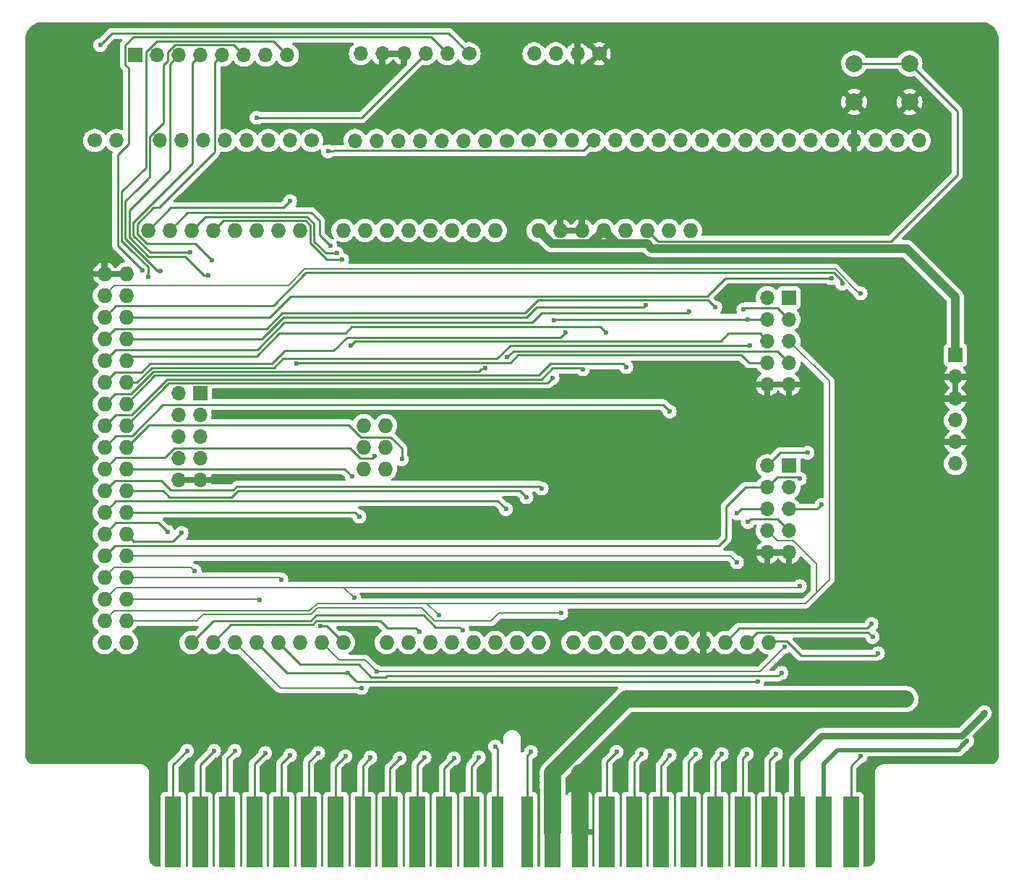
<source format=gbr>
G04 #@! TF.GenerationSoftware,KiCad,Pcbnew,7.0.9*
G04 #@! TF.CreationDate,2024-04-03T05:00:35-05:00*
G04 #@! TF.ProjectId,Tester - Entrex Front Panel,54657374-6572-4202-9d20-456e74726578,rev?*
G04 #@! TF.SameCoordinates,Original*
G04 #@! TF.FileFunction,Copper,L2,Bot*
G04 #@! TF.FilePolarity,Positive*
%FSLAX46Y46*%
G04 Gerber Fmt 4.6, Leading zero omitted, Abs format (unit mm)*
G04 Created by KiCad (PCBNEW 7.0.9) date 2024-04-03 05:00:35*
%MOMM*%
%LPD*%
G01*
G04 APERTURE LIST*
G04 #@! TA.AperFunction,ComponentPad*
%ADD10C,1.700000*%
G04 #@! TD*
G04 #@! TA.AperFunction,ComponentPad*
%ADD11O,1.700000X1.700000*%
G04 #@! TD*
G04 #@! TA.AperFunction,ComponentPad*
%ADD12C,2.000000*%
G04 #@! TD*
G04 #@! TA.AperFunction,ComponentPad*
%ADD13O,1.727200X1.727200*%
G04 #@! TD*
G04 #@! TA.AperFunction,ComponentPad*
%ADD14R,1.700000X1.700000*%
G04 #@! TD*
G04 #@! TA.AperFunction,SMDPad,CuDef*
%ADD15R,1.905000X8.300000*%
G04 #@! TD*
G04 #@! TA.AperFunction,SMDPad,CuDef*
%ADD16R,1.450000X8.300000*%
G04 #@! TD*
G04 #@! TA.AperFunction,ViaPad*
%ADD17C,0.600000*%
G04 #@! TD*
G04 #@! TA.AperFunction,Conductor*
%ADD18C,0.254000*%
G04 #@! TD*
G04 #@! TA.AperFunction,Conductor*
%ADD19C,2.000000*%
G04 #@! TD*
G04 #@! TA.AperFunction,Conductor*
%ADD20C,1.000000*%
G04 #@! TD*
G04 #@! TA.AperFunction,Conductor*
%ADD21C,0.250000*%
G04 #@! TD*
G04 #@! TA.AperFunction,Conductor*
%ADD22C,0.200000*%
G04 #@! TD*
G04 #@! TA.AperFunction,Conductor*
%ADD23C,0.500000*%
G04 #@! TD*
G04 #@! TA.AperFunction,Conductor*
%ADD24C,0.750000*%
G04 #@! TD*
G04 APERTURE END LIST*
D10*
X100956000Y-55256000D03*
D11*
X98416000Y-55256000D03*
X95876000Y-55256000D03*
X93336000Y-55256000D03*
X90796000Y-55256000D03*
X88256000Y-55256000D03*
X85716000Y-55256000D03*
X83176000Y-55256000D03*
D10*
X78096000Y-55246000D03*
D11*
X75556000Y-55246000D03*
X73016000Y-55246000D03*
X70476000Y-55246000D03*
X67936000Y-55246000D03*
X65396000Y-55246000D03*
X62856000Y-55246000D03*
X60316000Y-55246000D03*
D10*
X96520000Y-45085000D03*
D11*
X93980000Y-45085000D03*
X91440000Y-45085000D03*
X88900000Y-45085000D03*
X86360000Y-45085000D03*
X83820000Y-45085000D03*
D10*
X111760000Y-45085000D03*
D11*
X109220000Y-45085000D03*
X106680000Y-45085000D03*
X104140000Y-45085000D03*
D12*
X148108000Y-50736000D03*
X141608000Y-50736000D03*
X148108000Y-46236000D03*
X141608000Y-46236000D03*
D10*
X52700000Y-55246000D03*
D11*
X55240000Y-55246000D03*
D10*
X103496000Y-55246000D03*
D11*
X106036000Y-55246000D03*
X108576000Y-55246000D03*
X111116000Y-55246000D03*
X113656000Y-55246000D03*
X116196000Y-55246000D03*
X118736000Y-55246000D03*
X121276000Y-55246000D03*
X123816000Y-55246000D03*
X126356000Y-55246000D03*
X128896000Y-55246000D03*
X131436000Y-55246000D03*
X133976000Y-55246000D03*
X136516000Y-55246000D03*
X139056000Y-55246000D03*
X141596000Y-55246000D03*
X144136000Y-55246000D03*
X146676000Y-55246000D03*
X149216000Y-55246000D03*
D13*
X122428000Y-65786000D03*
X114808000Y-65786000D03*
X112268000Y-65786000D03*
X84201000Y-93726000D03*
X56388000Y-114046000D03*
X53848000Y-114046000D03*
X99568000Y-65786000D03*
X97028000Y-65786000D03*
X94488000Y-65786000D03*
X91948000Y-65786000D03*
X89408000Y-65786000D03*
X86868000Y-65786000D03*
X84328000Y-65786000D03*
X81788000Y-65786000D03*
X76708000Y-65786000D03*
X74168000Y-65786000D03*
X71628000Y-65786000D03*
X69088000Y-65786000D03*
X66548000Y-65786000D03*
X64008000Y-65786000D03*
X61468000Y-65786000D03*
X58928000Y-65786000D03*
X126492000Y-114046000D03*
X86868000Y-114046000D03*
X89408000Y-114046000D03*
X91948000Y-114046000D03*
X94488000Y-114046000D03*
X97028000Y-114046000D03*
X99568000Y-114046000D03*
X102108000Y-114046000D03*
X104648000Y-114046000D03*
X108712000Y-114046000D03*
X111252000Y-114046000D03*
X113792000Y-114046000D03*
X116332000Y-114046000D03*
X118872000Y-114046000D03*
X121412000Y-114046000D03*
X81788000Y-114046000D03*
X79248000Y-114046000D03*
X76708000Y-114046000D03*
X74168000Y-114046000D03*
X71628000Y-114046000D03*
X69088000Y-114046000D03*
X66548000Y-114046000D03*
X64008000Y-114046000D03*
X56388000Y-111506000D03*
X53848000Y-111506000D03*
X56388000Y-108966000D03*
X53848000Y-108966000D03*
X56388000Y-106426000D03*
X53848000Y-106426000D03*
X56388000Y-103886000D03*
X53848000Y-103886000D03*
X56388000Y-101346000D03*
X53848000Y-101346000D03*
X56388000Y-98806000D03*
X53848000Y-98806000D03*
X56388000Y-96266000D03*
X53848000Y-96266000D03*
X56388000Y-93726000D03*
X53848000Y-93726000D03*
X56388000Y-91186000D03*
X53848000Y-91186000D03*
X56388000Y-88646000D03*
X53848000Y-88646000D03*
X56388000Y-86106000D03*
X53848000Y-86106000D03*
X56388000Y-83566000D03*
X53848000Y-83566000D03*
X56388000Y-81026000D03*
X53848000Y-81026000D03*
X56388000Y-78486000D03*
X53848000Y-78486000D03*
X56388000Y-75946000D03*
X53848000Y-75946000D03*
X56388000Y-73406000D03*
X53848000Y-73406000D03*
X123952000Y-114046000D03*
X109728000Y-65786000D03*
X107188000Y-65786000D03*
X84201000Y-88646000D03*
X56388000Y-70866000D03*
X53848000Y-70866000D03*
X119888000Y-65786000D03*
X86741000Y-93726000D03*
X84201000Y-91186000D03*
X117348000Y-65786000D03*
X86741000Y-88646000D03*
X86741000Y-91186000D03*
X131572000Y-114046000D03*
X129032000Y-114046000D03*
X104648000Y-65786000D03*
D14*
X153475000Y-80395000D03*
D11*
X153475000Y-82935000D03*
X153475000Y-85475000D03*
X153475000Y-88015000D03*
X153475000Y-90555000D03*
X153475000Y-93095000D03*
D14*
X57475000Y-45225000D03*
D11*
X60015000Y-45225000D03*
X62555000Y-45225000D03*
X65095000Y-45225000D03*
X67635000Y-45225000D03*
X70175000Y-45225000D03*
X72715000Y-45225000D03*
X75255000Y-45225000D03*
D14*
X65024000Y-84836000D03*
D11*
X62484000Y-84836000D03*
X65024000Y-87376000D03*
X62484000Y-87376000D03*
X65024000Y-89916000D03*
X62484000Y-89916000D03*
X65024000Y-92456000D03*
X62484000Y-92456000D03*
X65024000Y-94996000D03*
X62484000Y-94996000D03*
D14*
X133985000Y-73660000D03*
D11*
X131445000Y-73660000D03*
X133985000Y-76200000D03*
X131445000Y-76200000D03*
X133985000Y-78740000D03*
X131445000Y-78740000D03*
X133985000Y-81280000D03*
X131445000Y-81280000D03*
X133985000Y-83820000D03*
X131445000Y-83820000D03*
D14*
X133990000Y-93345000D03*
D11*
X131450000Y-93345000D03*
X133990000Y-95885000D03*
X131450000Y-95885000D03*
X133990000Y-98425000D03*
X131450000Y-98425000D03*
X133990000Y-100965000D03*
X131450000Y-100965000D03*
X133990000Y-103505000D03*
X131450000Y-103505000D03*
D15*
X141250000Y-136220000D03*
X138075000Y-136220000D03*
X134900000Y-136220000D03*
X131725000Y-136220000D03*
X128550000Y-136220000D03*
X125375000Y-136220000D03*
X122200000Y-136220000D03*
X119025000Y-136220000D03*
X115850000Y-136220000D03*
X112675000Y-136220000D03*
X109500000Y-136220000D03*
X106325000Y-136220000D03*
D16*
X103300000Y-136220000D03*
X99825000Y-136220000D03*
D15*
X96800000Y-136220000D03*
X93625000Y-136220000D03*
X90450000Y-136220000D03*
X87275000Y-136220000D03*
X84100000Y-136220000D03*
X80925000Y-136220000D03*
X77750000Y-136220000D03*
X74575000Y-136220000D03*
X71400000Y-136220000D03*
X68225000Y-136220000D03*
X65050000Y-136220000D03*
X61875000Y-136220000D03*
D17*
X66000000Y-71075000D03*
X63850000Y-68375000D03*
X66450000Y-69250000D03*
X60375000Y-70525000D03*
X146400000Y-120650000D03*
X145100000Y-120650000D03*
X106299000Y-129286000D03*
X106299000Y-130048000D03*
X106299000Y-130810000D03*
X147650000Y-120650000D03*
X136525000Y-78740000D03*
X104150000Y-120100000D03*
X104150000Y-116200000D03*
X131445000Y-110744000D03*
X65800000Y-105200000D03*
X109474000Y-129286000D03*
X109474000Y-130810000D03*
X136525000Y-83566000D03*
X109474000Y-130048000D03*
X66700000Y-105200000D03*
X58950000Y-71175000D03*
X144399000Y-115316000D03*
X143764000Y-113411000D03*
X143637000Y-111887000D03*
X69088000Y-126746000D03*
X81661000Y-69215000D03*
X81026000Y-68453000D03*
X78867000Y-127000000D03*
X80264000Y-67564000D03*
X75565000Y-62357000D03*
X75565000Y-127254000D03*
X63500000Y-126746000D03*
X61214000Y-101092000D03*
X106426000Y-76327000D03*
X106299000Y-83058000D03*
X129159000Y-76200000D03*
X129159000Y-99949000D03*
X85725000Y-117475000D03*
X133477000Y-114554000D03*
X83947000Y-119380000D03*
X132461000Y-127127000D03*
X133096000Y-117602000D03*
X53340000Y-44069000D03*
X58293000Y-70485000D03*
X71628000Y-52578000D03*
X142367000Y-127381000D03*
X142367000Y-73152000D03*
X80010000Y-56515000D03*
X79121000Y-112141000D03*
X135255000Y-94869000D03*
X137795000Y-97917000D03*
X84963000Y-127508000D03*
X83058000Y-108839000D03*
X135255000Y-107442000D03*
X127889000Y-104648000D03*
X127889000Y-98933000D03*
X128651000Y-75057000D03*
X92964000Y-110871000D03*
X88392000Y-127635000D03*
X82677000Y-79248000D03*
X83693000Y-99314000D03*
X99568000Y-126238000D03*
X100838000Y-98425000D03*
X100965000Y-80645000D03*
X136144000Y-91821000D03*
X76327000Y-81407000D03*
X140208000Y-72009000D03*
X138938000Y-71374000D03*
X122301000Y-75311000D03*
X117221000Y-74549000D03*
X112522000Y-77724000D03*
X107315000Y-110617000D03*
X103251000Y-97028000D03*
X98425000Y-81915000D03*
X88646000Y-92583000D03*
X82804000Y-94615000D03*
X74549000Y-106680000D03*
X64389000Y-105664000D03*
X154850000Y-125600000D03*
X154305000Y-126111000D03*
X156210000Y-122936000D03*
X155702000Y-123444000D03*
X156718000Y-122428000D03*
X129032000Y-127127000D03*
X129413000Y-79248000D03*
X126111000Y-127127000D03*
X125349000Y-74803000D03*
X120015000Y-86995000D03*
X123063000Y-127127000D03*
X120015000Y-127254000D03*
X114935000Y-81788000D03*
X116713000Y-127127000D03*
X109855000Y-82042000D03*
X107823000Y-77724000D03*
X113792000Y-126873000D03*
X105029000Y-96012000D03*
X103759000Y-126873000D03*
X95758000Y-112649000D03*
X97663000Y-127508000D03*
X94742000Y-127635000D03*
X90678000Y-112776000D03*
X85471000Y-92202000D03*
X91313000Y-127508000D03*
X130302000Y-118618000D03*
X82042000Y-127381000D03*
X82296000Y-117602000D03*
X72009000Y-109093000D03*
X72644000Y-127000000D03*
X66675000Y-126746000D03*
X62865000Y-101219000D03*
D18*
X56750000Y-64516000D02*
X56750000Y-63392000D01*
X56750000Y-63392000D02*
X61493000Y-58649000D01*
X65492000Y-71075000D02*
X63246000Y-68829000D01*
X66000000Y-71075000D02*
X65492000Y-71075000D01*
X61493000Y-58649000D02*
X61493000Y-46287000D01*
X63246000Y-68829000D02*
X59003133Y-68829000D01*
X59003133Y-68829000D02*
X56750000Y-66575867D01*
X61493000Y-46287000D02*
X62555000Y-45225000D01*
X56750000Y-66575867D02*
X56750000Y-64516000D01*
X57269947Y-64770000D02*
X57204000Y-64770000D01*
X65095000Y-45225000D02*
X64135000Y-46185000D01*
X63850000Y-68375000D02*
X59191185Y-68375000D01*
X64135000Y-46185000D02*
X64135000Y-57904948D01*
X59191185Y-68375000D02*
X57204000Y-66387815D01*
X64135000Y-57904948D02*
X57269947Y-64770000D01*
X57204000Y-66387815D02*
X57204000Y-64770000D01*
X66450000Y-69250000D02*
X64510000Y-67310000D01*
X67635000Y-45225000D02*
X66759000Y-46101000D01*
X57658000Y-66199763D02*
X57658000Y-65024000D01*
X64510000Y-67310000D02*
X58768237Y-67310000D01*
X60198000Y-63119000D02*
X59563000Y-63119000D01*
X66759000Y-56558000D02*
X60198000Y-63119000D01*
X66759000Y-46101000D02*
X66759000Y-56558000D01*
X59563000Y-63119000D02*
X57658000Y-65024000D01*
X58768237Y-67310000D02*
X57658000Y-66199763D01*
X60057081Y-70525000D02*
X56296000Y-66763919D01*
X59139000Y-59479000D02*
X58864500Y-59753500D01*
X61214000Y-44901470D02*
X61214000Y-45923947D01*
X60706000Y-46431947D02*
X60706000Y-53191470D01*
X62067470Y-44048000D02*
X61214000Y-44901470D01*
X56296000Y-62322000D02*
X57658000Y-60960000D01*
X57658000Y-60960000D02*
X58864500Y-59753500D01*
X68998000Y-44048000D02*
X62067470Y-44048000D01*
X60706000Y-53191470D02*
X59139000Y-54758470D01*
X61214000Y-45923947D02*
X60706000Y-46431947D01*
X59139000Y-54758470D02*
X59139000Y-59479000D01*
X60375000Y-70525000D02*
X60057081Y-70525000D01*
X70175000Y-45225000D02*
X68998000Y-44048000D01*
X56296000Y-63373000D02*
X56296000Y-62322000D01*
X56296000Y-66763919D02*
X56296000Y-63373000D01*
D19*
X114917500Y-120667500D02*
X144968500Y-120667500D01*
D20*
X108331000Y-67349600D02*
X110704400Y-67349600D01*
D19*
X106325000Y-130836000D02*
X106299000Y-130810000D01*
D20*
X117387600Y-67349600D02*
X117921000Y-67883000D01*
D19*
X106299000Y-129286000D02*
X112204500Y-123380500D01*
X106325000Y-130022000D02*
X106325000Y-129312000D01*
X145100000Y-120650000D02*
X146400000Y-120650000D01*
D20*
X106211600Y-67349600D02*
X108331000Y-67349600D01*
X153475000Y-80395000D02*
X153475000Y-73595000D01*
X114427000Y-67349600D02*
X113831600Y-67349600D01*
D19*
X106299000Y-130048000D02*
X106325000Y-130022000D01*
D20*
X113831600Y-67349600D02*
X112268000Y-65786000D01*
X117921000Y-67883000D02*
X147763000Y-67883000D01*
D19*
X106299000Y-130810000D02*
X106325000Y-130784000D01*
X106325000Y-130784000D02*
X106325000Y-130074000D01*
X146400000Y-120650000D02*
X147650000Y-120650000D01*
D20*
X114427000Y-67349600D02*
X117387600Y-67349600D01*
X153475000Y-73595000D02*
X147763000Y-67883000D01*
X108331000Y-67349600D02*
X114427000Y-67349600D01*
D19*
X112204500Y-123380500D02*
X114917500Y-120667500D01*
D20*
X110704400Y-67349600D02*
X112268000Y-65786000D01*
X104648000Y-65786000D02*
X106211600Y-67349600D01*
D19*
X106325000Y-136220000D02*
X106325000Y-130836000D01*
X106325000Y-129312000D02*
X106299000Y-129286000D01*
X106325000Y-130074000D02*
X106299000Y-130048000D01*
X109474000Y-129286000D02*
X109474000Y-136194000D01*
X109474000Y-136194000D02*
X109500000Y-136220000D01*
D18*
X58950000Y-71175000D02*
X58950000Y-70059971D01*
X58685000Y-44890470D02*
X59981470Y-43594000D01*
X58950000Y-70059971D02*
X56865514Y-67975486D01*
X55842000Y-61252000D02*
X58685000Y-58409000D01*
X56865514Y-67975486D02*
X55842000Y-66951971D01*
X73624000Y-43594000D02*
X75255000Y-45225000D01*
X59981470Y-43594000D02*
X73624000Y-43594000D01*
X58685000Y-58409000D02*
X58685000Y-44890470D01*
X55842000Y-66951971D02*
X55842000Y-61252000D01*
X133728712Y-113919000D02*
X131699000Y-113919000D01*
X144145000Y-115570000D02*
X135379712Y-115570000D01*
X135379712Y-115570000D02*
X133728712Y-113919000D01*
X144399000Y-115316000D02*
X144145000Y-115570000D01*
X131699000Y-113919000D02*
X131572000Y-114046000D01*
X143208400Y-112855400D02*
X143764000Y-113411000D01*
X130222600Y-112855400D02*
X143208400Y-112855400D01*
X129032000Y-114046000D02*
X130222600Y-112855400D01*
X126492000Y-114046000D02*
X128143000Y-112395000D01*
X128143000Y-112395000D02*
X143129000Y-112395000D01*
X143129000Y-112395000D02*
X143637000Y-111887000D01*
D21*
X69088000Y-126746000D02*
X68961000Y-126873000D01*
X68225000Y-127609000D02*
X69088000Y-126746000D01*
X68225000Y-136220000D02*
X68225000Y-127609000D01*
X77343000Y-64597400D02*
X77896600Y-65151000D01*
X77896600Y-67228600D02*
X79883000Y-69215000D01*
X77896600Y-65151000D02*
X77896600Y-67228600D01*
X66548000Y-65786000D02*
X67736600Y-64597400D01*
X67736600Y-64597400D02*
X77343000Y-64597400D01*
X79883000Y-69215000D02*
X81661000Y-69215000D01*
X79757396Y-68453000D02*
X78359000Y-67054604D01*
X65646600Y-64147400D02*
X64008000Y-65786000D01*
X78359000Y-64977004D02*
X77529396Y-64147400D01*
X77529396Y-64147400D02*
X65646600Y-64147400D01*
X78867000Y-127000000D02*
X77750000Y-127990000D01*
X81026000Y-68453000D02*
X79757396Y-68453000D01*
X77750000Y-127990000D02*
X77750000Y-136220000D01*
X78359000Y-67054604D02*
X78359000Y-64977004D01*
X63556600Y-63697400D02*
X61468000Y-65786000D01*
X78995396Y-64644396D02*
X78048400Y-63697400D01*
X80264000Y-67564000D02*
X78995396Y-66295396D01*
X78995396Y-66295396D02*
X78995396Y-64644396D01*
X78048400Y-63697400D02*
X63556600Y-63697400D01*
X74575000Y-136220000D02*
X74575000Y-128244000D01*
X74575000Y-128244000D02*
X75565000Y-127254000D01*
X74803000Y-63119000D02*
X75565000Y-62357000D01*
X61595000Y-63119000D02*
X74803000Y-63119000D01*
X58928000Y-65786000D02*
X61595000Y-63119000D01*
X61875000Y-136220000D02*
X61875000Y-128371000D01*
D18*
X53848000Y-101346000D02*
X55197400Y-99996600D01*
X55197400Y-99996600D02*
X60118600Y-99996600D01*
D21*
X61875000Y-128371000D02*
X63500000Y-126746000D01*
D18*
X60118600Y-99996600D02*
X61214000Y-101092000D01*
X129506000Y-99602000D02*
X129159000Y-99949000D01*
X131445000Y-76200000D02*
X129159000Y-76200000D01*
X131445000Y-76200000D02*
X106553000Y-76200000D01*
X133990000Y-100965000D02*
X132627000Y-99602000D01*
X56388000Y-88646000D02*
X61375000Y-83659000D01*
X61375000Y-83659000D02*
X105698000Y-83659000D01*
X106553000Y-76200000D02*
X106426000Y-76327000D01*
X105698000Y-83659000D02*
X106299000Y-83058000D01*
X132627000Y-99602000D02*
X129506000Y-99602000D01*
D22*
X84328000Y-116078000D02*
X81280000Y-116078000D01*
X85725000Y-117475000D02*
X130556000Y-117475000D01*
X130556000Y-117475000D02*
X133477000Y-114554000D01*
X81280000Y-116078000D02*
X79248000Y-114046000D01*
X85725000Y-117475000D02*
X84328000Y-116078000D01*
X83947000Y-119380000D02*
X74422000Y-119380000D01*
X74422000Y-119380000D02*
X69088000Y-114046000D01*
D18*
X86868000Y-117983000D02*
X132715000Y-117983000D01*
D21*
X131725000Y-136220000D02*
X131725000Y-127863000D01*
D18*
X85082000Y-118102000D02*
X86749000Y-118102000D01*
X74168000Y-114046000D02*
X76708000Y-116586000D01*
X86749000Y-118102000D02*
X86868000Y-117983000D01*
D21*
X132461000Y-127127000D02*
X132334000Y-127254000D01*
D18*
X83566000Y-116586000D02*
X85082000Y-118102000D01*
D21*
X131725000Y-127863000D02*
X132461000Y-127127000D01*
D18*
X76708000Y-116586000D02*
X83566000Y-116586000D01*
X132715000Y-117983000D02*
X133096000Y-117602000D01*
X57404000Y-42686000D02*
X54723000Y-42686000D01*
X54723000Y-42686000D02*
X53340000Y-44069000D01*
X96520000Y-45085000D02*
X94121000Y-42686000D01*
X94121000Y-42686000D02*
X57404000Y-42686000D01*
X57206000Y-43140000D02*
X56586500Y-43759500D01*
X92035000Y-43140000D02*
X57206000Y-43140000D01*
X93980000Y-45085000D02*
X92035000Y-43140000D01*
D21*
X56269000Y-46369000D02*
X56269000Y-44077000D01*
X56642000Y-46742000D02*
X56269000Y-46369000D01*
X56269000Y-44077000D02*
X56586500Y-43759500D01*
X55390000Y-67582000D02*
X55390000Y-56878000D01*
X55390000Y-56878000D02*
X56642000Y-55626000D01*
X58293000Y-70485000D02*
X55390000Y-67582000D01*
X56642000Y-55626000D02*
X56642000Y-46742000D01*
X83947000Y-52578000D02*
X91440000Y-45085000D01*
X71628000Y-52578000D02*
X83947000Y-52578000D01*
D22*
X139374582Y-70320000D02*
X142206582Y-73152000D01*
X53848000Y-73406000D02*
X55011600Y-72242400D01*
D21*
X141250000Y-128498000D02*
X142367000Y-127381000D01*
D22*
X75362730Y-72242400D02*
X77285131Y-70320000D01*
X55011600Y-72242400D02*
X75362730Y-72242400D01*
X77285131Y-70320000D02*
X139374582Y-70320000D01*
D21*
X141250000Y-136220000D02*
X141250000Y-128498000D01*
D22*
X142206582Y-73152000D02*
X142367000Y-73152000D01*
D18*
X109929000Y-56433000D02*
X111116000Y-55246000D01*
X81788000Y-114046000D02*
X79883000Y-112141000D01*
X80010000Y-56515000D02*
X81198000Y-56433000D01*
X79883000Y-112141000D02*
X79121000Y-112141000D01*
X81198000Y-56433000D02*
X109929000Y-56433000D01*
X128905000Y-95885000D02*
X131450000Y-95885000D01*
X126619000Y-101854000D02*
X126619000Y-98171000D01*
X131450000Y-95885000D02*
X132627000Y-94708000D01*
X132627000Y-94708000D02*
X135094000Y-94708000D01*
X135094000Y-94708000D02*
X135255000Y-94869000D01*
X126619000Y-98171000D02*
X128905000Y-95885000D01*
X53848000Y-103886000D02*
X55038600Y-102695400D01*
X125730000Y-102695400D02*
X125777600Y-102695400D01*
X55038600Y-102695400D02*
X125730000Y-102695400D01*
X125777600Y-102695400D02*
X126619000Y-101854000D01*
D22*
X135107400Y-107589600D02*
X135255000Y-107442000D01*
X80010000Y-107589600D02*
X81808600Y-107589600D01*
X80010000Y-107589600D02*
X135107400Y-107589600D01*
D21*
X84100000Y-136220000D02*
X84100000Y-128498000D01*
D22*
X81808600Y-107589600D02*
X83058000Y-108839000D01*
D18*
X133990000Y-98425000D02*
X137287000Y-98425000D01*
D22*
X53848000Y-108966000D02*
X55224400Y-107589600D01*
D21*
X84100000Y-128498000D02*
X84963000Y-127508000D01*
D18*
X137287000Y-98425000D02*
X137795000Y-97917000D01*
D22*
X55224400Y-107589600D02*
X80010000Y-107589600D01*
D21*
X84963000Y-127508000D02*
X84836000Y-127762000D01*
D18*
X128397000Y-98425000D02*
X127889000Y-98933000D01*
X133985000Y-76200000D02*
X132622000Y-74837000D01*
X128871000Y-74837000D02*
X128651000Y-75057000D01*
X131450000Y-98425000D02*
X128397000Y-98425000D01*
D22*
X56388000Y-103886000D02*
X127127000Y-103886000D01*
X127127000Y-103886000D02*
X127889000Y-104648000D01*
D18*
X132622000Y-74837000D02*
X128871000Y-74837000D01*
D22*
X84963000Y-109474000D02*
X90805000Y-109474000D01*
X137160000Y-108204000D02*
X138684000Y-106680000D01*
X132600000Y-102115000D02*
X131450000Y-100965000D01*
X138684000Y-106680000D02*
X138684000Y-83439000D01*
X134466346Y-102115000D02*
X132600000Y-102115000D01*
X90805000Y-109474000D02*
X91567000Y-109474000D01*
X135890000Y-109474000D02*
X90805000Y-109474000D01*
X137160000Y-104808654D02*
X137160000Y-108204000D01*
X138684000Y-83439000D02*
X133985000Y-78740000D01*
X55011600Y-110342400D02*
X77871600Y-110342400D01*
X137160000Y-108204000D02*
X135890000Y-109474000D01*
X91567000Y-109474000D02*
X92964000Y-110871000D01*
X77871600Y-110342400D02*
X78740000Y-109474000D01*
X137160000Y-104808654D02*
X134466346Y-102115000D01*
X53848000Y-111506000D02*
X55011600Y-110342400D01*
X78740000Y-109474000D02*
X84963000Y-109474000D01*
D18*
X83185000Y-78740000D02*
X82677000Y-79248000D01*
X56388000Y-98806000D02*
X83185000Y-98806000D01*
X83185000Y-98806000D02*
X83693000Y-99314000D01*
X126873000Y-77851000D02*
X125984000Y-78740000D01*
X125984000Y-78740000D02*
X83185000Y-78740000D01*
D21*
X87275000Y-128752000D02*
X88392000Y-127635000D01*
D18*
X130556000Y-77851000D02*
X126873000Y-77851000D01*
X131445000Y-78740000D02*
X130556000Y-77851000D01*
D21*
X87275000Y-136220000D02*
X87275000Y-128752000D01*
D18*
X101693000Y-79917000D02*
X100965000Y-80645000D01*
X53848000Y-98806000D02*
X55197400Y-97456600D01*
X99869600Y-97456600D02*
X100838000Y-98425000D01*
X133985000Y-81280000D02*
X132622000Y-79917000D01*
D21*
X99825000Y-126495000D02*
X99568000Y-126238000D01*
X99825000Y-128016000D02*
X99825000Y-126495000D01*
X99825000Y-136220000D02*
X99825000Y-130048000D01*
D18*
X132622000Y-79917000D02*
X101693000Y-79917000D01*
D21*
X99825000Y-130048000D02*
X99825000Y-128016000D01*
D18*
X55197400Y-97456600D02*
X99869600Y-97456600D01*
X76327000Y-81407000D02*
X76454000Y-81280000D01*
X128377000Y-80371000D02*
X129286000Y-81280000D01*
X136144000Y-91821000D02*
X136017000Y-91821000D01*
X132974000Y-91821000D02*
X136144000Y-91821000D01*
X101346000Y-81280000D02*
X102255000Y-80371000D01*
X129286000Y-81280000D02*
X131445000Y-81280000D01*
X131450000Y-93345000D02*
X132974000Y-91821000D01*
X76454000Y-81280000D02*
X101346000Y-81280000D01*
X102255000Y-80371000D02*
X128377000Y-80371000D01*
X140208000Y-71757288D02*
X140208000Y-72009000D01*
X53848000Y-75946000D02*
X55197400Y-74596600D01*
X55197400Y-74596600D02*
X73612400Y-74596600D01*
X139197712Y-70747000D02*
X140208000Y-71757288D01*
X73612400Y-74596600D02*
X77462000Y-70747000D01*
X77462000Y-70747000D02*
X139197712Y-70747000D01*
X75630000Y-73468000D02*
X124398000Y-73468000D01*
X138938000Y-71374000D02*
X138684000Y-71374000D01*
X126492000Y-71374000D02*
X138938000Y-71374000D01*
X124398000Y-73468000D02*
X126492000Y-71374000D01*
X73152000Y-75946000D02*
X75630000Y-73468000D01*
X56388000Y-75946000D02*
X73152000Y-75946000D01*
X122174000Y-75438000D02*
X122301000Y-75311000D01*
X71747948Y-79756000D02*
X74922948Y-76581000D01*
X55118000Y-79756000D02*
X71747948Y-79756000D01*
X74922948Y-76581000D02*
X103886000Y-76581000D01*
X105029000Y-75438000D02*
X122174000Y-75438000D01*
X53848000Y-81026000D02*
X55118000Y-79756000D01*
X103886000Y-76581000D02*
X105029000Y-75438000D01*
X72263000Y-78486000D02*
X74803000Y-75946000D01*
X104394000Y-74803000D02*
X116967000Y-74803000D01*
X116967000Y-74803000D02*
X117221000Y-74549000D01*
X56388000Y-78486000D02*
X72263000Y-78486000D01*
X74803000Y-75946000D02*
X103251000Y-75946000D01*
X103251000Y-75946000D02*
X104394000Y-74803000D01*
X82053947Y-77832000D02*
X82788947Y-77097000D01*
X82788947Y-77097000D02*
X111895000Y-77097000D01*
X74314000Y-77832000D02*
X82053947Y-77832000D01*
X56896000Y-80518000D02*
X71628000Y-80518000D01*
X111895000Y-77097000D02*
X112522000Y-77724000D01*
X71628000Y-80518000D02*
X74314000Y-77832000D01*
X56388000Y-81026000D02*
X56896000Y-80518000D01*
D22*
X99989000Y-110617000D02*
X99100000Y-111506000D01*
X99100000Y-111506000D02*
X92456000Y-111506000D01*
X90932000Y-109982000D02*
X92456000Y-111506000D01*
X107315000Y-110617000D02*
X99989000Y-110617000D01*
X56388000Y-111506000D02*
X64643000Y-111506000D01*
X78037286Y-110742400D02*
X78797686Y-109982000D01*
X65406600Y-110742400D02*
X78037286Y-110742400D01*
X78797686Y-109982000D02*
X90932000Y-109982000D01*
X64643000Y-111506000D02*
X65406600Y-110742400D01*
D18*
X61442600Y-97002600D02*
X68732400Y-97002600D01*
X68732400Y-97002600D02*
X69469000Y-96266000D01*
X56388000Y-96266000D02*
X60706000Y-96266000D01*
X102489000Y-96266000D02*
X103251000Y-97028000D01*
X69469000Y-96266000D02*
X102489000Y-96266000D01*
X60706000Y-96266000D02*
X61442600Y-97002600D01*
X59554947Y-82297000D02*
X97664000Y-82297000D01*
X56936548Y-84915400D02*
X59554947Y-82297000D01*
X97919000Y-82042000D02*
X98425000Y-81915000D01*
X53848000Y-86106000D02*
X55038600Y-84915400D01*
X55038600Y-84915400D02*
X56936548Y-84915400D01*
X98425000Y-81915000D02*
X98425000Y-82042000D01*
X97664000Y-82297000D02*
X97919000Y-82042000D01*
X82424237Y-88553000D02*
X83866637Y-89995400D01*
X88646000Y-91313000D02*
X88646000Y-92583000D01*
X59021000Y-88553000D02*
X82424237Y-88553000D01*
X83866637Y-89995400D02*
X87328400Y-89995400D01*
X56388000Y-91186000D02*
X59021000Y-88553000D01*
X87328400Y-89995400D02*
X88646000Y-91313000D01*
X56388000Y-93726000D02*
X81915000Y-93726000D01*
X81915000Y-93726000D02*
X82804000Y-94615000D01*
D22*
X56388000Y-106426000D02*
X74295000Y-106426000D01*
X74295000Y-106426000D02*
X74549000Y-106680000D01*
X63987400Y-105262400D02*
X64389000Y-105664000D01*
X55011600Y-105262400D02*
X63987400Y-105262400D01*
X53848000Y-106426000D02*
X55011600Y-105262400D01*
D23*
X153785000Y-126631000D02*
X154305000Y-126111000D01*
X138075000Y-136220000D02*
X138075000Y-128244000D01*
X154305000Y-126111000D02*
X154813000Y-125603000D01*
X138075000Y-128244000D02*
X139688000Y-126631000D01*
X139688000Y-126631000D02*
X153785000Y-126631000D01*
D24*
X134900000Y-127863000D02*
X135509000Y-127254000D01*
X155702000Y-123444000D02*
X156210000Y-122936000D01*
X134900000Y-136220000D02*
X134900000Y-127863000D01*
X137795000Y-124968000D02*
X154178000Y-124968000D01*
X156718000Y-122428000D02*
X156845000Y-122301000D01*
X156210000Y-122936000D02*
X156718000Y-122428000D01*
X154178000Y-124968000D02*
X155702000Y-123444000D01*
X135509000Y-127254000D02*
X137795000Y-124968000D01*
D18*
X101346000Y-79248000D02*
X129413000Y-79248000D01*
D21*
X128550000Y-136220000D02*
X128550000Y-127609000D01*
D18*
X99814000Y-80780000D02*
X101346000Y-79248000D01*
X73660000Y-81843000D02*
X74723000Y-80780000D01*
X74723000Y-80780000D02*
X99814000Y-80780000D01*
X56388000Y-83566000D02*
X57643895Y-83566000D01*
X57643895Y-83566000D02*
X59366894Y-81843000D01*
D21*
X128550000Y-127609000D02*
X129032000Y-127127000D01*
X129032000Y-127127000D02*
X128905000Y-127254000D01*
D18*
X59366894Y-81843000D02*
X73660000Y-81843000D01*
X103116948Y-75438000D02*
X104632948Y-73922000D01*
X53848000Y-78486000D02*
X55038600Y-77295400D01*
X124468000Y-73922000D02*
X125349000Y-74803000D01*
X74668948Y-75438000D02*
X103116948Y-75438000D01*
X72811548Y-77295400D02*
X74668948Y-75438000D01*
D21*
X125375000Y-136220000D02*
X125375000Y-127990000D01*
X126111000Y-127127000D02*
X126111000Y-127254000D01*
D18*
X104632948Y-73922000D02*
X124468000Y-73922000D01*
X55038600Y-77295400D02*
X72811548Y-77295400D01*
D21*
X125375000Y-127990000D02*
X126111000Y-127127000D01*
D18*
X55197400Y-89836600D02*
X57095348Y-89836600D01*
X53848000Y-91186000D02*
X55197400Y-89836600D01*
X57095348Y-89836600D02*
X60698948Y-86233000D01*
X119219000Y-86199000D02*
X120015000Y-86995000D01*
X60698948Y-86233000D02*
X61468000Y-86233000D01*
D21*
X122200000Y-136220000D02*
X122200000Y-127990000D01*
D18*
X61502000Y-86199000D02*
X119219000Y-86199000D01*
D21*
X122200000Y-127990000D02*
X123063000Y-127127000D01*
D18*
X61468000Y-86233000D02*
X61502000Y-86199000D01*
D21*
X119025000Y-136220000D02*
X119025000Y-128498000D01*
D18*
X106037000Y-81415000D02*
X114562000Y-81415000D01*
D21*
X119025000Y-128498000D02*
X120015000Y-127254000D01*
D18*
X104701000Y-82751000D02*
X106037000Y-81415000D01*
X114562000Y-81415000D02*
X114935000Y-81788000D01*
X59743000Y-82751000D02*
X104701000Y-82751000D01*
X56388000Y-86106000D02*
X59743000Y-82751000D01*
X105009000Y-83205000D02*
X106299000Y-81915000D01*
X57015948Y-87376000D02*
X61186947Y-83205000D01*
X61186947Y-83205000D02*
X105009000Y-83205000D01*
X55118000Y-87376000D02*
X57015948Y-87376000D01*
D21*
X115850000Y-136220000D02*
X115850000Y-129667000D01*
D18*
X106299000Y-81915000D02*
X109728000Y-81915000D01*
D21*
X115850000Y-128117000D02*
X116713000Y-127127000D01*
X115850000Y-129667000D02*
X115850000Y-128117000D01*
D18*
X109728000Y-81915000D02*
X109855000Y-82042000D01*
X53848000Y-88646000D02*
X55118000Y-87376000D01*
D21*
X113792000Y-126873000D02*
X113665000Y-127000000D01*
D18*
X59178841Y-81389000D02*
X58192441Y-82375400D01*
X58192441Y-82375400D02*
X55038600Y-82375400D01*
X55038600Y-82375400D02*
X53848000Y-83566000D01*
X74977948Y-79883000D02*
X73471948Y-81389000D01*
X80645000Y-79883000D02*
X74977948Y-79883000D01*
X107261000Y-78286000D02*
X82242000Y-78286000D01*
D21*
X112675000Y-136220000D02*
X112675000Y-127990000D01*
D18*
X73471948Y-81389000D02*
X59178841Y-81389000D01*
D21*
X112675000Y-127990000D02*
X113792000Y-126873000D01*
D18*
X107823000Y-77724000D02*
X107261000Y-78286000D01*
X82242000Y-78286000D02*
X80645000Y-79883000D01*
X55038600Y-95075400D02*
X60477400Y-95075400D01*
X53848000Y-96266000D02*
X55038600Y-95075400D01*
X60477400Y-95075400D02*
X61575000Y-96173000D01*
D21*
X103300000Y-136220000D02*
X103300000Y-129921000D01*
D18*
X69334948Y-95758000D02*
X104775000Y-95758000D01*
X68919948Y-96173000D02*
X69334948Y-95758000D01*
X104775000Y-95758000D02*
X105029000Y-96012000D01*
X61575000Y-96173000D02*
X68919948Y-96173000D01*
D21*
X103300000Y-129921000D02*
X103300000Y-127332000D01*
X103300000Y-127332000D02*
X103759000Y-126873000D01*
D18*
X91217130Y-110871000D02*
X92614130Y-112268000D01*
X95377000Y-112268000D02*
X95758000Y-112649000D01*
X65468500Y-112585500D02*
X66575000Y-111479000D01*
X95123000Y-112268000D02*
X95377000Y-112268000D01*
D21*
X96800000Y-128625000D02*
X97663000Y-127508000D01*
D18*
X78651948Y-110871000D02*
X84836000Y-110871000D01*
X66575000Y-111479000D02*
X78043948Y-111479000D01*
X84836000Y-110871000D02*
X91217130Y-110871000D01*
X64008000Y-114046000D02*
X65468500Y-112585500D01*
D21*
X96800000Y-136220000D02*
X96800000Y-128625000D01*
D18*
X78043948Y-111479000D02*
X78651948Y-110871000D01*
X92614130Y-112268000D02*
X95123000Y-112268000D01*
D21*
X93625000Y-128752000D02*
X94742000Y-127635000D01*
D18*
X66548000Y-114046000D02*
X68661000Y-111933000D01*
X78232000Y-111933000D02*
X78651000Y-111514000D01*
X86995000Y-112395000D02*
X90297000Y-112395000D01*
X68661000Y-111933000D02*
X78232000Y-111933000D01*
X78651000Y-111514000D02*
X86114000Y-111514000D01*
D21*
X94742000Y-127635000D02*
X94615000Y-127762000D01*
D18*
X86114000Y-111514000D02*
X86995000Y-112395000D01*
D21*
X93625000Y-136220000D02*
X93625000Y-128752000D01*
D18*
X90297000Y-112395000D02*
X90678000Y-112776000D01*
X85217000Y-92456000D02*
X85471000Y-92202000D01*
D21*
X90450000Y-136220000D02*
X90450000Y-128371000D01*
D18*
X83787237Y-92456000D02*
X85217000Y-92456000D01*
X82610237Y-91279000D02*
X83787237Y-92456000D01*
X53848000Y-93726000D02*
X55197400Y-92376600D01*
X55197400Y-92376600D02*
X60898870Y-92376600D01*
D21*
X90450000Y-128371000D02*
X91313000Y-127508000D01*
D18*
X61996470Y-91279000D02*
X82610237Y-91279000D01*
X60898870Y-92376600D02*
X61996470Y-91279000D01*
D21*
X91313000Y-127508000D02*
X91059000Y-127762000D01*
X82296000Y-117602000D02*
X83312000Y-118618000D01*
X80925000Y-128498000D02*
X82042000Y-127381000D01*
D18*
X71628000Y-114046000D02*
X75184000Y-117602000D01*
X75184000Y-117602000D02*
X82296000Y-117602000D01*
D21*
X80925000Y-136220000D02*
X80925000Y-128498000D01*
X83312000Y-118618000D02*
X130302000Y-118618000D01*
D22*
X71882000Y-108966000D02*
X72009000Y-109093000D01*
D21*
X71400000Y-128244000D02*
X72644000Y-127000000D01*
X71400000Y-136220000D02*
X71400000Y-128244000D01*
D22*
X56388000Y-108966000D02*
X71882000Y-108966000D01*
D21*
X65050000Y-128371000D02*
X66675000Y-126746000D01*
X65050000Y-136220000D02*
X65050000Y-128371000D01*
D18*
X57251599Y-102209599D02*
X61874401Y-102209599D01*
X56388000Y-101346000D02*
X57251599Y-102209599D01*
X61874401Y-102209599D02*
X62865000Y-101219000D01*
X148108000Y-46236000D02*
X153670000Y-51798000D01*
X153670000Y-51798000D02*
X153670000Y-59309000D01*
X145923000Y-67056000D02*
X118618000Y-67056000D01*
X118618000Y-67056000D02*
X117348000Y-65786000D01*
X153670000Y-59309000D02*
X145923000Y-67056000D01*
X141608000Y-46236000D02*
X148108000Y-46236000D01*
G04 #@! TA.AperFunction,Conductor*
G36*
X153825000Y-85116681D02*
G01*
X153748100Y-85050048D01*
X153617315Y-84990320D01*
X153510763Y-84975000D01*
X153439237Y-84975000D01*
X153332685Y-84990320D01*
X153201900Y-85050048D01*
X153125000Y-85116681D01*
X153125000Y-83293318D01*
X153201900Y-83359952D01*
X153332685Y-83419680D01*
X153439237Y-83435000D01*
X153510763Y-83435000D01*
X153617315Y-83419680D01*
X153748100Y-83359952D01*
X153825000Y-83293318D01*
X153825000Y-85116681D01*
G37*
G04 #@! TD.AperFunction*
G04 #@! TA.AperFunction,Conductor*
G36*
X109340131Y-65449910D02*
G01*
X109261155Y-65572799D01*
X109220000Y-65712961D01*
X109220000Y-65859039D01*
X109261155Y-65999201D01*
X109340131Y-66122090D01*
X109356184Y-66136000D01*
X107559816Y-66136000D01*
X107575869Y-66122090D01*
X107654845Y-65999201D01*
X107696000Y-65859039D01*
X107696000Y-65712961D01*
X107654845Y-65572799D01*
X107575869Y-65449910D01*
X107559816Y-65436000D01*
X109356184Y-65436000D01*
X109340131Y-65449910D01*
G37*
G04 #@! TD.AperFunction*
G04 #@! TA.AperFunction,Conductor*
G36*
X156570058Y-41371634D02*
G01*
X156821604Y-41388122D01*
X156829759Y-41389194D01*
X157074989Y-41437973D01*
X157082943Y-41440104D01*
X157319698Y-41520473D01*
X157327308Y-41523624D01*
X157551558Y-41634212D01*
X157558676Y-41638322D01*
X157766563Y-41777228D01*
X157773101Y-41782245D01*
X157816017Y-41819881D01*
X157961074Y-41947092D01*
X157966905Y-41952923D01*
X158070352Y-42070882D01*
X158131753Y-42140896D01*
X158136773Y-42147438D01*
X158275674Y-42355318D01*
X158279789Y-42362446D01*
X158322090Y-42448222D01*
X158390371Y-42586683D01*
X158393528Y-42594305D01*
X158473892Y-42831047D01*
X158476027Y-42839016D01*
X158524802Y-43084222D01*
X158525878Y-43092401D01*
X158542365Y-43343938D01*
X158542500Y-43348059D01*
X158542500Y-127343241D01*
X158542260Y-127348735D01*
X158528654Y-127504239D01*
X158524841Y-127525868D01*
X158486583Y-127668651D01*
X158479071Y-127689290D01*
X158416600Y-127823260D01*
X158405618Y-127842281D01*
X158320830Y-127963370D01*
X158306712Y-127980194D01*
X158202194Y-128084712D01*
X158185370Y-128098830D01*
X158064281Y-128183618D01*
X158045260Y-128194600D01*
X157911290Y-128257071D01*
X157890651Y-128264583D01*
X157747868Y-128302841D01*
X157726239Y-128306654D01*
X157570736Y-128320260D01*
X157565243Y-128320500D01*
X145076285Y-128320500D01*
X145068000Y-128320500D01*
X144978280Y-128320500D01*
X144880300Y-128337777D01*
X144801560Y-128351661D01*
X144801559Y-128351661D01*
X144632956Y-128413027D01*
X144632945Y-128413033D01*
X144477553Y-128502748D01*
X144477551Y-128502750D01*
X144340092Y-128618092D01*
X144224750Y-128755551D01*
X144224748Y-128755553D01*
X144135033Y-128910945D01*
X144135027Y-128910956D01*
X144073661Y-129079559D01*
X144073661Y-129079560D01*
X144042500Y-129256282D01*
X144042500Y-139343241D01*
X144042260Y-139348735D01*
X144028654Y-139504239D01*
X144024841Y-139525868D01*
X143986583Y-139668651D01*
X143979071Y-139689290D01*
X143916600Y-139823260D01*
X143905618Y-139842281D01*
X143820830Y-139963370D01*
X143806712Y-139980194D01*
X143702194Y-140084712D01*
X143685370Y-140098830D01*
X143564281Y-140183618D01*
X143545260Y-140194600D01*
X143411290Y-140257071D01*
X143390651Y-140264583D01*
X143247868Y-140302841D01*
X143226239Y-140306654D01*
X143070736Y-140320260D01*
X143065243Y-140320500D01*
X142837000Y-140320500D01*
X142768879Y-140300498D01*
X142722386Y-140246842D01*
X142711000Y-140194500D01*
X142711000Y-132021367D01*
X142710999Y-132021350D01*
X142704490Y-131960803D01*
X142704488Y-131960795D01*
X142672978Y-131876316D01*
X142653389Y-131823796D01*
X142653388Y-131823794D01*
X142653387Y-131823792D01*
X142565761Y-131706738D01*
X142448707Y-131619112D01*
X142448702Y-131619110D01*
X142311704Y-131568011D01*
X142311696Y-131568009D01*
X142251149Y-131561500D01*
X142251138Y-131561500D01*
X142009500Y-131561500D01*
X141941379Y-131541498D01*
X141894886Y-131487842D01*
X141883500Y-131435500D01*
X141883500Y-128812594D01*
X141903502Y-128744473D01*
X141920400Y-128723503D01*
X142428561Y-128215341D01*
X142490872Y-128181318D01*
X142503540Y-128179231D01*
X142548047Y-128174217D01*
X142720015Y-128114043D01*
X142874281Y-128017111D01*
X143003111Y-127888281D01*
X143100043Y-127734015D01*
X143160217Y-127562047D01*
X143167051Y-127501393D01*
X143194554Y-127435940D01*
X143253078Y-127395747D01*
X143292259Y-127389500D01*
X153720559Y-127389500D01*
X153738819Y-127390830D01*
X153743715Y-127391547D01*
X153762789Y-127394341D01*
X153796146Y-127391422D01*
X153815385Y-127389740D01*
X153820878Y-127389500D01*
X153829176Y-127389500D01*
X153829180Y-127389500D01*
X153855512Y-127386421D01*
X153862096Y-127385652D01*
X153868861Y-127385060D01*
X153939426Y-127378887D01*
X153939432Y-127378884D01*
X153946618Y-127377402D01*
X153946631Y-127377468D01*
X153953987Y-127375836D01*
X153953972Y-127375771D01*
X153961104Y-127374079D01*
X153961113Y-127374079D01*
X154034065Y-127347526D01*
X154107738Y-127323114D01*
X154107740Y-127323112D01*
X154114389Y-127320012D01*
X154114418Y-127320074D01*
X154121203Y-127316789D01*
X154121173Y-127316729D01*
X154127728Y-127313436D01*
X154127732Y-127313435D01*
X154192605Y-127270766D01*
X154258651Y-127230030D01*
X154258660Y-127230020D01*
X154264408Y-127225477D01*
X154264450Y-127225531D01*
X154270289Y-127220775D01*
X154270246Y-127220723D01*
X154275865Y-127216006D01*
X154275874Y-127216001D01*
X154329163Y-127159517D01*
X154617103Y-126871576D01*
X154652698Y-126849316D01*
X154651638Y-126847114D01*
X154658011Y-126844044D01*
X154658015Y-126844043D01*
X154812281Y-126747111D01*
X154941111Y-126618281D01*
X155038043Y-126464015D01*
X155038044Y-126464011D01*
X155041114Y-126457638D01*
X155043316Y-126458698D01*
X155065578Y-126423101D01*
X155109801Y-126378878D01*
X155157276Y-126349047D01*
X155203015Y-126333043D01*
X155357281Y-126236111D01*
X155486111Y-126107281D01*
X155583043Y-125953015D01*
X155643217Y-125781047D01*
X155663616Y-125600000D01*
X155643217Y-125418953D01*
X155583043Y-125246985D01*
X155583041Y-125246982D01*
X155583041Y-125246981D01*
X155486112Y-125092720D01*
X155486111Y-125092718D01*
X155483520Y-125090127D01*
X155482380Y-125088041D01*
X155481703Y-125087191D01*
X155481851Y-125087072D01*
X155449494Y-125027815D01*
X155454559Y-124957000D01*
X155483516Y-124911941D01*
X156359472Y-124035986D01*
X156867472Y-123527986D01*
X157375472Y-123019986D01*
X157502472Y-122892986D01*
X157590047Y-122784839D01*
X157674362Y-122619363D01*
X157722430Y-122439971D01*
X157732150Y-122254507D01*
X157703097Y-122071074D01*
X157636541Y-121897690D01*
X157535391Y-121741933D01*
X157535389Y-121741931D01*
X157535387Y-121741928D01*
X157404071Y-121610612D01*
X157404067Y-121610609D01*
X157319901Y-121555951D01*
X157248310Y-121509459D01*
X157248307Y-121509458D01*
X157248306Y-121509457D01*
X157074932Y-121442906D01*
X157074923Y-121442903D01*
X156891487Y-121413849D01*
X156706034Y-121423569D01*
X156706028Y-121423570D01*
X156526638Y-121471637D01*
X156361163Y-121555951D01*
X156253010Y-121643531D01*
X156198172Y-121698370D01*
X156126014Y-121770528D01*
X155618014Y-122278528D01*
X155110014Y-122786528D01*
X154876557Y-123019985D01*
X153848947Y-124047595D01*
X153786635Y-124081621D01*
X153759852Y-124084500D01*
X137874450Y-124084500D01*
X137854739Y-124082949D01*
X137841489Y-124080850D01*
X137797891Y-124083135D01*
X137773489Y-124084414D01*
X137770218Y-124084500D01*
X137748685Y-124084500D01*
X137727289Y-124086749D01*
X137724009Y-124087007D01*
X137710243Y-124087728D01*
X137656032Y-124090569D01*
X137656030Y-124090569D01*
X137643064Y-124094043D01*
X137623638Y-124097643D01*
X137610299Y-124099045D01*
X137610297Y-124099045D01*
X137545558Y-124120081D01*
X137542400Y-124121016D01*
X137518939Y-124127302D01*
X137476636Y-124138638D01*
X137476633Y-124138639D01*
X137464682Y-124144728D01*
X137446431Y-124152288D01*
X137433670Y-124156435D01*
X137374703Y-124190479D01*
X137371806Y-124192052D01*
X137311159Y-124222953D01*
X137311157Y-124222955D01*
X137300736Y-124231394D01*
X137284448Y-124242588D01*
X137272833Y-124249294D01*
X137222251Y-124294837D01*
X137219748Y-124296975D01*
X137203020Y-124310522D01*
X137203006Y-124310534D01*
X137187788Y-124325752D01*
X137185398Y-124328019D01*
X137134814Y-124373565D01*
X137126923Y-124384426D01*
X137114088Y-124399452D01*
X136708944Y-124804597D01*
X134917014Y-126596528D01*
X134819158Y-126694384D01*
X134331446Y-127182094D01*
X134316417Y-127194930D01*
X134305565Y-127202814D01*
X134260019Y-127253398D01*
X134257752Y-127255788D01*
X134242534Y-127271006D01*
X134242522Y-127271020D01*
X134228975Y-127287748D01*
X134226837Y-127290251D01*
X134181294Y-127340833D01*
X134174588Y-127352448D01*
X134163394Y-127368736D01*
X134154955Y-127379157D01*
X134154953Y-127379159D01*
X134124052Y-127439806D01*
X134122479Y-127442703D01*
X134088435Y-127501670D01*
X134084288Y-127514431D01*
X134076728Y-127532682D01*
X134070639Y-127544633D01*
X134070638Y-127544636D01*
X134053018Y-127610395D01*
X134052081Y-127613558D01*
X134031045Y-127678297D01*
X134031045Y-127678299D01*
X134029643Y-127691638D01*
X134026043Y-127711064D01*
X134022569Y-127724029D01*
X134022569Y-127724034D01*
X134019006Y-127792012D01*
X134018748Y-127795297D01*
X134016501Y-127816676D01*
X134016500Y-127816699D01*
X134016500Y-127838204D01*
X134016414Y-127841476D01*
X134015393Y-127860971D01*
X134012849Y-127909491D01*
X134014949Y-127922745D01*
X134016500Y-127942456D01*
X134016500Y-131435767D01*
X133996498Y-131503888D01*
X133942842Y-131550381D01*
X133902136Y-131560386D01*
X133902217Y-131561139D01*
X133838303Y-131568009D01*
X133838295Y-131568011D01*
X133701297Y-131619110D01*
X133701292Y-131619112D01*
X133584238Y-131706738D01*
X133496612Y-131823792D01*
X133496610Y-131823797D01*
X133445511Y-131960795D01*
X133445509Y-131960803D01*
X133439000Y-132021350D01*
X133439000Y-140194500D01*
X133418998Y-140262621D01*
X133365342Y-140309114D01*
X133313000Y-140320500D01*
X133312000Y-140320500D01*
X133243879Y-140300498D01*
X133197386Y-140246842D01*
X133186000Y-140194500D01*
X133186000Y-132021367D01*
X133185999Y-132021350D01*
X133179490Y-131960803D01*
X133179488Y-131960795D01*
X133147978Y-131876316D01*
X133128389Y-131823796D01*
X133128388Y-131823794D01*
X133128387Y-131823792D01*
X133040761Y-131706738D01*
X132923707Y-131619112D01*
X132923702Y-131619110D01*
X132786704Y-131568011D01*
X132786696Y-131568009D01*
X132726149Y-131561500D01*
X132726138Y-131561500D01*
X132484500Y-131561500D01*
X132416379Y-131541498D01*
X132369886Y-131487842D01*
X132358500Y-131435500D01*
X132358500Y-128177594D01*
X132378502Y-128109473D01*
X132395400Y-128088503D01*
X132522561Y-127961341D01*
X132584871Y-127927318D01*
X132597540Y-127925231D01*
X132642047Y-127920217D01*
X132814015Y-127860043D01*
X132968281Y-127763111D01*
X133097111Y-127634281D01*
X133194043Y-127480015D01*
X133254217Y-127308047D01*
X133274616Y-127127000D01*
X133254217Y-126945953D01*
X133194043Y-126773985D01*
X133194041Y-126773982D01*
X133194041Y-126773981D01*
X133097112Y-126619720D01*
X133097111Y-126619718D01*
X132968281Y-126490888D01*
X132968279Y-126490887D01*
X132814018Y-126393958D01*
X132814015Y-126393957D01*
X132642050Y-126333784D01*
X132642049Y-126333783D01*
X132642047Y-126333783D01*
X132461000Y-126313384D01*
X132279953Y-126333783D01*
X132279950Y-126333783D01*
X132279949Y-126333784D01*
X132107984Y-126393957D01*
X132107981Y-126393958D01*
X131953720Y-126490887D01*
X131953718Y-126490888D01*
X131824888Y-126619718D01*
X131824887Y-126619720D01*
X131727958Y-126773981D01*
X131727957Y-126773984D01*
X131667783Y-126945950D01*
X131667782Y-126945957D01*
X131662768Y-126990452D01*
X131635264Y-127055905D01*
X131626656Y-127065437D01*
X131336336Y-127355757D01*
X131323901Y-127365721D01*
X131324089Y-127365948D01*
X131317980Y-127371001D01*
X131270016Y-127422078D01*
X131248866Y-127443227D01*
X131244560Y-127448777D01*
X131240714Y-127453279D01*
X131208417Y-127487674D01*
X131208411Y-127487683D01*
X131198651Y-127505435D01*
X131187803Y-127521950D01*
X131175386Y-127537958D01*
X131156645Y-127581264D01*
X131154034Y-127586594D01*
X131131305Y-127627939D01*
X131131303Y-127627944D01*
X131126267Y-127647559D01*
X131119864Y-127666262D01*
X131111819Y-127684852D01*
X131104437Y-127731456D01*
X131103233Y-127737268D01*
X131091500Y-127782968D01*
X131091500Y-127803223D01*
X131089949Y-127822933D01*
X131086780Y-127842942D01*
X131086780Y-127842943D01*
X131091220Y-127889917D01*
X131091500Y-127895850D01*
X131091500Y-131435500D01*
X131071498Y-131503621D01*
X131017842Y-131550114D01*
X130965500Y-131561500D01*
X130723850Y-131561500D01*
X130663303Y-131568009D01*
X130663295Y-131568011D01*
X130526297Y-131619110D01*
X130526292Y-131619112D01*
X130409238Y-131706738D01*
X130321612Y-131823792D01*
X130321610Y-131823797D01*
X130270511Y-131960795D01*
X130270509Y-131960803D01*
X130264000Y-132021350D01*
X130264000Y-140194500D01*
X130243998Y-140262621D01*
X130190342Y-140309114D01*
X130138000Y-140320500D01*
X130137000Y-140320500D01*
X130068879Y-140300498D01*
X130022386Y-140246842D01*
X130011000Y-140194500D01*
X130011000Y-132021367D01*
X130010999Y-132021350D01*
X130004490Y-131960803D01*
X130004488Y-131960795D01*
X129972978Y-131876316D01*
X129953389Y-131823796D01*
X129953388Y-131823794D01*
X129953387Y-131823792D01*
X129865761Y-131706738D01*
X129748707Y-131619112D01*
X129748702Y-131619110D01*
X129611704Y-131568011D01*
X129611696Y-131568009D01*
X129551149Y-131561500D01*
X129551138Y-131561500D01*
X129309500Y-131561500D01*
X129241379Y-131541498D01*
X129194886Y-131487842D01*
X129183500Y-131435500D01*
X129183500Y-128019957D01*
X129203502Y-127951836D01*
X129257158Y-127905343D01*
X129267876Y-127901031D01*
X129385015Y-127860043D01*
X129539281Y-127763111D01*
X129668111Y-127634281D01*
X129765043Y-127480015D01*
X129825217Y-127308047D01*
X129845616Y-127127000D01*
X129825217Y-126945953D01*
X129765043Y-126773985D01*
X129765041Y-126773982D01*
X129765041Y-126773981D01*
X129668112Y-126619720D01*
X129668111Y-126619718D01*
X129539281Y-126490888D01*
X129539279Y-126490887D01*
X129385018Y-126393958D01*
X129385015Y-126393957D01*
X129213050Y-126333784D01*
X129213049Y-126333783D01*
X129213047Y-126333783D01*
X129032000Y-126313384D01*
X128850953Y-126333783D01*
X128850950Y-126333783D01*
X128850949Y-126333784D01*
X128678984Y-126393957D01*
X128678981Y-126393958D01*
X128524720Y-126490887D01*
X128524718Y-126490888D01*
X128395888Y-126619718D01*
X128395887Y-126619720D01*
X128298958Y-126773981D01*
X128298957Y-126773984D01*
X128238784Y-126945947D01*
X128238781Y-126945961D01*
X128233768Y-126990452D01*
X128206264Y-127055904D01*
X128197656Y-127065437D01*
X128161336Y-127101757D01*
X128148901Y-127111720D01*
X128149089Y-127111947D01*
X128142982Y-127116999D01*
X128095015Y-127168079D01*
X128073866Y-127189227D01*
X128069560Y-127194777D01*
X128065714Y-127199279D01*
X128033417Y-127233674D01*
X128033411Y-127233683D01*
X128023651Y-127251435D01*
X128012803Y-127267950D01*
X128000386Y-127283958D01*
X127981645Y-127327264D01*
X127979034Y-127332594D01*
X127956305Y-127373939D01*
X127956303Y-127373944D01*
X127951267Y-127393559D01*
X127944864Y-127412262D01*
X127936819Y-127430852D01*
X127929437Y-127477456D01*
X127928233Y-127483268D01*
X127916500Y-127528968D01*
X127916500Y-127549223D01*
X127914949Y-127568933D01*
X127911780Y-127588942D01*
X127911780Y-127588943D01*
X127916220Y-127635917D01*
X127916500Y-127641850D01*
X127916500Y-131435500D01*
X127896498Y-131503621D01*
X127842842Y-131550114D01*
X127790500Y-131561500D01*
X127548850Y-131561500D01*
X127488303Y-131568009D01*
X127488295Y-131568011D01*
X127351297Y-131619110D01*
X127351292Y-131619112D01*
X127234238Y-131706738D01*
X127146612Y-131823792D01*
X127146610Y-131823797D01*
X127095511Y-131960795D01*
X127095509Y-131960803D01*
X127089000Y-132021350D01*
X127089000Y-140194500D01*
X127068998Y-140262621D01*
X127015342Y-140309114D01*
X126963000Y-140320500D01*
X126962000Y-140320500D01*
X126893879Y-140300498D01*
X126847386Y-140246842D01*
X126836000Y-140194500D01*
X126836000Y-132021367D01*
X126835999Y-132021350D01*
X126829490Y-131960803D01*
X126829488Y-131960795D01*
X126797978Y-131876316D01*
X126778389Y-131823796D01*
X126778388Y-131823794D01*
X126778387Y-131823792D01*
X126690761Y-131706738D01*
X126573707Y-131619112D01*
X126573702Y-131619110D01*
X126436704Y-131568011D01*
X126436696Y-131568009D01*
X126376149Y-131561500D01*
X126376138Y-131561500D01*
X126134500Y-131561500D01*
X126066379Y-131541498D01*
X126019886Y-131487842D01*
X126008500Y-131435500D01*
X126008500Y-128269883D01*
X126028502Y-128201762D01*
X126038625Y-128188128D01*
X126234400Y-127958570D01*
X126288652Y-127921405D01*
X126321354Y-127909962D01*
X126464015Y-127860043D01*
X126618281Y-127763111D01*
X126747111Y-127634281D01*
X126844043Y-127480015D01*
X126904217Y-127308047D01*
X126924616Y-127127000D01*
X126904217Y-126945953D01*
X126844043Y-126773985D01*
X126844041Y-126773982D01*
X126844041Y-126773981D01*
X126747112Y-126619720D01*
X126747111Y-126619718D01*
X126618281Y-126490888D01*
X126618279Y-126490887D01*
X126464018Y-126393958D01*
X126464015Y-126393957D01*
X126292050Y-126333784D01*
X126292049Y-126333783D01*
X126292047Y-126333783D01*
X126111000Y-126313384D01*
X125929953Y-126333783D01*
X125929950Y-126333783D01*
X125929949Y-126333784D01*
X125757984Y-126393957D01*
X125757981Y-126393958D01*
X125603720Y-126490887D01*
X125603718Y-126490888D01*
X125474888Y-126619718D01*
X125474887Y-126619720D01*
X125377958Y-126773981D01*
X125377957Y-126773984D01*
X125323749Y-126928904D01*
X125317783Y-126945953D01*
X125311612Y-127000719D01*
X125304590Y-127063040D01*
X125277085Y-127128492D01*
X125275252Y-127130692D01*
X124903800Y-127566241D01*
X124901790Y-127568487D01*
X124858414Y-127614678D01*
X124858411Y-127614682D01*
X124832919Y-127661052D01*
X124830393Y-127665252D01*
X124801378Y-127709492D01*
X124801377Y-127709494D01*
X124796859Y-127722722D01*
X124788039Y-127742691D01*
X124781304Y-127754940D01*
X124781302Y-127754946D01*
X124768143Y-127806193D01*
X124766741Y-127810887D01*
X124749640Y-127860960D01*
X124749637Y-127860971D01*
X124748552Y-127874894D01*
X124744977Y-127896422D01*
X124741623Y-127909493D01*
X124741500Y-127909971D01*
X124741500Y-127962882D01*
X124741309Y-127967782D01*
X124737196Y-128020537D01*
X124739608Y-128034297D01*
X124741500Y-128056052D01*
X124741500Y-131435500D01*
X124721498Y-131503621D01*
X124667842Y-131550114D01*
X124615500Y-131561500D01*
X124373850Y-131561500D01*
X124313303Y-131568009D01*
X124313295Y-131568011D01*
X124176297Y-131619110D01*
X124176292Y-131619112D01*
X124059238Y-131706738D01*
X123971612Y-131823792D01*
X123971610Y-131823797D01*
X123920511Y-131960795D01*
X123920509Y-131960803D01*
X123914000Y-132021350D01*
X123914000Y-140194500D01*
X123893998Y-140262621D01*
X123840342Y-140309114D01*
X123788000Y-140320500D01*
X123787000Y-140320500D01*
X123718879Y-140300498D01*
X123672386Y-140246842D01*
X123661000Y-140194500D01*
X123661000Y-132021367D01*
X123660999Y-132021350D01*
X123654490Y-131960803D01*
X123654488Y-131960795D01*
X123622978Y-131876316D01*
X123603389Y-131823796D01*
X123603388Y-131823794D01*
X123603387Y-131823792D01*
X123515761Y-131706738D01*
X123398707Y-131619112D01*
X123398702Y-131619110D01*
X123261704Y-131568011D01*
X123261696Y-131568009D01*
X123201149Y-131561500D01*
X123201138Y-131561500D01*
X122959500Y-131561500D01*
X122891379Y-131541498D01*
X122844886Y-131487842D01*
X122833500Y-131435500D01*
X122833500Y-128304594D01*
X122853502Y-128236473D01*
X122870400Y-128215503D01*
X123124561Y-127961341D01*
X123186872Y-127927318D01*
X123199540Y-127925231D01*
X123244047Y-127920217D01*
X123416015Y-127860043D01*
X123570281Y-127763111D01*
X123699111Y-127634281D01*
X123796043Y-127480015D01*
X123856217Y-127308047D01*
X123876616Y-127127000D01*
X123856217Y-126945953D01*
X123796043Y-126773985D01*
X123796041Y-126773982D01*
X123796041Y-126773981D01*
X123699112Y-126619720D01*
X123699111Y-126619718D01*
X123570281Y-126490888D01*
X123570279Y-126490887D01*
X123416018Y-126393958D01*
X123416015Y-126393957D01*
X123244050Y-126333784D01*
X123244049Y-126333783D01*
X123244047Y-126333783D01*
X123063000Y-126313384D01*
X122881953Y-126333783D01*
X122881950Y-126333783D01*
X122881949Y-126333784D01*
X122709984Y-126393957D01*
X122709981Y-126393958D01*
X122555720Y-126490887D01*
X122555718Y-126490888D01*
X122426888Y-126619718D01*
X122426887Y-126619720D01*
X122329958Y-126773981D01*
X122329957Y-126773984D01*
X122269783Y-126945950D01*
X122269782Y-126945957D01*
X122264768Y-126990452D01*
X122237264Y-127055905D01*
X122228656Y-127065437D01*
X121811336Y-127482757D01*
X121798901Y-127492721D01*
X121799089Y-127492948D01*
X121792980Y-127498001D01*
X121745016Y-127549078D01*
X121723866Y-127570227D01*
X121719560Y-127575777D01*
X121715714Y-127580279D01*
X121683417Y-127614674D01*
X121683411Y-127614683D01*
X121673651Y-127632435D01*
X121662803Y-127648950D01*
X121650386Y-127664958D01*
X121631645Y-127708264D01*
X121629034Y-127713594D01*
X121606305Y-127754939D01*
X121606303Y-127754944D01*
X121601267Y-127774559D01*
X121594864Y-127793262D01*
X121586819Y-127811852D01*
X121579437Y-127858456D01*
X121578233Y-127864268D01*
X121566500Y-127909968D01*
X121566500Y-127930223D01*
X121564949Y-127949933D01*
X121561780Y-127969942D01*
X121561780Y-127969943D01*
X121566220Y-128016917D01*
X121566500Y-128022850D01*
X121566500Y-131435500D01*
X121546498Y-131503621D01*
X121492842Y-131550114D01*
X121440500Y-131561500D01*
X121198850Y-131561500D01*
X121138303Y-131568009D01*
X121138295Y-131568011D01*
X121001297Y-131619110D01*
X121001292Y-131619112D01*
X120884238Y-131706738D01*
X120796612Y-131823792D01*
X120796610Y-131823797D01*
X120745511Y-131960795D01*
X120745509Y-131960803D01*
X120739000Y-132021350D01*
X120739000Y-140194500D01*
X120718998Y-140262621D01*
X120665342Y-140309114D01*
X120613000Y-140320500D01*
X120612000Y-140320500D01*
X120543879Y-140300498D01*
X120497386Y-140246842D01*
X120486000Y-140194500D01*
X120486000Y-132021367D01*
X120485999Y-132021350D01*
X120479490Y-131960803D01*
X120479488Y-131960795D01*
X120447978Y-131876316D01*
X120428389Y-131823796D01*
X120428388Y-131823794D01*
X120428387Y-131823792D01*
X120340761Y-131706738D01*
X120223707Y-131619112D01*
X120223702Y-131619110D01*
X120086704Y-131568011D01*
X120086696Y-131568009D01*
X120026149Y-131561500D01*
X120026138Y-131561500D01*
X119784500Y-131561500D01*
X119716379Y-131541498D01*
X119669886Y-131487842D01*
X119658500Y-131435500D01*
X119658500Y-128763328D01*
X119678502Y-128695207D01*
X119685910Y-128684868D01*
X120169685Y-128076972D01*
X120226655Y-128036506D01*
X120368015Y-127987043D01*
X120522281Y-127890111D01*
X120651111Y-127761281D01*
X120748043Y-127607015D01*
X120808217Y-127435047D01*
X120828616Y-127254000D01*
X120808217Y-127072953D01*
X120748043Y-126900985D01*
X120748041Y-126900982D01*
X120748041Y-126900981D01*
X120651112Y-126746720D01*
X120651111Y-126746718D01*
X120522281Y-126617888D01*
X120522279Y-126617887D01*
X120368018Y-126520958D01*
X120368015Y-126520957D01*
X120196050Y-126460784D01*
X120196049Y-126460783D01*
X120196047Y-126460783D01*
X120015000Y-126440384D01*
X119833953Y-126460783D01*
X119833950Y-126460783D01*
X119833949Y-126460784D01*
X119661984Y-126520957D01*
X119661981Y-126520958D01*
X119507720Y-126617887D01*
X119507718Y-126617888D01*
X119378888Y-126746718D01*
X119378887Y-126746720D01*
X119281958Y-126900981D01*
X119281957Y-126900984D01*
X119228889Y-127052646D01*
X119221783Y-127072953D01*
X119212540Y-127154985D01*
X119204782Y-127223839D01*
X119178164Y-127288191D01*
X118547058Y-128081217D01*
X118543688Y-128085113D01*
X118508414Y-128122678D01*
X118476554Y-128180631D01*
X118442184Y-128237129D01*
X118441902Y-128238059D01*
X118431775Y-128262083D01*
X118431305Y-128262936D01*
X118431305Y-128262937D01*
X118414857Y-128326998D01*
X118395618Y-128390265D01*
X118395617Y-128390273D01*
X118395575Y-128391241D01*
X118391742Y-128417024D01*
X118391500Y-128417966D01*
X118391500Y-128484103D01*
X118388600Y-128550171D01*
X118388798Y-128551110D01*
X118391500Y-128577065D01*
X118391500Y-131435500D01*
X118371498Y-131503621D01*
X118317842Y-131550114D01*
X118265500Y-131561500D01*
X118023850Y-131561500D01*
X117963303Y-131568009D01*
X117963295Y-131568011D01*
X117826297Y-131619110D01*
X117826292Y-131619112D01*
X117709238Y-131706738D01*
X117621612Y-131823792D01*
X117621610Y-131823797D01*
X117570511Y-131960795D01*
X117570509Y-131960803D01*
X117564000Y-132021350D01*
X117564000Y-140194500D01*
X117543998Y-140262621D01*
X117490342Y-140309114D01*
X117438000Y-140320500D01*
X117437000Y-140320500D01*
X117368879Y-140300498D01*
X117322386Y-140246842D01*
X117311000Y-140194500D01*
X117311000Y-132021367D01*
X117310999Y-132021350D01*
X117304490Y-131960803D01*
X117304488Y-131960795D01*
X117272978Y-131876316D01*
X117253389Y-131823796D01*
X117253388Y-131823794D01*
X117253387Y-131823792D01*
X117165761Y-131706738D01*
X117048707Y-131619112D01*
X117048702Y-131619110D01*
X116911704Y-131568011D01*
X116911696Y-131568009D01*
X116851149Y-131561500D01*
X116851138Y-131561500D01*
X116609500Y-131561500D01*
X116541379Y-131541498D01*
X116494886Y-131487842D01*
X116483500Y-131435500D01*
X116483500Y-128401563D01*
X116503502Y-128333442D01*
X116514516Y-128318773D01*
X116827019Y-127960282D01*
X116886858Y-127922077D01*
X116893964Y-127920236D01*
X116894051Y-127920216D01*
X116963684Y-127895850D01*
X117066015Y-127860043D01*
X117220281Y-127763111D01*
X117349111Y-127634281D01*
X117446043Y-127480015D01*
X117506217Y-127308047D01*
X117526616Y-127127000D01*
X117506217Y-126945953D01*
X117446043Y-126773985D01*
X117446041Y-126773982D01*
X117446041Y-126773981D01*
X117349112Y-126619720D01*
X117349111Y-126619718D01*
X117220281Y-126490888D01*
X117220279Y-126490887D01*
X117066018Y-126393958D01*
X117066015Y-126393957D01*
X116894050Y-126333784D01*
X116894049Y-126333783D01*
X116894047Y-126333783D01*
X116713000Y-126313384D01*
X116531953Y-126333783D01*
X116531950Y-126333783D01*
X116531949Y-126333784D01*
X116359984Y-126393957D01*
X116359981Y-126393958D01*
X116205720Y-126490887D01*
X116205718Y-126490888D01*
X116076888Y-126619718D01*
X116076887Y-126619720D01*
X115979958Y-126773981D01*
X115979957Y-126773984D01*
X115919784Y-126945947D01*
X115919783Y-126945953D01*
X115907761Y-127052646D01*
X115880256Y-127118099D01*
X115877532Y-127121332D01*
X115647121Y-127385652D01*
X115380167Y-127691891D01*
X115365657Y-127707343D01*
X115333413Y-127741679D01*
X115309741Y-127784736D01*
X115306838Y-127789503D01*
X115279447Y-127830299D01*
X115279444Y-127830306D01*
X115273402Y-127847387D01*
X115265034Y-127866060D01*
X115256305Y-127881939D01*
X115244085Y-127929530D01*
X115242458Y-127934870D01*
X115226074Y-127981195D01*
X115226073Y-127981201D01*
X115224469Y-127999243D01*
X115221007Y-128019412D01*
X115216500Y-128036968D01*
X115216500Y-128086114D01*
X115216252Y-128091694D01*
X115211903Y-128140622D01*
X115211903Y-128140633D01*
X115214836Y-128158499D01*
X115216500Y-128178906D01*
X115216500Y-131435500D01*
X115196498Y-131503621D01*
X115142842Y-131550114D01*
X115090500Y-131561500D01*
X114848850Y-131561500D01*
X114788303Y-131568009D01*
X114788295Y-131568011D01*
X114651297Y-131619110D01*
X114651292Y-131619112D01*
X114534238Y-131706738D01*
X114446612Y-131823792D01*
X114446610Y-131823797D01*
X114395511Y-131960795D01*
X114395509Y-131960803D01*
X114389000Y-132021350D01*
X114389000Y-140194500D01*
X114368998Y-140262621D01*
X114315342Y-140309114D01*
X114263000Y-140320500D01*
X114262000Y-140320500D01*
X114193879Y-140300498D01*
X114147386Y-140246842D01*
X114136000Y-140194500D01*
X114136000Y-132021367D01*
X114135999Y-132021350D01*
X114129490Y-131960803D01*
X114129488Y-131960795D01*
X114097978Y-131876316D01*
X114078389Y-131823796D01*
X114078388Y-131823794D01*
X114078387Y-131823792D01*
X113990761Y-131706738D01*
X113873707Y-131619112D01*
X113873702Y-131619110D01*
X113736704Y-131568011D01*
X113736696Y-131568009D01*
X113676149Y-131561500D01*
X113676138Y-131561500D01*
X113434500Y-131561500D01*
X113366379Y-131541498D01*
X113319886Y-131487842D01*
X113308500Y-131435500D01*
X113308500Y-128304594D01*
X113328502Y-128236473D01*
X113345400Y-128215503D01*
X113853561Y-127707341D01*
X113915872Y-127673318D01*
X113928540Y-127671231D01*
X113973047Y-127666217D01*
X114145015Y-127606043D01*
X114299281Y-127509111D01*
X114428111Y-127380281D01*
X114525043Y-127226015D01*
X114585217Y-127054047D01*
X114605616Y-126873000D01*
X114585217Y-126691953D01*
X114525043Y-126519985D01*
X114525041Y-126519982D01*
X114525041Y-126519981D01*
X114428112Y-126365720D01*
X114428111Y-126365718D01*
X114299281Y-126236888D01*
X114299279Y-126236887D01*
X114145018Y-126139958D01*
X114145015Y-126139957D01*
X113973050Y-126079784D01*
X113973049Y-126079783D01*
X113973047Y-126079783D01*
X113792000Y-126059384D01*
X113610953Y-126079783D01*
X113610950Y-126079783D01*
X113610949Y-126079784D01*
X113438984Y-126139957D01*
X113438981Y-126139958D01*
X113284720Y-126236887D01*
X113284718Y-126236888D01*
X113155888Y-126365718D01*
X113155887Y-126365720D01*
X113058958Y-126519981D01*
X113058957Y-126519984D01*
X112998784Y-126691947D01*
X112998781Y-126691961D01*
X112993768Y-126736452D01*
X112966264Y-126801904D01*
X112957656Y-126811437D01*
X112286336Y-127482757D01*
X112273901Y-127492721D01*
X112274089Y-127492948D01*
X112267980Y-127498001D01*
X112220015Y-127549079D01*
X112198866Y-127570227D01*
X112194560Y-127575777D01*
X112190714Y-127580279D01*
X112158417Y-127614674D01*
X112158411Y-127614683D01*
X112148651Y-127632435D01*
X112137803Y-127648950D01*
X112125386Y-127664958D01*
X112106645Y-127708264D01*
X112104034Y-127713594D01*
X112081305Y-127754939D01*
X112081303Y-127754944D01*
X112076267Y-127774559D01*
X112069864Y-127793262D01*
X112061819Y-127811852D01*
X112054437Y-127858456D01*
X112053233Y-127864268D01*
X112041500Y-127909968D01*
X112041500Y-127930223D01*
X112039949Y-127949933D01*
X112036780Y-127969942D01*
X112036780Y-127969943D01*
X112041220Y-128016917D01*
X112041500Y-128022850D01*
X112041500Y-131435500D01*
X112021498Y-131503621D01*
X111967842Y-131550114D01*
X111915500Y-131561500D01*
X111673850Y-131561500D01*
X111613303Y-131568009D01*
X111613295Y-131568011D01*
X111476297Y-131619110D01*
X111476292Y-131619112D01*
X111359238Y-131706738D01*
X111271612Y-131823792D01*
X111271610Y-131823797D01*
X111220511Y-131960795D01*
X111220509Y-131960803D01*
X111214000Y-132021350D01*
X111214000Y-140194500D01*
X111193998Y-140262621D01*
X111140342Y-140309114D01*
X111088000Y-140320500D01*
X111086500Y-140320500D01*
X111018379Y-140300498D01*
X110971886Y-140246842D01*
X110960500Y-140194500D01*
X110960500Y-136570000D01*
X109276000Y-136570000D01*
X109207879Y-136549998D01*
X109161386Y-136496342D01*
X109150000Y-136444000D01*
X109150000Y-131562000D01*
X109850000Y-131562000D01*
X109850000Y-135870000D01*
X110960500Y-135870000D01*
X110960500Y-132021414D01*
X110960499Y-132021402D01*
X110953994Y-131960906D01*
X110902944Y-131824035D01*
X110902944Y-131824034D01*
X110815404Y-131707095D01*
X110698465Y-131619555D01*
X110561593Y-131568505D01*
X110501097Y-131562000D01*
X109850000Y-131562000D01*
X109150000Y-131562000D01*
X108498902Y-131562000D01*
X108438406Y-131568505D01*
X108301535Y-131619555D01*
X108301534Y-131619555D01*
X108184595Y-131707095D01*
X108097056Y-131824033D01*
X108077556Y-131876316D01*
X108035009Y-131933151D01*
X107968488Y-131957962D01*
X107899114Y-131942870D01*
X107848912Y-131892668D01*
X107833500Y-131832283D01*
X107833500Y-130851211D01*
X107834152Y-130818814D01*
X107838102Y-130753527D01*
X107833819Y-130711134D01*
X107833500Y-130704797D01*
X107833500Y-130089211D01*
X107834152Y-130056814D01*
X107838102Y-129991527D01*
X107833819Y-129949134D01*
X107833500Y-129942797D01*
X107833500Y-129937031D01*
X107853502Y-129868910D01*
X107870405Y-129847936D01*
X115505436Y-122212905D01*
X115567748Y-122178879D01*
X115594531Y-122176000D01*
X145029301Y-122176000D01*
X145120282Y-122168655D01*
X145211268Y-122161310D01*
X145211275Y-122161308D01*
X145216278Y-122160496D01*
X145216379Y-122161120D01*
X145237968Y-122158500D01*
X147710801Y-122158500D01*
X147791673Y-122151971D01*
X147892768Y-122143810D01*
X148129248Y-122085523D01*
X148129249Y-122085522D01*
X148129251Y-122085522D01*
X148184396Y-122062026D01*
X148353316Y-121990056D01*
X148559168Y-121859883D01*
X148559175Y-121859877D01*
X148559176Y-121859877D01*
X148741468Y-121698380D01*
X148741474Y-121698375D01*
X148895510Y-121509714D01*
X149017289Y-121298787D01*
X149103656Y-121071057D01*
X149152374Y-120832421D01*
X149162181Y-120589061D01*
X149132823Y-120347280D01*
X149088314Y-120193616D01*
X149065063Y-120113344D01*
X149065059Y-120113333D01*
X148960651Y-119893298D01*
X148956496Y-119887279D01*
X148822293Y-119692852D01*
X148653575Y-119517198D01*
X148458865Y-119370883D01*
X148243205Y-119257696D01*
X148243201Y-119257694D01*
X148243200Y-119257694D01*
X148012179Y-119180568D01*
X147771788Y-119141501D01*
X147771782Y-119141500D01*
X147771779Y-119141500D01*
X146521779Y-119141500D01*
X145039203Y-119141500D01*
X145039199Y-119141500D01*
X144857235Y-119156189D01*
X144852222Y-119157004D01*
X144852120Y-119156379D01*
X144830532Y-119159000D01*
X131144904Y-119159000D01*
X131076783Y-119138998D01*
X131030290Y-119085342D01*
X131020186Y-119015068D01*
X131033716Y-118978235D01*
X131031971Y-118977395D01*
X131035038Y-118971021D01*
X131035043Y-118971015D01*
X131095217Y-118799047D01*
X131102952Y-118730389D01*
X131130456Y-118664939D01*
X131188980Y-118624746D01*
X131228160Y-118618500D01*
X132630930Y-118618500D01*
X132646798Y-118620252D01*
X132646826Y-118619962D01*
X132654718Y-118620708D01*
X132654718Y-118620707D01*
X132654719Y-118620708D01*
X132724985Y-118618500D01*
X132754983Y-118618500D01*
X132761969Y-118617617D01*
X132767873Y-118617152D01*
X132815205Y-118615665D01*
X132834751Y-118609985D01*
X132854102Y-118605978D01*
X132874299Y-118603427D01*
X132918332Y-118585992D01*
X132923915Y-118584081D01*
X132969393Y-118570869D01*
X132986907Y-118560510D01*
X133004656Y-118551814D01*
X133023588Y-118544319D01*
X133061903Y-118516480D01*
X133066840Y-118513237D01*
X133107598Y-118489134D01*
X133121984Y-118474747D01*
X133137018Y-118461906D01*
X133153487Y-118449942D01*
X133158281Y-118444146D01*
X133217106Y-118404406D01*
X133241259Y-118399249D01*
X133277047Y-118395217D01*
X133449015Y-118335043D01*
X133603281Y-118238111D01*
X133732111Y-118109281D01*
X133829043Y-117955015D01*
X133889217Y-117783047D01*
X133909616Y-117602000D01*
X133889217Y-117420953D01*
X133829043Y-117248985D01*
X133829041Y-117248982D01*
X133829041Y-117248981D01*
X133732112Y-117094720D01*
X133732111Y-117094718D01*
X133603281Y-116965888D01*
X133603279Y-116965887D01*
X133449018Y-116868958D01*
X133449015Y-116868957D01*
X133277050Y-116808784D01*
X133277049Y-116808783D01*
X133277047Y-116808783D01*
X133096000Y-116788384D01*
X132914953Y-116808783D01*
X132914950Y-116808783D01*
X132914949Y-116808784D01*
X132742984Y-116868957D01*
X132742981Y-116868958D01*
X132588720Y-116965887D01*
X132588718Y-116965888D01*
X132459888Y-117094718D01*
X132459887Y-117094720D01*
X132362958Y-117248981D01*
X132362957Y-117248985D01*
X132358012Y-117263114D01*
X132316636Y-117320806D01*
X132250637Y-117346969D01*
X132239084Y-117347500D01*
X131848239Y-117347500D01*
X131780118Y-117327498D01*
X131733625Y-117273842D01*
X131723521Y-117203568D01*
X131753015Y-117138988D01*
X131759130Y-117132417D01*
X133498718Y-115392829D01*
X133561027Y-115358807D01*
X133573692Y-115356721D01*
X133658047Y-115347217D01*
X133830015Y-115287043D01*
X133970937Y-115198495D01*
X134039257Y-115179190D01*
X134107170Y-115199885D01*
X134127067Y-115216088D01*
X134870897Y-115959918D01*
X134880884Y-115972382D01*
X134881108Y-115972197D01*
X134886159Y-115978303D01*
X134937405Y-116026426D01*
X134958611Y-116047633D01*
X134958615Y-116047636D01*
X134958618Y-116047639D01*
X134964184Y-116051956D01*
X134968685Y-116055800D01*
X135003206Y-116088217D01*
X135021041Y-116098022D01*
X135037561Y-116108874D01*
X135038005Y-116109218D01*
X135053646Y-116121350D01*
X135097102Y-116140154D01*
X135102424Y-116142762D01*
X135143909Y-116165569D01*
X135163630Y-116170632D01*
X135182332Y-116177037D01*
X135201001Y-116185116D01*
X135201002Y-116185116D01*
X135201004Y-116185117D01*
X135231165Y-116189893D01*
X135247760Y-116192522D01*
X135253572Y-116193724D01*
X135299430Y-116205500D01*
X135319779Y-116205500D01*
X135339488Y-116207050D01*
X135359592Y-116210235D01*
X135393274Y-116207051D01*
X135406724Y-116205780D01*
X135412657Y-116205500D01*
X144060930Y-116205500D01*
X144076798Y-116207252D01*
X144076826Y-116206962D01*
X144084718Y-116207708D01*
X144084718Y-116207707D01*
X144084719Y-116207708D01*
X144154985Y-116205500D01*
X144184983Y-116205500D01*
X144191969Y-116204617D01*
X144197873Y-116204152D01*
X144245205Y-116202665D01*
X144264751Y-116196985D01*
X144284102Y-116192978D01*
X144304299Y-116190427D01*
X144348332Y-116172992D01*
X144353915Y-116171081D01*
X144399393Y-116157869D01*
X144416907Y-116147510D01*
X144434662Y-116138811D01*
X144453588Y-116131319D01*
X144453588Y-116131318D01*
X144460964Y-116128399D01*
X144461484Y-116129712D01*
X144496318Y-116118650D01*
X144534465Y-116114352D01*
X144580039Y-116109218D01*
X144580039Y-116109217D01*
X144580047Y-116109217D01*
X144752015Y-116049043D01*
X144906281Y-115952111D01*
X145035111Y-115823281D01*
X145132043Y-115669015D01*
X145192217Y-115497047D01*
X145212616Y-115316000D01*
X145192217Y-115134953D01*
X145132043Y-114962985D01*
X145132041Y-114962982D01*
X145132041Y-114962981D01*
X145035112Y-114808720D01*
X145035111Y-114808718D01*
X144906281Y-114679888D01*
X144906279Y-114679887D01*
X144752018Y-114582958D01*
X144752015Y-114582957D01*
X144580050Y-114522784D01*
X144580049Y-114522783D01*
X144580047Y-114522783D01*
X144399000Y-114502384D01*
X144217953Y-114522783D01*
X144217950Y-114522783D01*
X144217949Y-114522784D01*
X144045984Y-114582957D01*
X144045981Y-114582958D01*
X143891720Y-114679887D01*
X143891718Y-114679888D01*
X143762892Y-114808714D01*
X143762889Y-114808718D01*
X143720905Y-114875536D01*
X143667727Y-114922574D01*
X143614218Y-114934500D01*
X135695135Y-114934500D01*
X135627014Y-114914498D01*
X135606040Y-114897595D01*
X134414440Y-113705995D01*
X134380414Y-113643683D01*
X134385479Y-113572868D01*
X134428026Y-113516032D01*
X134494546Y-113491221D01*
X134503535Y-113490900D01*
X142847216Y-113490900D01*
X142915337Y-113510902D01*
X142961830Y-113564558D01*
X142970058Y-113588867D01*
X142970784Y-113592052D01*
X143030957Y-113764015D01*
X143030958Y-113764018D01*
X143127887Y-113918279D01*
X143127888Y-113918281D01*
X143256718Y-114047111D01*
X143256720Y-114047112D01*
X143410981Y-114144041D01*
X143410982Y-114144041D01*
X143410985Y-114144043D01*
X143582953Y-114204217D01*
X143764000Y-114224616D01*
X143945047Y-114204217D01*
X144117015Y-114144043D01*
X144271281Y-114047111D01*
X144400111Y-113918281D01*
X144497043Y-113764015D01*
X144557217Y-113592047D01*
X144577616Y-113411000D01*
X144557217Y-113229953D01*
X144497043Y-113057985D01*
X144497041Y-113057982D01*
X144497041Y-113057981D01*
X144400112Y-112903720D01*
X144400111Y-112903718D01*
X144271281Y-112774888D01*
X144271279Y-112774887D01*
X144172447Y-112712786D01*
X144125409Y-112659607D01*
X144114589Y-112589440D01*
X144143422Y-112524562D01*
X144150376Y-112517015D01*
X144273111Y-112394281D01*
X144370043Y-112240015D01*
X144430217Y-112068047D01*
X144450616Y-111887000D01*
X144430217Y-111705953D01*
X144370043Y-111533985D01*
X144370041Y-111533982D01*
X144370041Y-111533981D01*
X144273112Y-111379720D01*
X144273111Y-111379718D01*
X144144281Y-111250888D01*
X144144279Y-111250887D01*
X143990018Y-111153958D01*
X143990015Y-111153957D01*
X143818050Y-111093784D01*
X143818049Y-111093783D01*
X143818047Y-111093783D01*
X143637000Y-111073384D01*
X143455953Y-111093783D01*
X143455950Y-111093783D01*
X143455949Y-111093784D01*
X143283984Y-111153957D01*
X143283981Y-111153958D01*
X143129720Y-111250887D01*
X143129718Y-111250888D01*
X143000888Y-111379718D01*
X143000887Y-111379720D01*
X142903958Y-111533981D01*
X142903957Y-111533984D01*
X142903957Y-111533985D01*
X142860114Y-111659283D01*
X142854574Y-111675115D01*
X142813196Y-111732807D01*
X142747196Y-111758969D01*
X142735645Y-111759500D01*
X128227075Y-111759500D01*
X128211202Y-111757747D01*
X128211175Y-111758037D01*
X128203282Y-111757290D01*
X128132997Y-111759500D01*
X128103014Y-111759500D01*
X128096029Y-111760382D01*
X128090118Y-111760847D01*
X128042798Y-111762334D01*
X128042790Y-111762336D01*
X128023243Y-111768014D01*
X128003893Y-111772021D01*
X127983704Y-111774572D01*
X127983703Y-111774572D01*
X127939681Y-111792000D01*
X127934067Y-111793922D01*
X127888607Y-111807131D01*
X127871080Y-111817495D01*
X127853339Y-111826186D01*
X127834411Y-111833681D01*
X127796110Y-111861507D01*
X127791149Y-111864766D01*
X127750402Y-111888865D01*
X127736005Y-111903261D01*
X127720978Y-111916094D01*
X127719230Y-111917365D01*
X127704513Y-111928058D01*
X127674328Y-111964543D01*
X127670332Y-111968934D01*
X126958520Y-112680745D01*
X126896208Y-112714771D01*
X126835383Y-112711222D01*
X126835033Y-112712607D01*
X126829982Y-112711327D01*
X126733993Y-112695309D01*
X126605695Y-112673900D01*
X126378305Y-112673900D01*
X126273603Y-112691372D01*
X126154017Y-112711327D01*
X126154010Y-112711329D01*
X125938947Y-112785159D01*
X125938941Y-112785162D01*
X125738966Y-112893384D01*
X125738960Y-112893388D01*
X125559514Y-113033056D01*
X125405509Y-113200351D01*
X125327185Y-113320236D01*
X125273181Y-113366324D01*
X125202833Y-113375899D01*
X125138476Y-113345921D01*
X125116219Y-113320235D01*
X125038097Y-113200661D01*
X124884142Y-113033422D01*
X124704767Y-112893808D01*
X124504847Y-112785617D01*
X124302000Y-112715979D01*
X124302000Y-113677096D01*
X124229470Y-113614248D01*
X124096592Y-113553565D01*
X123988334Y-113538000D01*
X123915666Y-113538000D01*
X123807408Y-113553565D01*
X123674530Y-113614248D01*
X123602000Y-113677096D01*
X123602000Y-112715979D01*
X123399152Y-112785617D01*
X123199232Y-112893808D01*
X123019857Y-113033422D01*
X122865904Y-113200658D01*
X122787780Y-113320236D01*
X122733776Y-113366324D01*
X122663428Y-113375899D01*
X122599071Y-113345921D01*
X122576814Y-113320235D01*
X122498492Y-113200354D01*
X122498491Y-113200353D01*
X122498490Y-113200351D01*
X122371065Y-113061929D01*
X122344485Y-113033056D01*
X122344484Y-113033055D01*
X122344483Y-113033054D01*
X122165039Y-112893388D01*
X122165037Y-112893387D01*
X122165033Y-112893384D01*
X121965058Y-112785162D01*
X121965052Y-112785159D01*
X121749989Y-112711329D01*
X121749982Y-112711327D01*
X121653993Y-112695309D01*
X121525695Y-112673900D01*
X121298305Y-112673900D01*
X121193603Y-112691372D01*
X121074017Y-112711327D01*
X121074010Y-112711329D01*
X120858947Y-112785159D01*
X120858941Y-112785162D01*
X120658966Y-112893384D01*
X120658960Y-112893388D01*
X120479514Y-113033056D01*
X120325509Y-113200351D01*
X120247483Y-113319780D01*
X120193479Y-113365868D01*
X120123131Y-113375443D01*
X120058774Y-113345465D01*
X120036517Y-113319780D01*
X119958490Y-113200351D01*
X119804485Y-113033056D01*
X119804484Y-113033055D01*
X119804483Y-113033054D01*
X119625039Y-112893388D01*
X119625037Y-112893387D01*
X119625033Y-112893384D01*
X119425058Y-112785162D01*
X119425052Y-112785159D01*
X119209989Y-112711329D01*
X119209982Y-112711327D01*
X119113993Y-112695309D01*
X118985695Y-112673900D01*
X118758305Y-112673900D01*
X118653603Y-112691372D01*
X118534017Y-112711327D01*
X118534010Y-112711329D01*
X118318947Y-112785159D01*
X118318941Y-112785162D01*
X118118966Y-112893384D01*
X118118960Y-112893388D01*
X117939514Y-113033056D01*
X117785509Y-113200351D01*
X117707483Y-113319780D01*
X117653479Y-113365868D01*
X117583131Y-113375443D01*
X117518774Y-113345465D01*
X117496517Y-113319780D01*
X117418490Y-113200351D01*
X117264485Y-113033056D01*
X117264484Y-113033055D01*
X117264483Y-113033054D01*
X117085039Y-112893388D01*
X117085037Y-112893387D01*
X117085033Y-112893384D01*
X116885058Y-112785162D01*
X116885052Y-112785159D01*
X116669989Y-112711329D01*
X116669982Y-112711327D01*
X116573993Y-112695309D01*
X116445695Y-112673900D01*
X116218305Y-112673900D01*
X116113603Y-112691372D01*
X115994017Y-112711327D01*
X115994010Y-112711329D01*
X115778947Y-112785159D01*
X115778941Y-112785162D01*
X115578966Y-112893384D01*
X115578960Y-112893388D01*
X115399514Y-113033056D01*
X115245509Y-113200351D01*
X115167483Y-113319780D01*
X115113479Y-113365868D01*
X115043131Y-113375443D01*
X114978774Y-113345465D01*
X114956517Y-113319780D01*
X114878490Y-113200351D01*
X114724485Y-113033056D01*
X114724484Y-113033055D01*
X114724483Y-113033054D01*
X114545039Y-112893388D01*
X114545037Y-112893387D01*
X114545033Y-112893384D01*
X114345058Y-112785162D01*
X114345052Y-112785159D01*
X114129989Y-112711329D01*
X114129982Y-112711327D01*
X114033993Y-112695309D01*
X113905695Y-112673900D01*
X113678305Y-112673900D01*
X113573603Y-112691372D01*
X113454017Y-112711327D01*
X113454010Y-112711329D01*
X113238947Y-112785159D01*
X113238941Y-112785162D01*
X113038966Y-112893384D01*
X113038960Y-112893388D01*
X112859514Y-113033056D01*
X112705509Y-113200351D01*
X112627483Y-113319780D01*
X112573479Y-113365868D01*
X112503131Y-113375443D01*
X112438774Y-113345465D01*
X112416517Y-113319780D01*
X112338490Y-113200351D01*
X112184485Y-113033056D01*
X112184484Y-113033055D01*
X112184483Y-113033054D01*
X112005039Y-112893388D01*
X112005037Y-112893387D01*
X112005033Y-112893384D01*
X111805058Y-112785162D01*
X111805052Y-112785159D01*
X111589989Y-112711329D01*
X111589982Y-112711327D01*
X111493993Y-112695309D01*
X111365695Y-112673900D01*
X111138305Y-112673900D01*
X111033603Y-112691372D01*
X110914017Y-112711327D01*
X110914010Y-112711329D01*
X110698947Y-112785159D01*
X110698941Y-112785162D01*
X110498966Y-112893384D01*
X110498960Y-112893388D01*
X110319514Y-113033056D01*
X110165509Y-113200351D01*
X110087483Y-113319780D01*
X110033479Y-113365868D01*
X109963131Y-113375443D01*
X109898774Y-113345465D01*
X109876517Y-113319780D01*
X109798490Y-113200351D01*
X109644485Y-113033056D01*
X109644484Y-113033055D01*
X109644483Y-113033054D01*
X109465039Y-112893388D01*
X109465037Y-112893387D01*
X109465033Y-112893384D01*
X109265058Y-112785162D01*
X109265052Y-112785159D01*
X109049989Y-112711329D01*
X109049982Y-112711327D01*
X108953993Y-112695309D01*
X108825695Y-112673900D01*
X108598305Y-112673900D01*
X108493603Y-112691372D01*
X108374017Y-112711327D01*
X108374010Y-112711329D01*
X108158947Y-112785159D01*
X108158941Y-112785162D01*
X107958966Y-112893384D01*
X107958960Y-112893388D01*
X107779514Y-113033056D01*
X107625507Y-113200354D01*
X107501138Y-113390715D01*
X107409798Y-113598949D01*
X107409795Y-113598956D01*
X107353977Y-113819378D01*
X107353976Y-113819384D01*
X107353976Y-113819386D01*
X107335198Y-114046000D01*
X107348308Y-114204217D01*
X107353977Y-114272621D01*
X107409795Y-114493043D01*
X107409798Y-114493050D01*
X107501138Y-114701284D01*
X107625308Y-114891341D01*
X107625510Y-114891649D01*
X107779517Y-115058946D01*
X107958961Y-115198612D01*
X107958963Y-115198613D01*
X107958966Y-115198615D01*
X108158941Y-115306837D01*
X108158947Y-115306840D01*
X108185630Y-115316000D01*
X108374015Y-115380672D01*
X108598305Y-115418100D01*
X108598309Y-115418100D01*
X108825691Y-115418100D01*
X108825695Y-115418100D01*
X109049985Y-115380672D01*
X109265055Y-115306839D01*
X109465039Y-115198612D01*
X109644483Y-115058946D01*
X109798490Y-114891649D01*
X109876517Y-114772220D01*
X109930520Y-114726131D01*
X110000868Y-114716556D01*
X110065226Y-114746533D01*
X110087483Y-114772220D01*
X110165308Y-114891341D01*
X110165510Y-114891649D01*
X110319517Y-115058946D01*
X110498961Y-115198612D01*
X110498963Y-115198613D01*
X110498966Y-115198615D01*
X110698941Y-115306837D01*
X110698947Y-115306840D01*
X110725630Y-115316000D01*
X110914015Y-115380672D01*
X111138305Y-115418100D01*
X111138309Y-115418100D01*
X111365691Y-115418100D01*
X111365695Y-115418100D01*
X111589985Y-115380672D01*
X111805055Y-115306839D01*
X112005039Y-115198612D01*
X112184483Y-115058946D01*
X112338490Y-114891649D01*
X112416517Y-114772220D01*
X112470520Y-114726131D01*
X112540868Y-114716556D01*
X112605226Y-114746533D01*
X112627483Y-114772220D01*
X112705308Y-114891341D01*
X112705510Y-114891649D01*
X112859517Y-115058946D01*
X113038961Y-115198612D01*
X113038963Y-115198613D01*
X113038966Y-115198615D01*
X113238941Y-115306837D01*
X113238947Y-115306840D01*
X113265630Y-115316000D01*
X113454015Y-115380672D01*
X113678305Y-115418100D01*
X113678309Y-115418100D01*
X113905691Y-115418100D01*
X113905695Y-115418100D01*
X114129985Y-115380672D01*
X114345055Y-115306839D01*
X114545039Y-115198612D01*
X114724483Y-115058946D01*
X114878490Y-114891649D01*
X114956517Y-114772220D01*
X115010520Y-114726131D01*
X115080868Y-114716556D01*
X115145226Y-114746533D01*
X115167483Y-114772220D01*
X115245308Y-114891341D01*
X115245510Y-114891649D01*
X115399517Y-115058946D01*
X115578961Y-115198612D01*
X115578963Y-115198613D01*
X115578966Y-115198615D01*
X115778941Y-115306837D01*
X115778947Y-115306840D01*
X115805630Y-115316000D01*
X115994015Y-115380672D01*
X116218305Y-115418100D01*
X116218309Y-115418100D01*
X116445691Y-115418100D01*
X116445695Y-115418100D01*
X116669985Y-115380672D01*
X116885055Y-115306839D01*
X117085039Y-115198612D01*
X117264483Y-115058946D01*
X117418490Y-114891649D01*
X117496517Y-114772220D01*
X117550520Y-114726131D01*
X117620868Y-114716556D01*
X117685226Y-114746533D01*
X117707483Y-114772220D01*
X117785308Y-114891341D01*
X117785510Y-114891649D01*
X117939517Y-115058946D01*
X118118961Y-115198612D01*
X118118963Y-115198613D01*
X118118966Y-115198615D01*
X118318941Y-115306837D01*
X118318947Y-115306840D01*
X118345630Y-115316000D01*
X118534015Y-115380672D01*
X118758305Y-115418100D01*
X118758309Y-115418100D01*
X118985691Y-115418100D01*
X118985695Y-115418100D01*
X119209985Y-115380672D01*
X119425055Y-115306839D01*
X119625039Y-115198612D01*
X119804483Y-115058946D01*
X119958490Y-114891649D01*
X120036517Y-114772220D01*
X120090520Y-114726131D01*
X120160868Y-114716556D01*
X120225226Y-114746533D01*
X120247483Y-114772220D01*
X120325308Y-114891341D01*
X120325510Y-114891649D01*
X120479517Y-115058946D01*
X120658961Y-115198612D01*
X120658963Y-115198613D01*
X120658966Y-115198615D01*
X120858941Y-115306837D01*
X120858947Y-115306840D01*
X120885630Y-115316000D01*
X121074015Y-115380672D01*
X121298305Y-115418100D01*
X121298309Y-115418100D01*
X121525691Y-115418100D01*
X121525695Y-115418100D01*
X121749985Y-115380672D01*
X121965055Y-115306839D01*
X122165039Y-115198612D01*
X122344483Y-115058946D01*
X122498490Y-114891649D01*
X122576815Y-114771762D01*
X122630817Y-114725676D01*
X122701165Y-114716100D01*
X122765522Y-114746077D01*
X122787780Y-114771763D01*
X122865904Y-114891341D01*
X123019857Y-115058577D01*
X123199232Y-115198191D01*
X123399150Y-115306381D01*
X123602000Y-115376019D01*
X123602000Y-114414903D01*
X123674530Y-114477752D01*
X123807408Y-114538435D01*
X123915666Y-114554000D01*
X123988334Y-114554000D01*
X124096592Y-114538435D01*
X124229470Y-114477752D01*
X124302000Y-114414903D01*
X124302000Y-115376019D01*
X124504849Y-115306381D01*
X124704767Y-115198191D01*
X124884142Y-115058577D01*
X125038097Y-114891338D01*
X125116219Y-114771764D01*
X125170222Y-114725675D01*
X125240570Y-114716100D01*
X125304927Y-114746077D01*
X125327185Y-114771764D01*
X125405308Y-114891341D01*
X125405510Y-114891649D01*
X125559517Y-115058946D01*
X125738961Y-115198612D01*
X125738963Y-115198613D01*
X125738966Y-115198615D01*
X125938941Y-115306837D01*
X125938947Y-115306840D01*
X125965630Y-115316000D01*
X126154015Y-115380672D01*
X126378305Y-115418100D01*
X126378309Y-115418100D01*
X126605691Y-115418100D01*
X126605695Y-115418100D01*
X126829985Y-115380672D01*
X127045055Y-115306839D01*
X127245039Y-115198612D01*
X127424483Y-115058946D01*
X127578490Y-114891649D01*
X127656517Y-114772220D01*
X127710520Y-114726131D01*
X127780868Y-114716556D01*
X127845226Y-114746533D01*
X127867483Y-114772220D01*
X127945308Y-114891341D01*
X127945510Y-114891649D01*
X128099517Y-115058946D01*
X128278961Y-115198612D01*
X128278963Y-115198613D01*
X128278966Y-115198615D01*
X128478941Y-115306837D01*
X128478947Y-115306840D01*
X128505630Y-115316000D01*
X128694015Y-115380672D01*
X128918305Y-115418100D01*
X128918309Y-115418100D01*
X129145691Y-115418100D01*
X129145695Y-115418100D01*
X129369985Y-115380672D01*
X129585055Y-115306839D01*
X129785039Y-115198612D01*
X129964483Y-115058946D01*
X130118490Y-114891649D01*
X130196517Y-114772220D01*
X130250520Y-114726131D01*
X130320868Y-114716556D01*
X130385226Y-114746533D01*
X130407483Y-114772220D01*
X130485308Y-114891341D01*
X130485510Y-114891649D01*
X130639517Y-115058946D01*
X130818961Y-115198612D01*
X130818963Y-115198613D01*
X130818966Y-115198615D01*
X131018941Y-115306837D01*
X131018947Y-115306840D01*
X131045630Y-115316000D01*
X131234015Y-115380672D01*
X131458305Y-115418100D01*
X131458320Y-115418100D01*
X131458938Y-115418152D01*
X131459179Y-115418245D01*
X131463445Y-115418957D01*
X131463298Y-115419834D01*
X131525175Y-115443709D01*
X131567080Y-115501020D01*
X131571349Y-115571888D01*
X131537632Y-115632817D01*
X130340854Y-116829596D01*
X130278544Y-116863620D01*
X130251761Y-116866500D01*
X86310994Y-116866500D01*
X86242873Y-116846498D01*
X86232430Y-116839008D01*
X86232274Y-116838883D01*
X86078018Y-116741958D01*
X86078015Y-116741957D01*
X85906050Y-116681784D01*
X85906049Y-116681783D01*
X85906047Y-116681783D01*
X85843122Y-116674692D01*
X85821701Y-116672279D01*
X85756248Y-116644774D01*
X85746715Y-116636166D01*
X85268417Y-116157868D01*
X84789390Y-115678841D01*
X84783963Y-115672653D01*
X84761987Y-115644013D01*
X84730074Y-115619525D01*
X84730072Y-115619523D01*
X84688649Y-115587738D01*
X84634882Y-115546480D01*
X84634874Y-115546475D01*
X84486851Y-115485162D01*
X84467456Y-115482608D01*
X84432202Y-115477967D01*
X84366041Y-115469257D01*
X84366020Y-115469255D01*
X84328002Y-115464250D01*
X84327999Y-115464250D01*
X84292219Y-115468960D01*
X84283988Y-115469500D01*
X82538045Y-115469500D01*
X82469924Y-115449498D01*
X82423431Y-115395842D01*
X82413327Y-115325568D01*
X82442821Y-115260988D01*
X82478075Y-115232687D01*
X82509732Y-115215554D01*
X82541039Y-115198612D01*
X82720483Y-115058946D01*
X82874490Y-114891649D01*
X82998861Y-114701285D01*
X83090203Y-114493047D01*
X83146024Y-114272614D01*
X83164802Y-114046000D01*
X83146024Y-113819386D01*
X83090203Y-113598953D01*
X82998861Y-113390715D01*
X82874490Y-113200351D01*
X82747065Y-113061929D01*
X82720485Y-113033056D01*
X82720484Y-113033055D01*
X82720483Y-113033054D01*
X82541039Y-112893388D01*
X82541037Y-112893387D01*
X82541033Y-112893384D01*
X82341058Y-112785162D01*
X82341052Y-112785159D01*
X82125989Y-112711329D01*
X82125982Y-112711327D01*
X82029993Y-112695309D01*
X81901695Y-112673900D01*
X81674305Y-112673900D01*
X81450015Y-112711328D01*
X81450012Y-112711328D01*
X81444971Y-112712606D01*
X81444599Y-112711140D01*
X81380535Y-112714017D01*
X81321478Y-112680745D01*
X81005328Y-112364595D01*
X80971302Y-112302283D01*
X80976367Y-112231468D01*
X81018914Y-112174632D01*
X81085434Y-112149821D01*
X81094423Y-112149500D01*
X85798577Y-112149500D01*
X85866698Y-112169502D01*
X85887673Y-112186405D01*
X86306728Y-112605461D01*
X86340753Y-112667773D01*
X86335688Y-112738589D01*
X86293141Y-112795424D01*
X86277602Y-112805369D01*
X86114966Y-112893384D01*
X86114960Y-112893388D01*
X85935514Y-113033056D01*
X85781507Y-113200354D01*
X85657138Y-113390715D01*
X85565798Y-113598949D01*
X85565795Y-113598956D01*
X85509977Y-113819378D01*
X85509976Y-113819384D01*
X85509976Y-113819386D01*
X85491198Y-114046000D01*
X85504308Y-114204217D01*
X85509977Y-114272621D01*
X85565795Y-114493043D01*
X85565798Y-114493050D01*
X85657138Y-114701284D01*
X85781308Y-114891341D01*
X85781510Y-114891649D01*
X85935517Y-115058946D01*
X86114961Y-115198612D01*
X86114963Y-115198613D01*
X86114966Y-115198615D01*
X86314941Y-115306837D01*
X86314947Y-115306840D01*
X86341630Y-115316000D01*
X86530015Y-115380672D01*
X86754305Y-115418100D01*
X86754309Y-115418100D01*
X86981691Y-115418100D01*
X86981695Y-115418100D01*
X87205985Y-115380672D01*
X87421055Y-115306839D01*
X87621039Y-115198612D01*
X87800483Y-115058946D01*
X87954490Y-114891649D01*
X88032517Y-114772220D01*
X88086520Y-114726131D01*
X88156868Y-114716556D01*
X88221226Y-114746533D01*
X88243483Y-114772220D01*
X88321308Y-114891341D01*
X88321510Y-114891649D01*
X88475517Y-115058946D01*
X88654961Y-115198612D01*
X88654963Y-115198613D01*
X88654966Y-115198615D01*
X88854941Y-115306837D01*
X88854947Y-115306840D01*
X88881630Y-115316000D01*
X89070015Y-115380672D01*
X89294305Y-115418100D01*
X89294309Y-115418100D01*
X89521691Y-115418100D01*
X89521695Y-115418100D01*
X89745985Y-115380672D01*
X89961055Y-115306839D01*
X90161039Y-115198612D01*
X90340483Y-115058946D01*
X90494490Y-114891649D01*
X90572517Y-114772220D01*
X90626520Y-114726131D01*
X90696868Y-114716556D01*
X90761226Y-114746533D01*
X90783483Y-114772220D01*
X90861308Y-114891341D01*
X90861510Y-114891649D01*
X91015517Y-115058946D01*
X91194961Y-115198612D01*
X91194963Y-115198613D01*
X91194966Y-115198615D01*
X91394941Y-115306837D01*
X91394947Y-115306840D01*
X91421630Y-115316000D01*
X91610015Y-115380672D01*
X91834305Y-115418100D01*
X91834309Y-115418100D01*
X92061691Y-115418100D01*
X92061695Y-115418100D01*
X92285985Y-115380672D01*
X92501055Y-115306839D01*
X92701039Y-115198612D01*
X92880483Y-115058946D01*
X93034490Y-114891649D01*
X93112517Y-114772220D01*
X93166520Y-114726131D01*
X93236868Y-114716556D01*
X93301226Y-114746533D01*
X93323483Y-114772220D01*
X93401308Y-114891341D01*
X93401510Y-114891649D01*
X93555517Y-115058946D01*
X93734961Y-115198612D01*
X93734963Y-115198613D01*
X93734966Y-115198615D01*
X93934941Y-115306837D01*
X93934947Y-115306840D01*
X93961630Y-115316000D01*
X94150015Y-115380672D01*
X94374305Y-115418100D01*
X94374309Y-115418100D01*
X94601691Y-115418100D01*
X94601695Y-115418100D01*
X94825985Y-115380672D01*
X95041055Y-115306839D01*
X95241039Y-115198612D01*
X95420483Y-115058946D01*
X95574490Y-114891649D01*
X95652517Y-114772220D01*
X95706520Y-114726131D01*
X95776868Y-114716556D01*
X95841226Y-114746533D01*
X95863483Y-114772220D01*
X95941308Y-114891341D01*
X95941510Y-114891649D01*
X96095517Y-115058946D01*
X96274961Y-115198612D01*
X96274963Y-115198613D01*
X96274966Y-115198615D01*
X96474941Y-115306837D01*
X96474947Y-115306840D01*
X96501630Y-115316000D01*
X96690015Y-115380672D01*
X96914305Y-115418100D01*
X96914309Y-115418100D01*
X97141691Y-115418100D01*
X97141695Y-115418100D01*
X97365985Y-115380672D01*
X97581055Y-115306839D01*
X97781039Y-115198612D01*
X97960483Y-115058946D01*
X98114490Y-114891649D01*
X98192517Y-114772220D01*
X98246520Y-114726131D01*
X98316868Y-114716556D01*
X98381226Y-114746533D01*
X98403483Y-114772220D01*
X98481308Y-114891341D01*
X98481510Y-114891649D01*
X98635517Y-115058946D01*
X98814961Y-115198612D01*
X98814963Y-115198613D01*
X98814966Y-115198615D01*
X99014941Y-115306837D01*
X99014947Y-115306840D01*
X99041630Y-115316000D01*
X99230015Y-115380672D01*
X99454305Y-115418100D01*
X99454309Y-115418100D01*
X99681691Y-115418100D01*
X99681695Y-115418100D01*
X99905985Y-115380672D01*
X100121055Y-115306839D01*
X100321039Y-115198612D01*
X100500483Y-115058946D01*
X100654490Y-114891649D01*
X100732517Y-114772220D01*
X100786520Y-114726131D01*
X100856868Y-114716556D01*
X100921226Y-114746533D01*
X100943483Y-114772220D01*
X101021308Y-114891341D01*
X101021510Y-114891649D01*
X101175517Y-115058946D01*
X101354961Y-115198612D01*
X101354963Y-115198613D01*
X101354966Y-115198615D01*
X101554941Y-115306837D01*
X101554947Y-115306840D01*
X101581630Y-115316000D01*
X101770015Y-115380672D01*
X101994305Y-115418100D01*
X101994309Y-115418100D01*
X102221691Y-115418100D01*
X102221695Y-115418100D01*
X102445985Y-115380672D01*
X102661055Y-115306839D01*
X102861039Y-115198612D01*
X103040483Y-115058946D01*
X103194490Y-114891649D01*
X103272517Y-114772220D01*
X103326520Y-114726131D01*
X103396868Y-114716556D01*
X103461226Y-114746533D01*
X103483483Y-114772220D01*
X103561308Y-114891341D01*
X103561510Y-114891649D01*
X103715517Y-115058946D01*
X103894961Y-115198612D01*
X103894963Y-115198613D01*
X103894966Y-115198615D01*
X104094941Y-115306837D01*
X104094947Y-115306840D01*
X104121630Y-115316000D01*
X104310015Y-115380672D01*
X104534305Y-115418100D01*
X104534309Y-115418100D01*
X104761691Y-115418100D01*
X104761695Y-115418100D01*
X104985985Y-115380672D01*
X105201055Y-115306839D01*
X105401039Y-115198612D01*
X105580483Y-115058946D01*
X105734490Y-114891649D01*
X105858861Y-114701285D01*
X105950203Y-114493047D01*
X106006024Y-114272614D01*
X106024802Y-114046000D01*
X106006024Y-113819386D01*
X105950203Y-113598953D01*
X105858861Y-113390715D01*
X105734490Y-113200351D01*
X105607065Y-113061929D01*
X105580485Y-113033056D01*
X105580484Y-113033055D01*
X105580483Y-113033054D01*
X105401039Y-112893388D01*
X105401037Y-112893387D01*
X105401033Y-112893384D01*
X105201058Y-112785162D01*
X105201052Y-112785159D01*
X104985989Y-112711329D01*
X104985982Y-112711327D01*
X104889993Y-112695309D01*
X104761695Y-112673900D01*
X104534305Y-112673900D01*
X104429603Y-112691372D01*
X104310017Y-112711327D01*
X104310010Y-112711329D01*
X104094947Y-112785159D01*
X104094941Y-112785162D01*
X103894966Y-112893384D01*
X103894960Y-112893388D01*
X103715514Y-113033056D01*
X103561509Y-113200351D01*
X103483483Y-113319780D01*
X103429479Y-113365868D01*
X103359131Y-113375443D01*
X103294774Y-113345465D01*
X103272517Y-113319780D01*
X103194490Y-113200351D01*
X103040485Y-113033056D01*
X103040484Y-113033055D01*
X103040483Y-113033054D01*
X102861039Y-112893388D01*
X102861037Y-112893387D01*
X102861033Y-112893384D01*
X102661058Y-112785162D01*
X102661052Y-112785159D01*
X102445989Y-112711329D01*
X102445982Y-112711327D01*
X102349993Y-112695309D01*
X102221695Y-112673900D01*
X101994305Y-112673900D01*
X101889603Y-112691372D01*
X101770017Y-112711327D01*
X101770010Y-112711329D01*
X101554947Y-112785159D01*
X101554941Y-112785162D01*
X101354966Y-112893384D01*
X101354960Y-112893388D01*
X101175514Y-113033056D01*
X101021509Y-113200351D01*
X100943483Y-113319780D01*
X100889479Y-113365868D01*
X100819131Y-113375443D01*
X100754774Y-113345465D01*
X100732517Y-113319780D01*
X100654490Y-113200351D01*
X100500485Y-113033056D01*
X100500484Y-113033055D01*
X100500483Y-113033054D01*
X100321039Y-112893388D01*
X100321037Y-112893387D01*
X100321033Y-112893384D01*
X100121058Y-112785162D01*
X100121052Y-112785159D01*
X99905989Y-112711329D01*
X99905982Y-112711327D01*
X99809993Y-112695309D01*
X99681695Y-112673900D01*
X99454305Y-112673900D01*
X99349603Y-112691372D01*
X99230017Y-112711327D01*
X99230010Y-112711329D01*
X99014947Y-112785159D01*
X99014941Y-112785162D01*
X98814966Y-112893384D01*
X98814960Y-112893388D01*
X98635514Y-113033056D01*
X98481509Y-113200351D01*
X98403483Y-113319780D01*
X98349479Y-113365868D01*
X98279131Y-113375443D01*
X98214774Y-113345465D01*
X98192517Y-113319780D01*
X98114490Y-113200351D01*
X97960485Y-113033056D01*
X97960484Y-113033055D01*
X97960483Y-113033054D01*
X97781039Y-112893388D01*
X97781037Y-112893387D01*
X97781033Y-112893384D01*
X97581058Y-112785162D01*
X97581052Y-112785159D01*
X97365989Y-112711329D01*
X97365982Y-112711327D01*
X97269993Y-112695309D01*
X97141695Y-112673900D01*
X96914305Y-112673900D01*
X96711762Y-112707699D01*
X96641278Y-112699182D01*
X96586588Y-112653910D01*
X96565816Y-112597528D01*
X96551217Y-112467953D01*
X96550319Y-112465388D01*
X96491043Y-112295985D01*
X96490650Y-112295169D01*
X96490554Y-112294588D01*
X96488706Y-112289306D01*
X96489631Y-112288982D01*
X96479115Y-112225116D01*
X96507284Y-112159947D01*
X96566215Y-112120353D01*
X96604172Y-112114500D01*
X99055988Y-112114500D01*
X99064219Y-112115040D01*
X99076549Y-112116662D01*
X99100000Y-112119750D01*
X99139880Y-112114500D01*
X99139885Y-112114500D01*
X99244107Y-112100779D01*
X99258851Y-112098838D01*
X99406876Y-112037524D01*
X99502072Y-111964477D01*
X99502072Y-111964476D01*
X99510291Y-111958170D01*
X99510300Y-111958162D01*
X99516966Y-111953047D01*
X99533987Y-111939987D01*
X99555961Y-111911348D01*
X99561388Y-111905159D01*
X100204145Y-111262404D01*
X100266457Y-111228379D01*
X100293240Y-111225500D01*
X106729006Y-111225500D01*
X106797127Y-111245502D01*
X106807570Y-111252992D01*
X106807725Y-111253116D01*
X106961981Y-111350041D01*
X106961982Y-111350041D01*
X106961985Y-111350043D01*
X107133953Y-111410217D01*
X107315000Y-111430616D01*
X107496047Y-111410217D01*
X107668015Y-111350043D01*
X107822281Y-111253111D01*
X107951111Y-111124281D01*
X108048043Y-110970015D01*
X108108217Y-110798047D01*
X108128616Y-110617000D01*
X108108217Y-110435953D01*
X108048043Y-110263985D01*
X108047650Y-110263169D01*
X108047554Y-110262588D01*
X108045706Y-110257306D01*
X108046631Y-110256982D01*
X108036115Y-110193116D01*
X108064284Y-110127947D01*
X108123215Y-110088353D01*
X108161172Y-110082500D01*
X135845988Y-110082500D01*
X135854219Y-110083040D01*
X135866549Y-110084662D01*
X135890000Y-110087750D01*
X135929880Y-110082500D01*
X135929885Y-110082500D01*
X136007791Y-110072243D01*
X136029457Y-110069391D01*
X136033335Y-110068880D01*
X136048851Y-110066838D01*
X136196876Y-110005524D01*
X136292072Y-109932477D01*
X136292072Y-109932476D01*
X136300286Y-109926174D01*
X136300293Y-109926167D01*
X136323987Y-109907987D01*
X136345967Y-109879342D01*
X136351383Y-109873165D01*
X137559160Y-108665387D01*
X137565341Y-108659966D01*
X137593987Y-108637987D01*
X137615960Y-108609349D01*
X137621387Y-108603161D01*
X139083160Y-107141387D01*
X139089341Y-107135966D01*
X139117987Y-107113987D01*
X139136162Y-107090299D01*
X139136170Y-107090292D01*
X139152977Y-107068387D01*
X139213705Y-106989245D01*
X139217577Y-106984670D01*
X139222100Y-106979813D01*
X139225623Y-106973712D01*
X139228826Y-106969536D01*
X139228583Y-106968137D01*
X139237367Y-106934139D01*
X139276838Y-106838850D01*
X139292500Y-106719885D01*
X139292500Y-106719877D01*
X139297750Y-106680000D01*
X139293641Y-106648784D01*
X139293040Y-106644219D01*
X139292500Y-106635988D01*
X139292500Y-83483018D01*
X139293040Y-83474786D01*
X139297751Y-83439000D01*
X139297751Y-83438999D01*
X139294067Y-83411015D01*
X139276838Y-83280150D01*
X139229410Y-83165647D01*
X139215525Y-83132124D01*
X139140901Y-83034873D01*
X139140871Y-83034836D01*
X139117987Y-83005013D01*
X139117986Y-83005012D01*
X139089346Y-82983035D01*
X139083153Y-82977604D01*
X135327722Y-79222173D01*
X135293696Y-79159861D01*
X135294673Y-79102146D01*
X135297251Y-79091969D01*
X135324872Y-78982898D01*
X135329562Y-78964377D01*
X135329563Y-78964372D01*
X135329563Y-78964371D01*
X135329564Y-78964368D01*
X135348156Y-78740000D01*
X135329564Y-78515632D01*
X135274296Y-78297384D01*
X135183860Y-78091209D01*
X135168432Y-78067595D01*
X135060724Y-77902734D01*
X135060720Y-77902729D01*
X134922424Y-77752502D01*
X134908240Y-77737094D01*
X134908239Y-77737093D01*
X134908237Y-77737091D01*
X134826382Y-77673381D01*
X134730576Y-77598811D01*
X134697319Y-77580813D01*
X134646929Y-77530802D01*
X134631576Y-77461485D01*
X134656136Y-77394872D01*
X134697320Y-77359186D01*
X134730576Y-77341189D01*
X134908240Y-77202906D01*
X135060722Y-77037268D01*
X135183860Y-76848791D01*
X135274296Y-76642616D01*
X135329564Y-76424368D01*
X135348156Y-76200000D01*
X135329564Y-75975632D01*
X135274296Y-75757384D01*
X135183860Y-75551209D01*
X135169608Y-75529394D01*
X135060724Y-75362734D01*
X135060719Y-75362729D01*
X135054513Y-75355988D01*
X134917524Y-75207179D01*
X134886103Y-75143514D01*
X134894090Y-75072968D01*
X134938948Y-75017939D01*
X134966183Y-75003789D01*
X135081204Y-74960889D01*
X135085084Y-74957985D01*
X135198261Y-74873261D01*
X135285887Y-74756207D01*
X135285887Y-74756206D01*
X135285889Y-74756204D01*
X135336989Y-74619201D01*
X135337420Y-74615200D01*
X135343499Y-74558649D01*
X135343500Y-74558632D01*
X135343500Y-72761367D01*
X135343499Y-72761350D01*
X135336990Y-72700803D01*
X135336988Y-72700795D01*
X135305884Y-72617405D01*
X135285889Y-72563796D01*
X135285888Y-72563794D01*
X135285887Y-72563792D01*
X135198261Y-72446738D01*
X135081207Y-72359112D01*
X135081202Y-72359110D01*
X134944204Y-72308011D01*
X134944196Y-72308009D01*
X134883649Y-72301500D01*
X134883638Y-72301500D01*
X133086362Y-72301500D01*
X133086350Y-72301500D01*
X133025803Y-72308009D01*
X133025795Y-72308011D01*
X132888797Y-72359110D01*
X132888792Y-72359112D01*
X132771738Y-72446738D01*
X132684112Y-72563792D01*
X132684111Y-72563795D01*
X132640000Y-72682058D01*
X132597453Y-72738893D01*
X132530932Y-72763703D01*
X132461558Y-72748611D01*
X132429246Y-72723363D01*
X132368240Y-72657094D01*
X132368239Y-72657093D01*
X132368237Y-72657091D01*
X132248372Y-72563796D01*
X132190576Y-72518811D01*
X131992574Y-72411658D01*
X131992572Y-72411657D01*
X131992571Y-72411656D01*
X131779639Y-72338557D01*
X131779630Y-72338555D01*
X131733347Y-72330832D01*
X131557569Y-72301500D01*
X131332431Y-72301500D01*
X131184211Y-72326233D01*
X131110369Y-72338555D01*
X131110360Y-72338557D01*
X130897428Y-72411656D01*
X130897426Y-72411658D01*
X130704824Y-72515889D01*
X130699426Y-72518810D01*
X130699424Y-72518811D01*
X130521762Y-72657091D01*
X130369279Y-72822729D01*
X130369275Y-72822734D01*
X130246141Y-73011206D01*
X130155703Y-73217386D01*
X130155702Y-73217387D01*
X130100437Y-73435624D01*
X130100436Y-73435630D01*
X130100436Y-73435632D01*
X130081844Y-73660000D01*
X130097840Y-73853043D01*
X130100437Y-73884375D01*
X130141004Y-74044569D01*
X130138337Y-74115515D01*
X130097737Y-74173757D01*
X130032094Y-74200803D01*
X130018860Y-74201500D01*
X128955075Y-74201500D01*
X128939202Y-74199747D01*
X128939175Y-74200037D01*
X128931282Y-74199290D01*
X128860997Y-74201500D01*
X128831014Y-74201500D01*
X128824029Y-74202382D01*
X128818118Y-74202847D01*
X128770798Y-74204334D01*
X128770790Y-74204336D01*
X128751243Y-74210014D01*
X128731893Y-74214021D01*
X128711704Y-74216572D01*
X128711700Y-74216573D01*
X128667679Y-74234001D01*
X128662069Y-74235921D01*
X128649334Y-74239621D01*
X128637476Y-74243067D01*
X128616432Y-74247278D01*
X128546072Y-74255206D01*
X128469953Y-74263783D01*
X128469950Y-74263783D01*
X128469949Y-74263784D01*
X128297984Y-74323957D01*
X128297981Y-74323958D01*
X128143720Y-74420887D01*
X128143718Y-74420888D01*
X128014888Y-74549718D01*
X128014887Y-74549720D01*
X127917958Y-74703981D01*
X127917957Y-74703984D01*
X127883059Y-74803719D01*
X127857783Y-74875953D01*
X127837384Y-75057000D01*
X127857783Y-75238047D01*
X127899052Y-75355988D01*
X127913363Y-75396885D01*
X127916983Y-75467789D01*
X127881694Y-75529394D01*
X127818700Y-75562141D01*
X127794434Y-75564500D01*
X126035083Y-75564500D01*
X125966962Y-75544498D01*
X125920469Y-75490842D01*
X125910365Y-75420568D01*
X125939859Y-75355988D01*
X125945988Y-75349405D01*
X125985111Y-75310281D01*
X125985112Y-75310279D01*
X126034236Y-75232100D01*
X126082043Y-75156015D01*
X126142217Y-74984047D01*
X126162616Y-74803000D01*
X126142217Y-74621953D01*
X126082043Y-74449985D01*
X126082041Y-74449982D01*
X126082041Y-74449981D01*
X125985112Y-74295720D01*
X125985111Y-74295718D01*
X125856281Y-74166888D01*
X125856279Y-74166887D01*
X125702018Y-74069958D01*
X125702015Y-74069957D01*
X125530049Y-74009783D01*
X125530042Y-74009782D01*
X125488733Y-74005127D01*
X125423280Y-73977623D01*
X125413748Y-73969015D01*
X125193827Y-73749094D01*
X125159801Y-73686782D01*
X125164866Y-73615967D01*
X125193827Y-73570904D01*
X125932232Y-72832500D01*
X126718327Y-72046405D01*
X126780639Y-72012379D01*
X126807422Y-72009500D01*
X138393445Y-72009500D01*
X138460481Y-72028813D01*
X138584981Y-72107041D01*
X138584982Y-72107041D01*
X138584985Y-72107043D01*
X138756953Y-72167217D01*
X138938000Y-72187616D01*
X139119047Y-72167217D01*
X139256478Y-72119127D01*
X139327380Y-72115508D01*
X139388985Y-72150797D01*
X139417020Y-72196442D01*
X139474957Y-72362015D01*
X139474958Y-72362018D01*
X139571887Y-72516279D01*
X139571888Y-72516281D01*
X139700718Y-72645111D01*
X139700720Y-72645112D01*
X139854981Y-72742041D01*
X139854982Y-72742041D01*
X139854985Y-72742043D01*
X140026953Y-72802217D01*
X140208000Y-72822616D01*
X140389047Y-72802217D01*
X140561015Y-72742043D01*
X140706269Y-72650773D01*
X140774589Y-72631468D01*
X140842502Y-72652163D01*
X140862399Y-72668366D01*
X141578585Y-73384552D01*
X141608419Y-73432032D01*
X141633957Y-73505015D01*
X141633958Y-73505018D01*
X141730887Y-73659279D01*
X141730888Y-73659281D01*
X141859718Y-73788111D01*
X141859720Y-73788112D01*
X142013981Y-73885041D01*
X142013982Y-73885041D01*
X142013985Y-73885043D01*
X142185953Y-73945217D01*
X142367000Y-73965616D01*
X142548047Y-73945217D01*
X142720015Y-73885043D01*
X142874281Y-73788111D01*
X143003111Y-73659281D01*
X143100043Y-73505015D01*
X143160217Y-73333047D01*
X143180616Y-73152000D01*
X143160217Y-72970953D01*
X143100043Y-72798985D01*
X143100041Y-72798982D01*
X143100041Y-72798981D01*
X143003112Y-72644720D01*
X143003111Y-72644718D01*
X142874281Y-72515888D01*
X142874279Y-72515887D01*
X142720018Y-72418958D01*
X142720015Y-72418957D01*
X142548050Y-72358784D01*
X142548049Y-72358783D01*
X142548047Y-72358783D01*
X142367000Y-72338384D01*
X142366999Y-72338384D01*
X142325301Y-72343082D01*
X142255369Y-72330832D01*
X142222100Y-72306969D01*
X141035700Y-71120569D01*
X139835972Y-69920841D01*
X139830545Y-69914653D01*
X139808569Y-69886013D01*
X139776656Y-69861525D01*
X139776654Y-69861523D01*
X139735231Y-69829738D01*
X139681464Y-69788480D01*
X139681456Y-69788475D01*
X139533433Y-69727162D01*
X139533425Y-69727161D01*
X139514038Y-69724608D01*
X139478784Y-69719967D01*
X139412623Y-69711257D01*
X139412602Y-69711255D01*
X139374584Y-69706250D01*
X139374581Y-69706250D01*
X139338801Y-69710960D01*
X139330570Y-69711500D01*
X82521415Y-69711500D01*
X82453294Y-69691498D01*
X82406801Y-69637842D01*
X82396697Y-69567568D01*
X82402486Y-69543885D01*
X82454217Y-69396047D01*
X82474616Y-69215000D01*
X82454217Y-69033953D01*
X82394043Y-68861985D01*
X82394041Y-68861982D01*
X82394041Y-68861981D01*
X82297112Y-68707720D01*
X82297111Y-68707718D01*
X82168281Y-68578888D01*
X82168279Y-68578887D01*
X82014018Y-68481958D01*
X81910582Y-68445764D01*
X81852891Y-68404385D01*
X81826990Y-68340942D01*
X81819217Y-68271954D01*
X81819217Y-68271953D01*
X81759043Y-68099985D01*
X81759041Y-68099982D01*
X81759041Y-68099981D01*
X81662112Y-67945720D01*
X81662111Y-67945718D01*
X81533281Y-67816888D01*
X81533279Y-67816887D01*
X81379018Y-67719958D01*
X81379015Y-67719957D01*
X81207049Y-67659783D01*
X81207043Y-67659782D01*
X81186728Y-67657493D01*
X81121276Y-67629988D01*
X81081085Y-67571463D01*
X81075633Y-67546404D01*
X81057217Y-67382953D01*
X80997043Y-67210985D01*
X80997041Y-67210982D01*
X80997041Y-67210981D01*
X80973381Y-67173326D01*
X80954075Y-67105005D01*
X80974771Y-67037091D01*
X81028898Y-66991148D01*
X81099271Y-66981762D01*
X81140036Y-66995476D01*
X81206843Y-67031631D01*
X81234941Y-67046837D01*
X81234947Y-67046840D01*
X81347863Y-67085603D01*
X81450015Y-67120672D01*
X81674305Y-67158100D01*
X81674309Y-67158100D01*
X81901691Y-67158100D01*
X81901695Y-67158100D01*
X82125985Y-67120672D01*
X82341055Y-67046839D01*
X82541039Y-66938612D01*
X82720483Y-66798946D01*
X82874490Y-66631649D01*
X82952517Y-66512220D01*
X83006520Y-66466131D01*
X83076868Y-66456556D01*
X83141226Y-66486533D01*
X83163483Y-66512220D01*
X83232665Y-66618112D01*
X83241510Y-66631649D01*
X83395517Y-66798946D01*
X83574961Y-66938612D01*
X83574963Y-66938613D01*
X83574966Y-66938615D01*
X83774941Y-67046837D01*
X83774947Y-67046840D01*
X83887863Y-67085603D01*
X83990015Y-67120672D01*
X84214305Y-67158100D01*
X84214309Y-67158100D01*
X84441691Y-67158100D01*
X84441695Y-67158100D01*
X84665985Y-67120672D01*
X84881055Y-67046839D01*
X85081039Y-66938612D01*
X85260483Y-66798946D01*
X85414490Y-66631649D01*
X85492517Y-66512220D01*
X85546520Y-66466131D01*
X85616868Y-66456556D01*
X85681226Y-66486533D01*
X85703483Y-66512220D01*
X85772665Y-66618112D01*
X85781510Y-66631649D01*
X85935517Y-66798946D01*
X86114961Y-66938612D01*
X86114963Y-66938613D01*
X86114966Y-66938615D01*
X86314941Y-67046837D01*
X86314947Y-67046840D01*
X86427863Y-67085603D01*
X86530015Y-67120672D01*
X86754305Y-67158100D01*
X86754309Y-67158100D01*
X86981691Y-67158100D01*
X86981695Y-67158100D01*
X87205985Y-67120672D01*
X87421055Y-67046839D01*
X87621039Y-66938612D01*
X87800483Y-66798946D01*
X87954490Y-66631649D01*
X88032517Y-66512220D01*
X88086520Y-66466131D01*
X88156868Y-66456556D01*
X88221226Y-66486533D01*
X88243483Y-66512220D01*
X88312665Y-66618112D01*
X88321510Y-66631649D01*
X88475517Y-66798946D01*
X88654961Y-66938612D01*
X88654963Y-66938613D01*
X88654966Y-66938615D01*
X88854941Y-67046837D01*
X88854947Y-67046840D01*
X88967863Y-67085603D01*
X89070015Y-67120672D01*
X89294305Y-67158100D01*
X89294309Y-67158100D01*
X89521691Y-67158100D01*
X89521695Y-67158100D01*
X89745985Y-67120672D01*
X89961055Y-67046839D01*
X90161039Y-66938612D01*
X90340483Y-66798946D01*
X90494490Y-66631649D01*
X90572517Y-66512220D01*
X90626520Y-66466131D01*
X90696868Y-66456556D01*
X90761226Y-66486533D01*
X90783483Y-66512220D01*
X90852665Y-66618112D01*
X90861510Y-66631649D01*
X91015517Y-66798946D01*
X91194961Y-66938612D01*
X91194963Y-66938613D01*
X91194966Y-66938615D01*
X91394941Y-67046837D01*
X91394947Y-67046840D01*
X91507863Y-67085603D01*
X91610015Y-67120672D01*
X91834305Y-67158100D01*
X91834309Y-67158100D01*
X92061691Y-67158100D01*
X92061695Y-67158100D01*
X92285985Y-67120672D01*
X92501055Y-67046839D01*
X92701039Y-66938612D01*
X92880483Y-66798946D01*
X93034490Y-66631649D01*
X93112517Y-66512220D01*
X93166520Y-66466131D01*
X93236868Y-66456556D01*
X93301226Y-66486533D01*
X93323483Y-66512220D01*
X93392665Y-66618112D01*
X93401510Y-66631649D01*
X93555517Y-66798946D01*
X93734961Y-66938612D01*
X93734963Y-66938613D01*
X93734966Y-66938615D01*
X93934941Y-67046837D01*
X93934947Y-67046840D01*
X94047863Y-67085603D01*
X94150015Y-67120672D01*
X94374305Y-67158100D01*
X94374309Y-67158100D01*
X94601691Y-67158100D01*
X94601695Y-67158100D01*
X94825985Y-67120672D01*
X95041055Y-67046839D01*
X95241039Y-66938612D01*
X95420483Y-66798946D01*
X95574490Y-66631649D01*
X95652517Y-66512220D01*
X95706520Y-66466131D01*
X95776868Y-66456556D01*
X95841226Y-66486533D01*
X95863483Y-66512220D01*
X95932665Y-66618112D01*
X95941510Y-66631649D01*
X96095517Y-66798946D01*
X96274961Y-66938612D01*
X96274963Y-66938613D01*
X96274966Y-66938615D01*
X96474941Y-67046837D01*
X96474947Y-67046840D01*
X96587863Y-67085603D01*
X96690015Y-67120672D01*
X96914305Y-67158100D01*
X96914309Y-67158100D01*
X97141691Y-67158100D01*
X97141695Y-67158100D01*
X97365985Y-67120672D01*
X97581055Y-67046839D01*
X97781039Y-66938612D01*
X97960483Y-66798946D01*
X98114490Y-66631649D01*
X98192517Y-66512220D01*
X98246520Y-66466131D01*
X98316868Y-66456556D01*
X98381226Y-66486533D01*
X98403483Y-66512220D01*
X98472665Y-66618112D01*
X98481510Y-66631649D01*
X98635517Y-66798946D01*
X98814961Y-66938612D01*
X98814963Y-66938613D01*
X98814966Y-66938615D01*
X99014941Y-67046837D01*
X99014947Y-67046840D01*
X99127863Y-67085603D01*
X99230015Y-67120672D01*
X99454305Y-67158100D01*
X99454309Y-67158100D01*
X99681691Y-67158100D01*
X99681695Y-67158100D01*
X99905985Y-67120672D01*
X100121055Y-67046839D01*
X100321039Y-66938612D01*
X100500483Y-66798946D01*
X100654490Y-66631649D01*
X100778861Y-66441285D01*
X100870203Y-66233047D01*
X100926024Y-66012614D01*
X100944802Y-65786000D01*
X103271198Y-65786000D01*
X103289759Y-66010000D01*
X103289977Y-66012621D01*
X103345795Y-66233043D01*
X103345798Y-66233050D01*
X103437138Y-66441284D01*
X103552665Y-66618112D01*
X103561510Y-66631649D01*
X103715517Y-66798946D01*
X103894961Y-66938612D01*
X103894963Y-66938613D01*
X103894966Y-66938615D01*
X104094941Y-67046837D01*
X104094947Y-67046840D01*
X104207863Y-67085603D01*
X104310015Y-67120672D01*
X104534305Y-67158100D01*
X104541676Y-67158100D01*
X104609797Y-67178102D01*
X104630771Y-67195005D01*
X105461259Y-68025493D01*
X105465401Y-68030063D01*
X105495032Y-68066168D01*
X105635107Y-68181125D01*
X105648596Y-68192195D01*
X105823796Y-68285841D01*
X106013899Y-68343508D01*
X106013903Y-68343508D01*
X106013905Y-68343509D01*
X106211597Y-68362980D01*
X106211600Y-68362980D01*
X106211602Y-68362980D01*
X106258061Y-68358404D01*
X106264241Y-68358100D01*
X108281453Y-68358100D01*
X110651756Y-68358100D01*
X110657935Y-68358404D01*
X110704397Y-68362980D01*
X110704400Y-68362980D01*
X110704403Y-68362980D01*
X110750865Y-68358404D01*
X110757044Y-68358100D01*
X113778959Y-68358100D01*
X113785139Y-68358404D01*
X113831598Y-68362980D01*
X113831600Y-68362980D01*
X113831602Y-68362980D01*
X113878061Y-68358404D01*
X113884241Y-68358100D01*
X114377453Y-68358100D01*
X116917674Y-68358100D01*
X116985795Y-68378102D01*
X117006769Y-68395004D01*
X117170657Y-68558891D01*
X117174811Y-68563475D01*
X117193888Y-68586720D01*
X117204432Y-68599568D01*
X117242916Y-68631151D01*
X117242918Y-68631153D01*
X117263121Y-68647733D01*
X117357996Y-68725595D01*
X117402772Y-68749528D01*
X117533197Y-68819242D01*
X117723300Y-68876909D01*
X117723304Y-68876909D01*
X117723306Y-68876910D01*
X117920997Y-68896381D01*
X117921000Y-68896381D01*
X117921002Y-68896381D01*
X117967471Y-68891804D01*
X117973651Y-68891500D01*
X147293076Y-68891500D01*
X147361197Y-68911502D01*
X147382171Y-68928405D01*
X152429595Y-73975829D01*
X152463621Y-74038141D01*
X152466500Y-74064924D01*
X152466500Y-78973915D01*
X152446498Y-79042036D01*
X152392842Y-79088529D01*
X152384538Y-79091969D01*
X152378796Y-79094110D01*
X152261738Y-79181738D01*
X152174112Y-79298792D01*
X152174110Y-79298797D01*
X152123011Y-79435795D01*
X152123009Y-79435803D01*
X152116500Y-79496350D01*
X152116500Y-81293649D01*
X152123009Y-81354196D01*
X152123011Y-81354204D01*
X152174110Y-81491202D01*
X152174112Y-81491207D01*
X152261738Y-81608261D01*
X152378792Y-81695887D01*
X152378796Y-81695889D01*
X152494312Y-81738975D01*
X152551148Y-81781522D01*
X152575958Y-81848042D01*
X152560866Y-81917416D01*
X152542981Y-81942367D01*
X152399674Y-82098041D01*
X152276580Y-82286451D01*
X152186179Y-82492543D01*
X152186176Y-82492550D01*
X152162765Y-82584999D01*
X152162766Y-82585000D01*
X153115400Y-82585000D01*
X153093239Y-82604202D01*
X153015507Y-82725156D01*
X152975000Y-82863111D01*
X152975000Y-83006889D01*
X153015507Y-83144844D01*
X153093239Y-83265798D01*
X153115400Y-83285000D01*
X152162765Y-83285000D01*
X152186176Y-83377449D01*
X152186179Y-83377456D01*
X152276580Y-83583548D01*
X152399674Y-83771958D01*
X152552097Y-83937534D01*
X152729698Y-84075767D01*
X152729699Y-84075768D01*
X152763734Y-84094187D01*
X152814123Y-84144201D01*
X152829475Y-84213518D01*
X152804913Y-84280130D01*
X152763734Y-84315813D01*
X152729699Y-84334231D01*
X152729698Y-84334232D01*
X152552097Y-84472465D01*
X152399674Y-84638041D01*
X152276580Y-84826451D01*
X152186179Y-85032543D01*
X152186176Y-85032550D01*
X152162765Y-85124999D01*
X152162766Y-85125000D01*
X153115400Y-85125000D01*
X153093239Y-85144202D01*
X153015507Y-85265156D01*
X152975000Y-85403111D01*
X152975000Y-85546889D01*
X153015507Y-85684844D01*
X153093239Y-85805798D01*
X153115400Y-85825000D01*
X152162765Y-85825000D01*
X152186176Y-85917449D01*
X152186179Y-85917456D01*
X152276580Y-86123548D01*
X152399674Y-86311958D01*
X152552097Y-86477534D01*
X152729698Y-86615767D01*
X152729704Y-86615771D01*
X152763207Y-86633902D01*
X152813597Y-86683915D01*
X152828949Y-86753232D01*
X152804388Y-86819845D01*
X152763207Y-86855528D01*
X152729430Y-86873807D01*
X152729424Y-86873811D01*
X152551762Y-87012091D01*
X152399279Y-87177729D01*
X152399275Y-87177734D01*
X152276141Y-87366206D01*
X152185703Y-87572386D01*
X152185702Y-87572387D01*
X152130437Y-87790624D01*
X152130436Y-87790630D01*
X152130436Y-87790632D01*
X152111844Y-88015000D01*
X152129968Y-88233724D01*
X152130437Y-88239375D01*
X152185702Y-88457612D01*
X152185703Y-88457613D01*
X152276141Y-88663793D01*
X152399275Y-88852265D01*
X152399279Y-88852270D01*
X152551762Y-89017908D01*
X152606331Y-89060381D01*
X152729424Y-89156189D01*
X152763205Y-89174470D01*
X152813596Y-89224482D01*
X152828949Y-89293799D01*
X152804389Y-89360412D01*
X152763209Y-89396096D01*
X152729704Y-89414228D01*
X152729698Y-89414232D01*
X152552097Y-89552465D01*
X152399674Y-89718041D01*
X152276580Y-89906451D01*
X152186179Y-90112543D01*
X152186176Y-90112550D01*
X152162765Y-90204999D01*
X152162766Y-90205000D01*
X153115400Y-90205000D01*
X153093239Y-90224202D01*
X153015507Y-90345156D01*
X152975000Y-90483111D01*
X152975000Y-90626889D01*
X153015507Y-90764844D01*
X153093239Y-90885798D01*
X153115400Y-90905000D01*
X152162765Y-90905000D01*
X152186176Y-90997449D01*
X152186179Y-90997456D01*
X152276580Y-91203548D01*
X152399674Y-91391958D01*
X152552097Y-91557534D01*
X152729698Y-91695767D01*
X152729704Y-91695771D01*
X152763207Y-91713902D01*
X152813597Y-91763915D01*
X152828949Y-91833232D01*
X152804388Y-91899845D01*
X152763207Y-91935528D01*
X152729430Y-91953807D01*
X152729424Y-91953811D01*
X152551762Y-92092091D01*
X152399279Y-92257729D01*
X152399275Y-92257734D01*
X152276141Y-92446206D01*
X152185703Y-92652386D01*
X152185702Y-92652387D01*
X152130437Y-92870624D01*
X152130436Y-92870630D01*
X152130436Y-92870632D01*
X152111844Y-93095000D01*
X152130160Y-93316043D01*
X152130437Y-93319375D01*
X152185702Y-93537612D01*
X152185703Y-93537613D01*
X152185704Y-93537616D01*
X152276140Y-93743791D01*
X152276141Y-93743793D01*
X152399275Y-93932265D01*
X152399279Y-93932270D01*
X152551762Y-94097908D01*
X152600647Y-94135957D01*
X152729424Y-94236189D01*
X152927426Y-94343342D01*
X152927427Y-94343342D01*
X152927428Y-94343343D01*
X152940720Y-94347906D01*
X153140365Y-94416444D01*
X153362431Y-94453500D01*
X153362435Y-94453500D01*
X153587565Y-94453500D01*
X153587569Y-94453500D01*
X153809635Y-94416444D01*
X154022574Y-94343342D01*
X154220576Y-94236189D01*
X154398240Y-94097906D01*
X154550722Y-93932268D01*
X154673860Y-93743791D01*
X154764296Y-93537616D01*
X154819564Y-93319368D01*
X154838156Y-93095000D01*
X154819564Y-92870632D01*
X154818396Y-92866019D01*
X154764297Y-92652387D01*
X154764296Y-92652386D01*
X154764296Y-92652384D01*
X154673860Y-92446209D01*
X154644946Y-92401953D01*
X154550724Y-92257734D01*
X154550720Y-92257729D01*
X154402441Y-92096658D01*
X154398240Y-92092094D01*
X154398239Y-92092093D01*
X154398237Y-92092091D01*
X154316382Y-92028381D01*
X154220576Y-91953811D01*
X154186792Y-91935528D01*
X154136402Y-91885516D01*
X154121050Y-91816199D01*
X154145610Y-91749586D01*
X154186793Y-91713901D01*
X154220300Y-91695767D01*
X154220301Y-91695767D01*
X154397902Y-91557534D01*
X154550325Y-91391958D01*
X154673419Y-91203548D01*
X154763820Y-90997456D01*
X154763823Y-90997449D01*
X154787234Y-90905000D01*
X153834600Y-90905000D01*
X153856761Y-90885798D01*
X153934493Y-90764844D01*
X153975000Y-90626889D01*
X153975000Y-90483111D01*
X153934493Y-90345156D01*
X153856761Y-90224202D01*
X153834600Y-90205000D01*
X154787234Y-90205000D01*
X154787234Y-90204999D01*
X154763823Y-90112550D01*
X154763820Y-90112543D01*
X154673419Y-89906451D01*
X154550325Y-89718041D01*
X154397902Y-89552465D01*
X154220301Y-89414232D01*
X154220300Y-89414231D01*
X154186791Y-89396097D01*
X154136401Y-89346083D01*
X154121050Y-89276766D01*
X154145612Y-89210153D01*
X154186790Y-89174472D01*
X154220576Y-89156189D01*
X154398240Y-89017906D01*
X154550722Y-88852268D01*
X154673860Y-88663791D01*
X154764296Y-88457616D01*
X154819564Y-88239368D01*
X154838156Y-88015000D01*
X154819564Y-87790632D01*
X154779168Y-87631111D01*
X154764297Y-87572387D01*
X154764296Y-87572386D01*
X154764296Y-87572384D01*
X154673860Y-87366209D01*
X154607859Y-87265187D01*
X154550724Y-87177734D01*
X154550720Y-87177729D01*
X154398237Y-87012091D01*
X154308387Y-86942158D01*
X154220576Y-86873811D01*
X154186792Y-86855528D01*
X154136402Y-86805516D01*
X154121050Y-86736199D01*
X154145610Y-86669586D01*
X154186793Y-86633901D01*
X154220300Y-86615767D01*
X154220301Y-86615767D01*
X154397902Y-86477534D01*
X154550325Y-86311958D01*
X154673419Y-86123548D01*
X154763820Y-85917456D01*
X154763823Y-85917449D01*
X154787234Y-85825000D01*
X153834600Y-85825000D01*
X153856761Y-85805798D01*
X153934493Y-85684844D01*
X153975000Y-85546889D01*
X153975000Y-85403111D01*
X153934493Y-85265156D01*
X153856761Y-85144202D01*
X153834600Y-85125000D01*
X154787234Y-85125000D01*
X154787234Y-85124999D01*
X154763823Y-85032550D01*
X154763820Y-85032543D01*
X154673419Y-84826451D01*
X154550325Y-84638041D01*
X154397902Y-84472465D01*
X154220301Y-84334232D01*
X154220300Y-84334231D01*
X154186267Y-84315814D01*
X154135876Y-84265801D01*
X154120524Y-84196484D01*
X154145085Y-84129871D01*
X154186267Y-84094186D01*
X154220300Y-84075768D01*
X154220301Y-84075767D01*
X154397902Y-83937534D01*
X154550325Y-83771958D01*
X154673419Y-83583548D01*
X154763820Y-83377456D01*
X154763823Y-83377449D01*
X154787234Y-83285000D01*
X153834600Y-83285000D01*
X153856761Y-83265798D01*
X153934493Y-83144844D01*
X153975000Y-83006889D01*
X153975000Y-82863111D01*
X153934493Y-82725156D01*
X153856761Y-82604202D01*
X153834600Y-82585000D01*
X154787234Y-82585000D01*
X154787234Y-82584999D01*
X154763823Y-82492550D01*
X154763820Y-82492543D01*
X154673419Y-82286451D01*
X154550325Y-82098041D01*
X154407018Y-81942367D01*
X154375598Y-81878702D01*
X154383585Y-81808156D01*
X154428444Y-81753127D01*
X154455679Y-81738977D01*
X154571204Y-81695889D01*
X154688261Y-81608261D01*
X154734523Y-81546462D01*
X154775887Y-81491207D01*
X154775887Y-81491206D01*
X154775889Y-81491204D01*
X154826989Y-81354201D01*
X154833500Y-81293638D01*
X154833500Y-79496362D01*
X154833499Y-79496350D01*
X154826990Y-79435803D01*
X154826988Y-79435795D01*
X154794803Y-79349507D01*
X154775889Y-79298796D01*
X154775888Y-79298794D01*
X154775887Y-79298792D01*
X154688261Y-79181738D01*
X154571203Y-79094110D01*
X154565462Y-79091969D01*
X154508628Y-79049419D01*
X154483821Y-78982898D01*
X154483500Y-78973915D01*
X154483500Y-73647643D01*
X154483804Y-73641464D01*
X154488380Y-73595002D01*
X154488380Y-73594995D01*
X154468910Y-73397307D01*
X154468909Y-73397305D01*
X154468909Y-73397299D01*
X154411679Y-73208642D01*
X154411320Y-73207345D01*
X154411241Y-73207197D01*
X154411241Y-73207196D01*
X154317595Y-73031996D01*
X154191568Y-72878432D01*
X154155463Y-72848801D01*
X154150893Y-72844659D01*
X148513334Y-67207100D01*
X148509189Y-67202526D01*
X148481272Y-67168509D01*
X148479568Y-67166432D01*
X148470095Y-67158658D01*
X148326004Y-67040405D01*
X148150803Y-66946758D01*
X148150801Y-66946757D01*
X148134418Y-66941788D01*
X148123947Y-66938612D01*
X147960701Y-66889091D01*
X147960692Y-66889089D01*
X147763004Y-66869620D01*
X147762997Y-66869620D01*
X147716535Y-66874196D01*
X147710356Y-66874500D01*
X147307422Y-66874500D01*
X147239301Y-66854498D01*
X147192808Y-66800842D01*
X147182704Y-66730568D01*
X147212198Y-66665988D01*
X147218327Y-66659405D01*
X148817952Y-65059780D01*
X154059917Y-59817813D01*
X154072384Y-59807827D01*
X154072198Y-59807603D01*
X154078303Y-59802553D01*
X154126441Y-59751290D01*
X154147631Y-59730101D01*
X154147631Y-59730100D01*
X154147638Y-59730094D01*
X154151962Y-59724519D01*
X154155793Y-59720033D01*
X154188217Y-59685506D01*
X154198023Y-59667667D01*
X154208870Y-59651153D01*
X154221349Y-59635067D01*
X154240149Y-59591620D01*
X154242761Y-59586290D01*
X154265567Y-59544806D01*
X154265569Y-59544803D01*
X154270632Y-59525079D01*
X154277031Y-59506391D01*
X154285117Y-59487708D01*
X154292522Y-59440951D01*
X154293727Y-59435132D01*
X154305499Y-59389288D01*
X154305500Y-59389281D01*
X154305500Y-59368934D01*
X154307051Y-59349223D01*
X154310235Y-59329121D01*
X154307313Y-59298210D01*
X154305780Y-59281988D01*
X154305500Y-59276055D01*
X154305500Y-51882075D01*
X154307252Y-51866202D01*
X154306963Y-51866175D01*
X154307709Y-51858282D01*
X154305500Y-51787996D01*
X154305500Y-51758020D01*
X154305500Y-51758017D01*
X154304615Y-51751020D01*
X154304152Y-51745136D01*
X154302665Y-51697795D01*
X154296984Y-51678243D01*
X154292977Y-51658895D01*
X154290427Y-51638701D01*
X154272995Y-51594673D01*
X154271081Y-51589083D01*
X154257869Y-51543607D01*
X154247507Y-51526087D01*
X154238809Y-51508331D01*
X154231319Y-51489412D01*
X154203486Y-51451104D01*
X154200234Y-51446154D01*
X154176134Y-51405402D01*
X154176131Y-51405398D01*
X154161749Y-51391016D01*
X154148908Y-51375983D01*
X154136941Y-51359512D01*
X154127712Y-51351877D01*
X154100447Y-51329322D01*
X154096073Y-51325341D01*
X149582911Y-46812179D01*
X149548885Y-46749867D01*
X149549486Y-46693672D01*
X149602535Y-46472711D01*
X149621165Y-46236000D01*
X149602535Y-45999289D01*
X149547105Y-45768406D01*
X149456240Y-45549037D01*
X149332176Y-45346584D01*
X149332173Y-45346580D01*
X149177969Y-45166030D01*
X148997419Y-45011826D01*
X148997417Y-45011825D01*
X148997416Y-45011824D01*
X148794963Y-44887760D01*
X148782545Y-44882616D01*
X148575592Y-44796894D01*
X148401097Y-44755002D01*
X148344711Y-44741465D01*
X148108000Y-44722835D01*
X147871289Y-44741465D01*
X147640407Y-44796894D01*
X147421038Y-44887759D01*
X147218582Y-45011825D01*
X147218580Y-45011826D01*
X147038030Y-45166030D01*
X146883826Y-45346580D01*
X146883825Y-45346582D01*
X146883824Y-45346584D01*
X146772890Y-45527612D01*
X146765093Y-45540335D01*
X146712445Y-45587966D01*
X146657660Y-45600500D01*
X143058340Y-45600500D01*
X142990219Y-45580498D01*
X142950907Y-45540335D01*
X142943111Y-45527613D01*
X142832176Y-45346584D01*
X142832173Y-45346580D01*
X142677969Y-45166030D01*
X142497419Y-45011826D01*
X142497417Y-45011825D01*
X142497416Y-45011824D01*
X142294963Y-44887760D01*
X142282545Y-44882616D01*
X142075592Y-44796894D01*
X141901097Y-44755002D01*
X141844711Y-44741465D01*
X141608000Y-44722835D01*
X141371289Y-44741465D01*
X141140407Y-44796894D01*
X140921038Y-44887759D01*
X140718582Y-45011825D01*
X140718580Y-45011826D01*
X140538030Y-45166030D01*
X140383826Y-45346580D01*
X140383825Y-45346582D01*
X140259759Y-45549038D01*
X140168894Y-45768407D01*
X140113465Y-45999289D01*
X140094835Y-46236000D01*
X140113465Y-46472711D01*
X140125763Y-46523934D01*
X140168894Y-46703592D01*
X140246729Y-46891502D01*
X140259760Y-46922963D01*
X140309667Y-47004404D01*
X140383825Y-47125417D01*
X140383826Y-47125419D01*
X140538030Y-47305969D01*
X140718580Y-47460173D01*
X140718584Y-47460176D01*
X140921037Y-47584240D01*
X141140406Y-47675105D01*
X141371289Y-47730535D01*
X141608000Y-47749165D01*
X141844711Y-47730535D01*
X142075594Y-47675105D01*
X142294963Y-47584240D01*
X142497416Y-47460176D01*
X142677969Y-47305969D01*
X142832176Y-47125416D01*
X142950907Y-46931664D01*
X143003555Y-46884034D01*
X143058340Y-46871500D01*
X146657660Y-46871500D01*
X146725781Y-46891502D01*
X146765091Y-46931663D01*
X146809667Y-47004404D01*
X146883825Y-47125417D01*
X146883826Y-47125419D01*
X147038030Y-47305969D01*
X147218580Y-47460173D01*
X147218584Y-47460176D01*
X147421037Y-47584240D01*
X147640406Y-47675105D01*
X147871289Y-47730535D01*
X148108000Y-47749165D01*
X148344711Y-47730535D01*
X148565671Y-47677487D01*
X148636578Y-47681034D01*
X148684179Y-47710911D01*
X152997595Y-52024327D01*
X153031621Y-52086639D01*
X153034500Y-52113422D01*
X153034500Y-58993577D01*
X153014498Y-59061698D01*
X152997595Y-59082672D01*
X145696672Y-66383595D01*
X145634360Y-66417621D01*
X145607577Y-66420500D01*
X123840836Y-66420500D01*
X123772715Y-66400498D01*
X123726222Y-66346842D01*
X123716118Y-66276568D01*
X123725448Y-66243887D01*
X123730203Y-66233047D01*
X123786024Y-66012614D01*
X123804802Y-65786000D01*
X123786024Y-65559386D01*
X123730203Y-65338953D01*
X123638861Y-65130715D01*
X123514490Y-64940351D01*
X123360483Y-64773054D01*
X123181039Y-64633388D01*
X123181033Y-64633384D01*
X122981058Y-64525162D01*
X122981052Y-64525159D01*
X122765989Y-64451329D01*
X122765982Y-64451327D01*
X122669993Y-64435309D01*
X122541695Y-64413900D01*
X122314305Y-64413900D01*
X122207068Y-64431795D01*
X122090017Y-64451327D01*
X122090010Y-64451329D01*
X121874947Y-64525159D01*
X121874941Y-64525162D01*
X121674966Y-64633384D01*
X121674960Y-64633388D01*
X121495514Y-64773056D01*
X121341509Y-64940351D01*
X121263483Y-65059780D01*
X121209479Y-65105868D01*
X121139131Y-65115443D01*
X121074774Y-65085465D01*
X121052517Y-65059780D01*
X120974490Y-64940351D01*
X120820485Y-64773056D01*
X120820484Y-64773055D01*
X120820483Y-64773054D01*
X120641039Y-64633388D01*
X120641033Y-64633384D01*
X120441058Y-64525162D01*
X120441052Y-64525159D01*
X120225989Y-64451329D01*
X120225982Y-64451327D01*
X120129993Y-64435309D01*
X120001695Y-64413900D01*
X119774305Y-64413900D01*
X119667068Y-64431795D01*
X119550017Y-64451327D01*
X119550010Y-64451329D01*
X119334947Y-64525159D01*
X119334941Y-64525162D01*
X119134966Y-64633384D01*
X119134960Y-64633388D01*
X118955514Y-64773056D01*
X118801509Y-64940351D01*
X118723483Y-65059780D01*
X118669479Y-65105868D01*
X118599131Y-65115443D01*
X118534774Y-65085465D01*
X118512517Y-65059780D01*
X118434490Y-64940351D01*
X118280485Y-64773056D01*
X118280484Y-64773055D01*
X118280483Y-64773054D01*
X118101039Y-64633388D01*
X118101033Y-64633384D01*
X117901058Y-64525162D01*
X117901052Y-64525159D01*
X117685989Y-64451329D01*
X117685982Y-64451327D01*
X117589993Y-64435309D01*
X117461695Y-64413900D01*
X117234305Y-64413900D01*
X117127068Y-64431795D01*
X117010017Y-64451327D01*
X117010010Y-64451329D01*
X116794947Y-64525159D01*
X116794941Y-64525162D01*
X116594966Y-64633384D01*
X116594960Y-64633388D01*
X116415514Y-64773056D01*
X116261509Y-64940351D01*
X116183483Y-65059780D01*
X116129479Y-65105868D01*
X116059131Y-65115443D01*
X115994774Y-65085465D01*
X115972517Y-65059780D01*
X115894490Y-64940351D01*
X115740485Y-64773056D01*
X115740484Y-64773055D01*
X115740483Y-64773054D01*
X115561039Y-64633388D01*
X115561033Y-64633384D01*
X115361058Y-64525162D01*
X115361052Y-64525159D01*
X115145989Y-64451329D01*
X115145982Y-64451327D01*
X115049993Y-64435309D01*
X114921695Y-64413900D01*
X114694305Y-64413900D01*
X114587068Y-64431795D01*
X114470017Y-64451327D01*
X114470010Y-64451329D01*
X114254947Y-64525159D01*
X114254941Y-64525162D01*
X114054966Y-64633384D01*
X114054960Y-64633388D01*
X113875514Y-64773056D01*
X113721509Y-64940351D01*
X113643483Y-65059780D01*
X113589479Y-65105868D01*
X113519131Y-65115443D01*
X113454774Y-65085465D01*
X113432517Y-65059780D01*
X113354490Y-64940351D01*
X113200485Y-64773056D01*
X113200484Y-64773055D01*
X113200483Y-64773054D01*
X113021039Y-64633388D01*
X113021033Y-64633384D01*
X112821058Y-64525162D01*
X112821052Y-64525159D01*
X112605989Y-64451329D01*
X112605982Y-64451327D01*
X112509993Y-64435309D01*
X112381695Y-64413900D01*
X112154305Y-64413900D01*
X112047068Y-64431795D01*
X111930017Y-64451327D01*
X111930010Y-64451329D01*
X111714947Y-64525159D01*
X111714941Y-64525162D01*
X111514966Y-64633384D01*
X111514960Y-64633388D01*
X111335514Y-64773056D01*
X111181509Y-64940351D01*
X111103185Y-65060236D01*
X111049181Y-65106324D01*
X110978833Y-65115899D01*
X110914476Y-65085921D01*
X110892219Y-65060235D01*
X110814097Y-64940661D01*
X110660142Y-64773422D01*
X110480767Y-64633808D01*
X110280847Y-64525617D01*
X110078000Y-64455979D01*
X110078000Y-65417096D01*
X110005470Y-65354248D01*
X109872592Y-65293565D01*
X109764334Y-65278000D01*
X109691666Y-65278000D01*
X109583408Y-65293565D01*
X109450530Y-65354248D01*
X109378000Y-65417096D01*
X109378000Y-64455979D01*
X109175152Y-64525617D01*
X108975232Y-64633808D01*
X108795857Y-64773422D01*
X108641902Y-64940661D01*
X108563483Y-65060691D01*
X108509479Y-65106780D01*
X108439131Y-65116355D01*
X108374774Y-65086378D01*
X108352517Y-65060691D01*
X108274097Y-64940661D01*
X108120142Y-64773422D01*
X107940767Y-64633808D01*
X107740847Y-64525617D01*
X107538000Y-64455979D01*
X107538000Y-65417096D01*
X107465470Y-65354248D01*
X107332592Y-65293565D01*
X107224334Y-65278000D01*
X107151666Y-65278000D01*
X107043408Y-65293565D01*
X106910530Y-65354248D01*
X106838000Y-65417096D01*
X106838000Y-64455979D01*
X106635152Y-64525617D01*
X106435232Y-64633808D01*
X106255857Y-64773422D01*
X106101904Y-64940658D01*
X106023780Y-65060236D01*
X105969776Y-65106324D01*
X105899428Y-65115899D01*
X105835071Y-65085921D01*
X105812814Y-65060235D01*
X105734492Y-64940354D01*
X105734491Y-64940353D01*
X105734490Y-64940351D01*
X105580483Y-64773054D01*
X105401039Y-64633388D01*
X105401033Y-64633384D01*
X105201058Y-64525162D01*
X105201052Y-64525159D01*
X104985989Y-64451329D01*
X104985982Y-64451327D01*
X104889993Y-64435309D01*
X104761695Y-64413900D01*
X104534305Y-64413900D01*
X104427068Y-64431795D01*
X104310017Y-64451327D01*
X104310010Y-64451329D01*
X104094947Y-64525159D01*
X104094941Y-64525162D01*
X103894966Y-64633384D01*
X103894960Y-64633388D01*
X103715514Y-64773056D01*
X103561507Y-64940354D01*
X103437138Y-65130715D01*
X103345798Y-65338949D01*
X103345795Y-65338956D01*
X103289977Y-65559378D01*
X103289976Y-65559384D01*
X103289976Y-65559386D01*
X103271198Y-65786000D01*
X100944802Y-65786000D01*
X100926024Y-65559386D01*
X100870203Y-65338953D01*
X100778861Y-65130715D01*
X100654490Y-64940351D01*
X100500483Y-64773054D01*
X100321039Y-64633388D01*
X100321033Y-64633384D01*
X100121058Y-64525162D01*
X100121052Y-64525159D01*
X99905989Y-64451329D01*
X99905982Y-64451327D01*
X99809993Y-64435309D01*
X99681695Y-64413900D01*
X99454305Y-64413900D01*
X99347068Y-64431795D01*
X99230017Y-64451327D01*
X99230010Y-64451329D01*
X99014947Y-64525159D01*
X99014941Y-64525162D01*
X98814966Y-64633384D01*
X98814960Y-64633388D01*
X98635514Y-64773056D01*
X98481509Y-64940351D01*
X98403483Y-65059780D01*
X98349479Y-65105868D01*
X98279131Y-65115443D01*
X98214774Y-65085465D01*
X98192517Y-65059780D01*
X98114490Y-64940351D01*
X97960485Y-64773056D01*
X97960484Y-64773055D01*
X97960483Y-64773054D01*
X97781039Y-64633388D01*
X97781033Y-64633384D01*
X97581058Y-64525162D01*
X97581052Y-64525159D01*
X97365989Y-64451329D01*
X97365982Y-64451327D01*
X97269993Y-64435309D01*
X97141695Y-64413900D01*
X96914305Y-64413900D01*
X96807068Y-64431795D01*
X96690017Y-64451327D01*
X96690010Y-64451329D01*
X96474947Y-64525159D01*
X96474941Y-64525162D01*
X96274966Y-64633384D01*
X96274960Y-64633388D01*
X96095514Y-64773056D01*
X95941509Y-64940351D01*
X95863483Y-65059780D01*
X95809479Y-65105868D01*
X95739131Y-65115443D01*
X95674774Y-65085465D01*
X95652517Y-65059780D01*
X95574490Y-64940351D01*
X95420485Y-64773056D01*
X95420484Y-64773055D01*
X95420483Y-64773054D01*
X95241039Y-64633388D01*
X95241033Y-64633384D01*
X95041058Y-64525162D01*
X95041052Y-64525159D01*
X94825989Y-64451329D01*
X94825982Y-64451327D01*
X94729993Y-64435309D01*
X94601695Y-64413900D01*
X94374305Y-64413900D01*
X94267068Y-64431795D01*
X94150017Y-64451327D01*
X94150010Y-64451329D01*
X93934947Y-64525159D01*
X93934941Y-64525162D01*
X93734966Y-64633384D01*
X93734960Y-64633388D01*
X93555514Y-64773056D01*
X93401509Y-64940351D01*
X93323483Y-65059780D01*
X93269479Y-65105868D01*
X93199131Y-65115443D01*
X93134774Y-65085465D01*
X93112517Y-65059780D01*
X93034490Y-64940351D01*
X92880485Y-64773056D01*
X92880484Y-64773055D01*
X92880483Y-64773054D01*
X92701039Y-64633388D01*
X92701033Y-64633384D01*
X92501058Y-64525162D01*
X92501052Y-64525159D01*
X92285989Y-64451329D01*
X92285982Y-64451327D01*
X92189993Y-64435309D01*
X92061695Y-64413900D01*
X91834305Y-64413900D01*
X91727068Y-64431795D01*
X91610017Y-64451327D01*
X91610010Y-64451329D01*
X91394947Y-64525159D01*
X91394941Y-64525162D01*
X91194966Y-64633384D01*
X91194960Y-64633388D01*
X91015514Y-64773056D01*
X90861509Y-64940351D01*
X90783483Y-65059780D01*
X90729479Y-65105868D01*
X90659131Y-65115443D01*
X90594774Y-65085465D01*
X90572517Y-65059780D01*
X90494490Y-64940351D01*
X90340485Y-64773056D01*
X90340484Y-64773055D01*
X90340483Y-64773054D01*
X90161039Y-64633388D01*
X90161033Y-64633384D01*
X89961058Y-64525162D01*
X89961052Y-64525159D01*
X89745989Y-64451329D01*
X89745982Y-64451327D01*
X89649993Y-64435309D01*
X89521695Y-64413900D01*
X89294305Y-64413900D01*
X89187068Y-64431795D01*
X89070017Y-64451327D01*
X89070010Y-64451329D01*
X88854947Y-64525159D01*
X88854941Y-64525162D01*
X88654966Y-64633384D01*
X88654960Y-64633388D01*
X88475514Y-64773056D01*
X88321509Y-64940351D01*
X88243483Y-65059780D01*
X88189479Y-65105868D01*
X88119131Y-65115443D01*
X88054774Y-65085465D01*
X88032517Y-65059780D01*
X87954490Y-64940351D01*
X87800485Y-64773056D01*
X87800484Y-64773055D01*
X87800483Y-64773054D01*
X87621039Y-64633388D01*
X87621033Y-64633384D01*
X87421058Y-64525162D01*
X87421052Y-64525159D01*
X87205989Y-64451329D01*
X87205982Y-64451327D01*
X87109993Y-64435309D01*
X86981695Y-64413900D01*
X86754305Y-64413900D01*
X86647068Y-64431795D01*
X86530017Y-64451327D01*
X86530010Y-64451329D01*
X86314947Y-64525159D01*
X86314941Y-64525162D01*
X86114966Y-64633384D01*
X86114960Y-64633388D01*
X85935514Y-64773056D01*
X85781509Y-64940351D01*
X85703483Y-65059780D01*
X85649479Y-65105868D01*
X85579131Y-65115443D01*
X85514774Y-65085465D01*
X85492517Y-65059780D01*
X85414490Y-64940351D01*
X85260485Y-64773056D01*
X85260484Y-64773055D01*
X85260483Y-64773054D01*
X85081039Y-64633388D01*
X85081033Y-64633384D01*
X84881058Y-64525162D01*
X84881052Y-64525159D01*
X84665989Y-64451329D01*
X84665982Y-64451327D01*
X84569993Y-64435309D01*
X84441695Y-64413900D01*
X84214305Y-64413900D01*
X84107068Y-64431795D01*
X83990017Y-64451327D01*
X83990010Y-64451329D01*
X83774947Y-64525159D01*
X83774941Y-64525162D01*
X83574966Y-64633384D01*
X83574960Y-64633388D01*
X83395514Y-64773056D01*
X83241509Y-64940351D01*
X83163483Y-65059780D01*
X83109479Y-65105868D01*
X83039131Y-65115443D01*
X82974774Y-65085465D01*
X82952517Y-65059780D01*
X82874490Y-64940351D01*
X82720485Y-64773056D01*
X82720484Y-64773055D01*
X82720483Y-64773054D01*
X82541039Y-64633388D01*
X82541033Y-64633384D01*
X82341058Y-64525162D01*
X82341052Y-64525159D01*
X82125989Y-64451329D01*
X82125982Y-64451327D01*
X82029993Y-64435309D01*
X81901695Y-64413900D01*
X81674305Y-64413900D01*
X81567068Y-64431795D01*
X81450017Y-64451327D01*
X81450010Y-64451329D01*
X81234947Y-64525159D01*
X81234941Y-64525162D01*
X81034966Y-64633384D01*
X81034960Y-64633388D01*
X80855514Y-64773056D01*
X80701507Y-64940354D01*
X80577138Y-65130715D01*
X80485798Y-65338949D01*
X80485795Y-65338956D01*
X80429977Y-65559378D01*
X80429976Y-65559384D01*
X80429976Y-65559386D01*
X80411198Y-65786000D01*
X80429759Y-66010000D01*
X80429977Y-66012621D01*
X80485795Y-66233043D01*
X80485798Y-66233050D01*
X80577138Y-66441284D01*
X80692665Y-66618112D01*
X80713178Y-66686080D01*
X80693689Y-66754349D01*
X80640384Y-66801244D01*
X80570188Y-66811876D01*
X80545567Y-66805956D01*
X80487045Y-66785478D01*
X80445047Y-66770783D01*
X80445039Y-66770782D01*
X80400543Y-66765767D01*
X80335091Y-66738262D01*
X80325560Y-66729655D01*
X79665801Y-66069896D01*
X79631775Y-66007584D01*
X79628896Y-65980801D01*
X79628896Y-64728250D01*
X79630645Y-64712408D01*
X79630352Y-64712381D01*
X79631096Y-64704495D01*
X79631098Y-64704488D01*
X79628896Y-64634424D01*
X79628896Y-64604540D01*
X79628016Y-64597578D01*
X79627552Y-64591689D01*
X79626070Y-64544507D01*
X79620416Y-64525048D01*
X79616408Y-64505693D01*
X79613870Y-64485599D01*
X79596499Y-64441725D01*
X79594585Y-64436136D01*
X79581415Y-64390803D01*
X79571099Y-64373360D01*
X79562401Y-64355605D01*
X79554948Y-64336779D01*
X79527214Y-64298606D01*
X79523954Y-64293643D01*
X79499938Y-64253034D01*
X79485610Y-64238706D01*
X79472780Y-64223685D01*
X79460868Y-64207289D01*
X79460865Y-64207287D01*
X79460865Y-64207286D01*
X79424503Y-64177204D01*
X79420122Y-64173218D01*
X78555647Y-63308743D01*
X78545680Y-63296302D01*
X78545453Y-63296491D01*
X78540399Y-63290381D01*
X78489320Y-63242415D01*
X78468177Y-63221271D01*
X78468172Y-63221266D01*
X78462625Y-63216963D01*
X78458117Y-63213112D01*
X78423725Y-63180817D01*
X78423719Y-63180813D01*
X78405963Y-63171051D01*
X78389447Y-63160202D01*
X78373441Y-63147786D01*
X78342689Y-63134478D01*
X78330140Y-63129048D01*
X78324808Y-63126436D01*
X78283461Y-63103705D01*
X78263836Y-63098666D01*
X78245136Y-63092264D01*
X78226545Y-63084219D01*
X78226543Y-63084218D01*
X78226542Y-63084218D01*
X78179942Y-63076837D01*
X78174129Y-63075633D01*
X78128430Y-63063900D01*
X78108176Y-63063900D01*
X78088466Y-63062349D01*
X78068457Y-63059180D01*
X78068456Y-63059180D01*
X78021483Y-63063620D01*
X78015550Y-63063900D01*
X76303563Y-63063900D01*
X76235442Y-63043898D01*
X76188949Y-62990242D01*
X76178845Y-62919968D01*
X76199682Y-62871740D01*
X76197347Y-62870273D01*
X76298041Y-62710018D01*
X76298040Y-62710018D01*
X76298043Y-62710015D01*
X76358217Y-62538047D01*
X76378616Y-62357000D01*
X76358217Y-62175953D01*
X76298043Y-62003985D01*
X76298041Y-62003982D01*
X76298041Y-62003981D01*
X76201112Y-61849720D01*
X76201111Y-61849718D01*
X76072281Y-61720888D01*
X76072279Y-61720887D01*
X75918018Y-61623958D01*
X75918015Y-61623957D01*
X75746050Y-61563784D01*
X75746049Y-61563783D01*
X75746047Y-61563783D01*
X75565000Y-61543384D01*
X75383953Y-61563783D01*
X75383950Y-61563783D01*
X75383949Y-61563784D01*
X75211984Y-61623957D01*
X75211981Y-61623958D01*
X75057720Y-61720887D01*
X75057718Y-61720888D01*
X74928888Y-61849718D01*
X74928887Y-61849720D01*
X74831958Y-62003981D01*
X74831957Y-62003984D01*
X74771784Y-62175947D01*
X74771781Y-62175961D01*
X74766768Y-62220452D01*
X74739264Y-62285904D01*
X74730657Y-62295437D01*
X74577500Y-62448595D01*
X74515188Y-62482620D01*
X74488404Y-62485500D01*
X62034422Y-62485500D01*
X61966301Y-62465498D01*
X61919808Y-62411842D01*
X61909704Y-62341568D01*
X61939198Y-62276988D01*
X61945327Y-62270405D01*
X62672348Y-61543384D01*
X67148917Y-57066813D01*
X67161384Y-57056827D01*
X67161198Y-57056603D01*
X67167303Y-57051553D01*
X67215441Y-57000290D01*
X67236631Y-56979101D01*
X67236631Y-56979100D01*
X67236638Y-56979094D01*
X67240962Y-56973519D01*
X67244793Y-56969033D01*
X67277217Y-56934506D01*
X67287023Y-56916667D01*
X67297870Y-56900153D01*
X67310349Y-56884067D01*
X67329149Y-56840620D01*
X67331761Y-56835290D01*
X67335691Y-56828142D01*
X67354569Y-56793803D01*
X67359632Y-56774079D01*
X67366031Y-56755391D01*
X67374117Y-56736708D01*
X67381524Y-56689936D01*
X67382723Y-56684143D01*
X67394046Y-56640048D01*
X67430362Y-56579043D01*
X67493895Y-56547356D01*
X67556998Y-56552212D01*
X67601365Y-56567444D01*
X67823431Y-56604500D01*
X67823435Y-56604500D01*
X68048565Y-56604500D01*
X68048569Y-56604500D01*
X68270635Y-56567444D01*
X68483574Y-56494342D01*
X68681576Y-56387189D01*
X68859240Y-56248906D01*
X69011722Y-56083268D01*
X69011927Y-56082955D01*
X69036217Y-56045775D01*
X69100518Y-55947354D01*
X69154520Y-55901268D01*
X69224868Y-55891692D01*
X69289225Y-55921669D01*
X69311480Y-55947353D01*
X69335143Y-55983571D01*
X69400275Y-56083265D01*
X69400279Y-56083270D01*
X69552762Y-56248908D01*
X69607331Y-56291381D01*
X69730424Y-56387189D01*
X69928426Y-56494342D01*
X69928427Y-56494342D01*
X69928428Y-56494343D01*
X70001257Y-56519345D01*
X70141365Y-56567444D01*
X70363431Y-56604500D01*
X70363435Y-56604500D01*
X70588565Y-56604500D01*
X70588569Y-56604500D01*
X70810635Y-56567444D01*
X71023574Y-56494342D01*
X71221576Y-56387189D01*
X71399240Y-56248906D01*
X71551722Y-56083268D01*
X71551927Y-56082955D01*
X71576217Y-56045775D01*
X71640518Y-55947354D01*
X71694520Y-55901268D01*
X71764868Y-55891692D01*
X71829225Y-55921669D01*
X71851480Y-55947353D01*
X71875143Y-55983571D01*
X71940275Y-56083265D01*
X71940279Y-56083270D01*
X72092762Y-56248908D01*
X72147331Y-56291381D01*
X72270424Y-56387189D01*
X72468426Y-56494342D01*
X72468427Y-56494342D01*
X72468428Y-56494343D01*
X72541257Y-56519345D01*
X72681365Y-56567444D01*
X72903431Y-56604500D01*
X72903435Y-56604500D01*
X73128565Y-56604500D01*
X73128569Y-56604500D01*
X73350635Y-56567444D01*
X73563574Y-56494342D01*
X73761576Y-56387189D01*
X73939240Y-56248906D01*
X74091722Y-56083268D01*
X74091927Y-56082955D01*
X74116217Y-56045775D01*
X74180518Y-55947354D01*
X74234520Y-55901268D01*
X74304868Y-55891692D01*
X74369225Y-55921669D01*
X74391480Y-55947353D01*
X74415143Y-55983571D01*
X74480275Y-56083265D01*
X74480279Y-56083270D01*
X74632762Y-56248908D01*
X74687331Y-56291381D01*
X74810424Y-56387189D01*
X75008426Y-56494342D01*
X75008427Y-56494342D01*
X75008428Y-56494343D01*
X75081257Y-56519345D01*
X75221365Y-56567444D01*
X75443431Y-56604500D01*
X75443435Y-56604500D01*
X75668565Y-56604500D01*
X75668569Y-56604500D01*
X75890635Y-56567444D01*
X76103574Y-56494342D01*
X76301576Y-56387189D01*
X76479240Y-56248906D01*
X76631722Y-56083268D01*
X76631927Y-56082955D01*
X76656217Y-56045775D01*
X76720518Y-55947354D01*
X76774520Y-55901268D01*
X76844868Y-55891692D01*
X76909225Y-55921669D01*
X76931480Y-55947353D01*
X76955143Y-55983571D01*
X77020275Y-56083265D01*
X77020279Y-56083270D01*
X77172762Y-56248908D01*
X77227331Y-56291381D01*
X77350424Y-56387189D01*
X77548426Y-56494342D01*
X77548427Y-56494342D01*
X77548428Y-56494343D01*
X77621257Y-56519345D01*
X77761365Y-56567444D01*
X77983431Y-56604500D01*
X77983435Y-56604500D01*
X78208565Y-56604500D01*
X78208569Y-56604500D01*
X78430635Y-56567444D01*
X78643574Y-56494342D01*
X78841576Y-56387189D01*
X78962670Y-56292937D01*
X79010179Y-56255959D01*
X79076221Y-56229902D01*
X79145866Y-56243687D01*
X79197003Y-56292937D01*
X79213396Y-56362015D01*
X79212778Y-56369497D01*
X79198711Y-56494343D01*
X79196384Y-56515000D01*
X79216783Y-56696047D01*
X79216783Y-56696049D01*
X79216784Y-56696050D01*
X79276957Y-56868015D01*
X79276958Y-56868018D01*
X79373887Y-57022279D01*
X79373888Y-57022281D01*
X79502718Y-57151111D01*
X79502720Y-57151112D01*
X79656981Y-57248041D01*
X79656982Y-57248041D01*
X79656985Y-57248043D01*
X79828953Y-57308217D01*
X80010000Y-57328616D01*
X80191047Y-57308217D01*
X80363015Y-57248043D01*
X80517281Y-57151111D01*
X80520563Y-57147828D01*
X80582871Y-57113801D01*
X80600978Y-57111220D01*
X80928471Y-57088615D01*
X81217736Y-57068650D01*
X81222075Y-57068500D01*
X109844930Y-57068500D01*
X109860798Y-57070252D01*
X109860826Y-57069962D01*
X109868718Y-57070708D01*
X109868718Y-57070707D01*
X109868719Y-57070708D01*
X109938985Y-57068500D01*
X109968983Y-57068500D01*
X109975969Y-57067617D01*
X109981873Y-57067152D01*
X110029205Y-57065665D01*
X110048751Y-57059985D01*
X110068102Y-57055978D01*
X110088299Y-57053427D01*
X110132332Y-57035992D01*
X110137915Y-57034081D01*
X110183393Y-57020869D01*
X110200907Y-57010510D01*
X110218656Y-57001814D01*
X110237588Y-56994319D01*
X110275903Y-56966480D01*
X110280840Y-56963237D01*
X110321598Y-56939134D01*
X110335984Y-56924747D01*
X110351018Y-56911906D01*
X110367487Y-56899942D01*
X110397678Y-56863446D01*
X110401646Y-56859084D01*
X110660461Y-56600269D01*
X110722771Y-56566245D01*
X110776130Y-56567147D01*
X110776224Y-56566586D01*
X110779978Y-56567212D01*
X110780482Y-56567221D01*
X110781356Y-56567442D01*
X110781362Y-56567443D01*
X110781365Y-56567444D01*
X111003431Y-56604500D01*
X111003435Y-56604500D01*
X111228565Y-56604500D01*
X111228569Y-56604500D01*
X111450635Y-56567444D01*
X111663574Y-56494342D01*
X111861576Y-56387189D01*
X112039240Y-56248906D01*
X112191722Y-56083268D01*
X112191927Y-56082955D01*
X112216217Y-56045775D01*
X112280518Y-55947354D01*
X112334520Y-55901268D01*
X112404868Y-55891692D01*
X112469225Y-55921669D01*
X112491480Y-55947353D01*
X112515143Y-55983571D01*
X112580275Y-56083265D01*
X112580279Y-56083270D01*
X112732762Y-56248908D01*
X112787331Y-56291381D01*
X112910424Y-56387189D01*
X113108426Y-56494342D01*
X113108427Y-56494342D01*
X113108428Y-56494343D01*
X113181257Y-56519345D01*
X113321365Y-56567444D01*
X113543431Y-56604500D01*
X113543435Y-56604500D01*
X113768565Y-56604500D01*
X113768569Y-56604500D01*
X113990635Y-56567444D01*
X114203574Y-56494342D01*
X114401576Y-56387189D01*
X114579240Y-56248906D01*
X114731722Y-56083268D01*
X114731927Y-56082955D01*
X114756217Y-56045775D01*
X114820518Y-55947354D01*
X114874520Y-55901268D01*
X114944868Y-55891692D01*
X115009225Y-55921669D01*
X115031480Y-55947353D01*
X115055143Y-55983571D01*
X115120275Y-56083265D01*
X115120279Y-56083270D01*
X115272762Y-56248908D01*
X115327331Y-56291381D01*
X115450424Y-56387189D01*
X115648426Y-56494342D01*
X115648427Y-56494342D01*
X115648428Y-56494343D01*
X115721257Y-56519345D01*
X115861365Y-56567444D01*
X116083431Y-56604500D01*
X116083435Y-56604500D01*
X116308565Y-56604500D01*
X116308569Y-56604500D01*
X116530635Y-56567444D01*
X116743574Y-56494342D01*
X116941576Y-56387189D01*
X117119240Y-56248906D01*
X117271722Y-56083268D01*
X117271927Y-56082955D01*
X117296217Y-56045775D01*
X117360518Y-55947354D01*
X117414520Y-55901268D01*
X117484868Y-55891692D01*
X117549225Y-55921669D01*
X117571480Y-55947353D01*
X117595143Y-55983571D01*
X117660275Y-56083265D01*
X117660279Y-56083270D01*
X117812762Y-56248908D01*
X117867331Y-56291381D01*
X117990424Y-56387189D01*
X118188426Y-56494342D01*
X118188427Y-56494342D01*
X118188428Y-56494343D01*
X118261257Y-56519345D01*
X118401365Y-56567444D01*
X118623431Y-56604500D01*
X118623435Y-56604500D01*
X118848565Y-56604500D01*
X118848569Y-56604500D01*
X119070635Y-56567444D01*
X119283574Y-56494342D01*
X119481576Y-56387189D01*
X119659240Y-56248906D01*
X119811722Y-56083268D01*
X119811927Y-56082955D01*
X119836217Y-56045775D01*
X119900518Y-55947354D01*
X119954520Y-55901268D01*
X120024868Y-55891692D01*
X120089225Y-55921669D01*
X120111480Y-55947353D01*
X120135143Y-55983571D01*
X120200275Y-56083265D01*
X120200279Y-56083270D01*
X120352762Y-56248908D01*
X120407331Y-56291381D01*
X120530424Y-56387189D01*
X120728426Y-56494342D01*
X120728427Y-56494342D01*
X120728428Y-56494343D01*
X120801257Y-56519345D01*
X120941365Y-56567444D01*
X121163431Y-56604500D01*
X121163435Y-56604500D01*
X121388565Y-56604500D01*
X121388569Y-56604500D01*
X121610635Y-56567444D01*
X121823574Y-56494342D01*
X122021576Y-56387189D01*
X122199240Y-56248906D01*
X122351722Y-56083268D01*
X122351927Y-56082955D01*
X122376217Y-56045775D01*
X122440518Y-55947354D01*
X122494520Y-55901268D01*
X122564868Y-55891692D01*
X122629225Y-55921669D01*
X122651480Y-55947353D01*
X122675143Y-55983571D01*
X122740275Y-56083265D01*
X122740279Y-56083270D01*
X122892762Y-56248908D01*
X122947331Y-56291381D01*
X123070424Y-56387189D01*
X123268426Y-56494342D01*
X123268427Y-56494342D01*
X123268428Y-56494343D01*
X123341257Y-56519345D01*
X123481365Y-56567444D01*
X123703431Y-56604500D01*
X123703435Y-56604500D01*
X123928565Y-56604500D01*
X123928569Y-56604500D01*
X124150635Y-56567444D01*
X124363574Y-56494342D01*
X124561576Y-56387189D01*
X124739240Y-56248906D01*
X124891722Y-56083268D01*
X124891927Y-56082955D01*
X124916217Y-56045775D01*
X124980518Y-55947354D01*
X125034520Y-55901268D01*
X125104868Y-55891692D01*
X125169225Y-55921669D01*
X125191480Y-55947353D01*
X125215143Y-55983571D01*
X125280275Y-56083265D01*
X125280279Y-56083270D01*
X125432762Y-56248908D01*
X125487331Y-56291381D01*
X125610424Y-56387189D01*
X125808426Y-56494342D01*
X125808427Y-56494342D01*
X125808428Y-56494343D01*
X125881257Y-56519345D01*
X126021365Y-56567444D01*
X126243431Y-56604500D01*
X126243435Y-56604500D01*
X126468565Y-56604500D01*
X126468569Y-56604500D01*
X126690635Y-56567444D01*
X126903574Y-56494342D01*
X127101576Y-56387189D01*
X127279240Y-56248906D01*
X127431722Y-56083268D01*
X127431927Y-56082955D01*
X127456217Y-56045775D01*
X127520518Y-55947354D01*
X127574520Y-55901268D01*
X127644868Y-55891692D01*
X127709225Y-55921669D01*
X127731480Y-55947353D01*
X127755143Y-55983571D01*
X127820275Y-56083265D01*
X127820279Y-56083270D01*
X127972762Y-56248908D01*
X128027331Y-56291381D01*
X128150424Y-56387189D01*
X128348426Y-56494342D01*
X128348427Y-56494342D01*
X128348428Y-56494343D01*
X128421257Y-56519345D01*
X128561365Y-56567444D01*
X128783431Y-56604500D01*
X128783435Y-56604500D01*
X129008565Y-56604500D01*
X129008569Y-56604500D01*
X129230635Y-56567444D01*
X129443574Y-56494342D01*
X129641576Y-56387189D01*
X129819240Y-56248906D01*
X129971722Y-56083268D01*
X129971927Y-56082955D01*
X129996217Y-56045775D01*
X130060518Y-55947354D01*
X130114520Y-55901268D01*
X130184868Y-55891692D01*
X130249225Y-55921669D01*
X130271480Y-55947353D01*
X130295143Y-55983571D01*
X130360275Y-56083265D01*
X130360279Y-56083270D01*
X130512762Y-56248908D01*
X130567331Y-56291381D01*
X130690424Y-56387189D01*
X130888426Y-56494342D01*
X130888427Y-56494342D01*
X130888428Y-56494343D01*
X130961257Y-56519345D01*
X131101365Y-56567444D01*
X131323431Y-56604500D01*
X131323435Y-56604500D01*
X131548565Y-56604500D01*
X131548569Y-56604500D01*
X131770635Y-56567444D01*
X131983574Y-56494342D01*
X132181576Y-56387189D01*
X132359240Y-56248906D01*
X132511722Y-56083268D01*
X132511927Y-56082955D01*
X132536217Y-56045775D01*
X132600518Y-55947354D01*
X132654520Y-55901268D01*
X132724868Y-55891692D01*
X132789225Y-55921669D01*
X132811480Y-55947353D01*
X132835143Y-55983571D01*
X132900275Y-56083265D01*
X132900279Y-56083270D01*
X133052762Y-56248908D01*
X133107331Y-56291381D01*
X133230424Y-56387189D01*
X133428426Y-56494342D01*
X133428427Y-56494342D01*
X133428428Y-56494343D01*
X133501257Y-56519345D01*
X133641365Y-56567444D01*
X133863431Y-56604500D01*
X133863435Y-56604500D01*
X134088565Y-56604500D01*
X134088569Y-56604500D01*
X134310635Y-56567444D01*
X134523574Y-56494342D01*
X134721576Y-56387189D01*
X134899240Y-56248906D01*
X135051722Y-56083268D01*
X135051927Y-56082955D01*
X135076217Y-56045775D01*
X135140518Y-55947354D01*
X135194520Y-55901268D01*
X135264868Y-55891692D01*
X135329225Y-55921669D01*
X135351480Y-55947353D01*
X135375143Y-55983571D01*
X135440275Y-56083265D01*
X135440279Y-56083270D01*
X135592762Y-56248908D01*
X135647331Y-56291381D01*
X135770424Y-56387189D01*
X135968426Y-56494342D01*
X135968427Y-56494342D01*
X135968428Y-56494343D01*
X136041257Y-56519345D01*
X136181365Y-56567444D01*
X136403431Y-56604500D01*
X136403435Y-56604500D01*
X136628565Y-56604500D01*
X136628569Y-56604500D01*
X136850635Y-56567444D01*
X137063574Y-56494342D01*
X137261576Y-56387189D01*
X137439240Y-56248906D01*
X137591722Y-56083268D01*
X137591927Y-56082955D01*
X137616217Y-56045775D01*
X137680518Y-55947354D01*
X137734520Y-55901268D01*
X137804868Y-55891692D01*
X137869225Y-55921669D01*
X137891480Y-55947353D01*
X137915143Y-55983571D01*
X137980275Y-56083265D01*
X137980279Y-56083270D01*
X138132762Y-56248908D01*
X138187331Y-56291381D01*
X138310424Y-56387189D01*
X138508426Y-56494342D01*
X138508427Y-56494342D01*
X138508428Y-56494343D01*
X138581257Y-56519345D01*
X138721365Y-56567444D01*
X138943431Y-56604500D01*
X138943435Y-56604500D01*
X139168565Y-56604500D01*
X139168569Y-56604500D01*
X139390635Y-56567444D01*
X139603574Y-56494342D01*
X139801576Y-56387189D01*
X139979240Y-56248906D01*
X140131722Y-56083268D01*
X140131927Y-56082955D01*
X140162787Y-56035720D01*
X140220816Y-55946898D01*
X140274819Y-55900810D01*
X140345167Y-55891235D01*
X140409524Y-55921212D01*
X140431782Y-55946898D01*
X140520674Y-56082958D01*
X140673097Y-56248534D01*
X140850698Y-56386767D01*
X140850699Y-56386768D01*
X141048628Y-56493882D01*
X141048630Y-56493883D01*
X141245999Y-56561638D01*
X141246000Y-56561638D01*
X141246000Y-55604318D01*
X141322900Y-55670952D01*
X141453685Y-55730680D01*
X141560237Y-55746000D01*
X141631763Y-55746000D01*
X141738315Y-55730680D01*
X141869100Y-55670952D01*
X141946000Y-55604318D01*
X141946000Y-56561638D01*
X142143369Y-56493883D01*
X142143371Y-56493882D01*
X142341300Y-56386768D01*
X142341301Y-56386767D01*
X142518902Y-56248534D01*
X142671327Y-56082955D01*
X142760217Y-55946899D01*
X142814220Y-55900810D01*
X142884568Y-55891235D01*
X142948925Y-55921212D01*
X142971183Y-55946898D01*
X143060279Y-56083270D01*
X143212762Y-56248908D01*
X143267331Y-56291381D01*
X143390424Y-56387189D01*
X143588426Y-56494342D01*
X143588427Y-56494342D01*
X143588428Y-56494343D01*
X143661257Y-56519345D01*
X143801365Y-56567444D01*
X144023431Y-56604500D01*
X144023435Y-56604500D01*
X144248565Y-56604500D01*
X144248569Y-56604500D01*
X144470635Y-56567444D01*
X144683574Y-56494342D01*
X144881576Y-56387189D01*
X145059240Y-56248906D01*
X145211722Y-56083268D01*
X145211927Y-56082955D01*
X145236217Y-56045775D01*
X145300518Y-55947354D01*
X145354520Y-55901268D01*
X145424868Y-55891692D01*
X145489225Y-55921669D01*
X145511480Y-55947353D01*
X145535143Y-55983571D01*
X145600275Y-56083265D01*
X145600279Y-56083270D01*
X145752762Y-56248908D01*
X145807331Y-56291381D01*
X145930424Y-56387189D01*
X146128426Y-56494342D01*
X146128427Y-56494342D01*
X146128428Y-56494343D01*
X146201257Y-56519345D01*
X146341365Y-56567444D01*
X146563431Y-56604500D01*
X146563435Y-56604500D01*
X146788565Y-56604500D01*
X146788569Y-56604500D01*
X147010635Y-56567444D01*
X147223574Y-56494342D01*
X147421576Y-56387189D01*
X147599240Y-56248906D01*
X147751722Y-56083268D01*
X147751927Y-56082955D01*
X147776217Y-56045775D01*
X147840518Y-55947354D01*
X147894520Y-55901268D01*
X147964868Y-55891692D01*
X148029225Y-55921669D01*
X148051480Y-55947353D01*
X148075143Y-55983571D01*
X148140275Y-56083265D01*
X148140279Y-56083270D01*
X148292762Y-56248908D01*
X148347331Y-56291381D01*
X148470424Y-56387189D01*
X148668426Y-56494342D01*
X148668427Y-56494342D01*
X148668428Y-56494343D01*
X148741257Y-56519345D01*
X148881365Y-56567444D01*
X149103431Y-56604500D01*
X149103435Y-56604500D01*
X149328565Y-56604500D01*
X149328569Y-56604500D01*
X149550635Y-56567444D01*
X149763574Y-56494342D01*
X149961576Y-56387189D01*
X150139240Y-56248906D01*
X150291722Y-56083268D01*
X150291927Y-56082955D01*
X150316221Y-56045770D01*
X150414860Y-55894791D01*
X150505296Y-55688616D01*
X150560564Y-55470368D01*
X150579156Y-55246000D01*
X150560564Y-55021632D01*
X150507829Y-54813386D01*
X150505297Y-54803387D01*
X150505296Y-54803386D01*
X150505296Y-54803384D01*
X150414860Y-54597209D01*
X150397597Y-54570786D01*
X150291724Y-54408734D01*
X150291720Y-54408729D01*
X150148443Y-54253091D01*
X150139240Y-54243094D01*
X150139239Y-54243093D01*
X150139237Y-54243091D01*
X150057382Y-54179381D01*
X149961576Y-54104811D01*
X149763574Y-53997658D01*
X149763572Y-53997657D01*
X149763571Y-53997656D01*
X149550639Y-53924557D01*
X149550630Y-53924555D01*
X149506476Y-53917187D01*
X149328569Y-53887500D01*
X149103431Y-53887500D01*
X148955211Y-53912233D01*
X148881369Y-53924555D01*
X148881360Y-53924557D01*
X148668428Y-53997656D01*
X148668426Y-53997658D01*
X148488502Y-54095028D01*
X148470426Y-54104810D01*
X148470424Y-54104811D01*
X148292762Y-54243091D01*
X148140279Y-54408729D01*
X148051483Y-54544643D01*
X147997479Y-54590731D01*
X147927131Y-54600306D01*
X147862774Y-54570329D01*
X147840517Y-54544643D01*
X147751720Y-54408729D01*
X147608443Y-54253091D01*
X147599240Y-54243094D01*
X147599239Y-54243093D01*
X147599237Y-54243091D01*
X147517382Y-54179381D01*
X147421576Y-54104811D01*
X147223574Y-53997658D01*
X147223572Y-53997657D01*
X147223571Y-53997656D01*
X147010639Y-53924557D01*
X147010630Y-53924555D01*
X146966476Y-53917187D01*
X146788569Y-53887500D01*
X146563431Y-53887500D01*
X146415211Y-53912233D01*
X146341369Y-53924555D01*
X146341360Y-53924557D01*
X146128428Y-53997656D01*
X146128426Y-53997658D01*
X145948502Y-54095028D01*
X145930426Y-54104810D01*
X145930424Y-54104811D01*
X145752762Y-54243091D01*
X145600279Y-54408729D01*
X145511483Y-54544643D01*
X145457479Y-54590731D01*
X145387131Y-54600306D01*
X145322774Y-54570329D01*
X145300517Y-54544643D01*
X145211720Y-54408729D01*
X145068443Y-54253091D01*
X145059240Y-54243094D01*
X145059239Y-54243093D01*
X145059237Y-54243091D01*
X144977382Y-54179381D01*
X144881576Y-54104811D01*
X144683574Y-53997658D01*
X144683572Y-53997657D01*
X144683571Y-53997656D01*
X144470639Y-53924557D01*
X144470630Y-53924555D01*
X144426476Y-53917187D01*
X144248569Y-53887500D01*
X144023431Y-53887500D01*
X143875211Y-53912233D01*
X143801369Y-53924555D01*
X143801360Y-53924557D01*
X143588428Y-53997656D01*
X143588426Y-53997658D01*
X143408502Y-54095028D01*
X143390426Y-54104810D01*
X143390424Y-54104811D01*
X143212762Y-54243091D01*
X143060279Y-54408729D01*
X142971183Y-54545101D01*
X142917179Y-54591189D01*
X142846831Y-54600764D01*
X142782474Y-54570786D01*
X142760217Y-54545100D01*
X142671327Y-54409044D01*
X142518902Y-54243465D01*
X142341301Y-54105232D01*
X142341300Y-54105231D01*
X142143371Y-53998117D01*
X142143369Y-53998116D01*
X141946000Y-53930360D01*
X141946000Y-54887681D01*
X141869100Y-54821048D01*
X141738315Y-54761320D01*
X141631763Y-54746000D01*
X141560237Y-54746000D01*
X141453685Y-54761320D01*
X141322900Y-54821048D01*
X141246000Y-54887681D01*
X141246000Y-53930360D01*
X141048630Y-53998116D01*
X141048628Y-53998117D01*
X140850699Y-54105231D01*
X140850698Y-54105232D01*
X140673097Y-54243465D01*
X140520670Y-54409045D01*
X140431780Y-54545101D01*
X140377776Y-54591189D01*
X140307428Y-54600764D01*
X140243071Y-54570786D01*
X140220816Y-54545101D01*
X140138257Y-54418734D01*
X140131724Y-54408734D01*
X140131720Y-54408729D01*
X139988443Y-54253091D01*
X139979240Y-54243094D01*
X139979239Y-54243093D01*
X139979237Y-54243091D01*
X139897382Y-54179381D01*
X139801576Y-54104811D01*
X139603574Y-53997658D01*
X139603572Y-53997657D01*
X139603571Y-53997656D01*
X139390639Y-53924557D01*
X139390630Y-53924555D01*
X139346476Y-53917187D01*
X139168569Y-53887500D01*
X138943431Y-53887500D01*
X138795211Y-53912233D01*
X138721369Y-53924555D01*
X138721360Y-53924557D01*
X138508428Y-53997656D01*
X138508426Y-53997658D01*
X138328502Y-54095028D01*
X138310426Y-54104810D01*
X138310424Y-54104811D01*
X138132762Y-54243091D01*
X137980279Y-54408729D01*
X137891483Y-54544643D01*
X137837479Y-54590731D01*
X137767131Y-54600306D01*
X137702774Y-54570329D01*
X137680517Y-54544643D01*
X137591720Y-54408729D01*
X137448443Y-54253091D01*
X137439240Y-54243094D01*
X137439239Y-54243093D01*
X137439237Y-54243091D01*
X137357382Y-54179381D01*
X137261576Y-54104811D01*
X137063574Y-53997658D01*
X137063572Y-53997657D01*
X137063571Y-53997656D01*
X136850639Y-53924557D01*
X136850630Y-53924555D01*
X136806476Y-53917187D01*
X136628569Y-53887500D01*
X136403431Y-53887500D01*
X136255211Y-53912233D01*
X136181369Y-53924555D01*
X136181360Y-53924557D01*
X135968428Y-53997656D01*
X135968426Y-53997658D01*
X135788502Y-54095028D01*
X135770426Y-54104810D01*
X135770424Y-54104811D01*
X135592762Y-54243091D01*
X135440279Y-54408729D01*
X135351483Y-54544643D01*
X135297479Y-54590731D01*
X135227131Y-54600306D01*
X135162774Y-54570329D01*
X135140517Y-54544643D01*
X135051720Y-54408729D01*
X134908443Y-54253091D01*
X134899240Y-54243094D01*
X134899239Y-54243093D01*
X134899237Y-54243091D01*
X134817382Y-54179381D01*
X134721576Y-54104811D01*
X134523574Y-53997658D01*
X134523572Y-53997657D01*
X134523571Y-53997656D01*
X134310639Y-53924557D01*
X134310630Y-53924555D01*
X134266476Y-53917187D01*
X134088569Y-53887500D01*
X133863431Y-53887500D01*
X133715211Y-53912233D01*
X133641369Y-53924555D01*
X133641360Y-53924557D01*
X133428428Y-53997656D01*
X133428426Y-53997658D01*
X133248502Y-54095028D01*
X133230426Y-54104810D01*
X133230424Y-54104811D01*
X133052762Y-54243091D01*
X132900279Y-54408729D01*
X132811483Y-54544643D01*
X132757479Y-54590731D01*
X132687131Y-54600306D01*
X132622774Y-54570329D01*
X132600517Y-54544643D01*
X132511720Y-54408729D01*
X132368443Y-54253091D01*
X132359240Y-54243094D01*
X132359239Y-54243093D01*
X132359237Y-54243091D01*
X132277382Y-54179381D01*
X132181576Y-54104811D01*
X131983574Y-53997658D01*
X131983572Y-53997657D01*
X131983571Y-53997656D01*
X131770639Y-53924557D01*
X131770630Y-53924555D01*
X131726476Y-53917187D01*
X131548569Y-53887500D01*
X131323431Y-53887500D01*
X131175211Y-53912233D01*
X131101369Y-53924555D01*
X131101360Y-53924557D01*
X130888428Y-53997656D01*
X130888426Y-53997658D01*
X130708502Y-54095028D01*
X130690426Y-54104810D01*
X130690424Y-54104811D01*
X130512762Y-54243091D01*
X130360279Y-54408729D01*
X130271483Y-54544643D01*
X130217479Y-54590731D01*
X130147131Y-54600306D01*
X130082774Y-54570329D01*
X130060517Y-54544643D01*
X129971720Y-54408729D01*
X129828443Y-54253091D01*
X129819240Y-54243094D01*
X129819239Y-54243093D01*
X129819237Y-54243091D01*
X129737382Y-54179381D01*
X129641576Y-54104811D01*
X129443574Y-53997658D01*
X129443572Y-53997657D01*
X129443571Y-53997656D01*
X129230639Y-53924557D01*
X129230630Y-53924555D01*
X129186476Y-53917187D01*
X129008569Y-53887500D01*
X128783431Y-53887500D01*
X128635211Y-53912233D01*
X128561369Y-53924555D01*
X128561360Y-53924557D01*
X128348428Y-53997656D01*
X128348426Y-53997658D01*
X128168502Y-54095028D01*
X128150426Y-54104810D01*
X128150424Y-54104811D01*
X127972762Y-54243091D01*
X127820279Y-54408729D01*
X127731483Y-54544643D01*
X127677479Y-54590731D01*
X127607131Y-54600306D01*
X127542774Y-54570329D01*
X127520517Y-54544643D01*
X127431720Y-54408729D01*
X127288443Y-54253091D01*
X127279240Y-54243094D01*
X127279239Y-54243093D01*
X127279237Y-54243091D01*
X127197382Y-54179381D01*
X127101576Y-54104811D01*
X126903574Y-53997658D01*
X126903572Y-53997657D01*
X126903571Y-53997656D01*
X126690639Y-53924557D01*
X126690630Y-53924555D01*
X126646476Y-53917187D01*
X126468569Y-53887500D01*
X126243431Y-53887500D01*
X126095211Y-53912233D01*
X126021369Y-53924555D01*
X126021360Y-53924557D01*
X125808428Y-53997656D01*
X125808426Y-53997658D01*
X125628502Y-54095028D01*
X125610426Y-54104810D01*
X125610424Y-54104811D01*
X125432762Y-54243091D01*
X125280279Y-54408729D01*
X125191483Y-54544643D01*
X125137479Y-54590731D01*
X125067131Y-54600306D01*
X125002774Y-54570329D01*
X124980517Y-54544643D01*
X124891720Y-54408729D01*
X124748443Y-54253091D01*
X124739240Y-54243094D01*
X124739239Y-54243093D01*
X124739237Y-54243091D01*
X124657382Y-54179381D01*
X124561576Y-54104811D01*
X124363574Y-53997658D01*
X124363572Y-53997657D01*
X124363571Y-53997656D01*
X124150639Y-53924557D01*
X124150630Y-53924555D01*
X124106476Y-53917187D01*
X123928569Y-53887500D01*
X123703431Y-53887500D01*
X123555211Y-53912233D01*
X123481369Y-53924555D01*
X123481360Y-53924557D01*
X123268428Y-53997656D01*
X123268426Y-53997658D01*
X123088502Y-54095028D01*
X123070426Y-54104810D01*
X123070424Y-54104811D01*
X122892762Y-54243091D01*
X122740279Y-54408729D01*
X122651483Y-54544643D01*
X122597479Y-54590731D01*
X122527131Y-54600306D01*
X122462774Y-54570329D01*
X122440517Y-54544643D01*
X122351720Y-54408729D01*
X122208443Y-54253091D01*
X122199240Y-54243094D01*
X122199239Y-54243093D01*
X122199237Y-54243091D01*
X122117382Y-54179381D01*
X122021576Y-54104811D01*
X121823574Y-53997658D01*
X121823572Y-53997657D01*
X121823571Y-53997656D01*
X121610639Y-53924557D01*
X121610630Y-53924555D01*
X121566476Y-53917187D01*
X121388569Y-53887500D01*
X121163431Y-53887500D01*
X121015211Y-53912233D01*
X120941369Y-53924555D01*
X120941360Y-53924557D01*
X120728428Y-53997656D01*
X120728426Y-53997658D01*
X120548502Y-54095028D01*
X120530426Y-54104810D01*
X120530424Y-54104811D01*
X120352762Y-54243091D01*
X120200279Y-54408729D01*
X120111483Y-54544643D01*
X120057479Y-54590731D01*
X119987131Y-54600306D01*
X119922774Y-54570329D01*
X119900517Y-54544643D01*
X119811720Y-54408729D01*
X119668443Y-54253091D01*
X119659240Y-54243094D01*
X119659239Y-54243093D01*
X119659237Y-54243091D01*
X119577382Y-54179381D01*
X119481576Y-54104811D01*
X119283574Y-53997658D01*
X119283572Y-53997657D01*
X119283571Y-53997656D01*
X119070639Y-53924557D01*
X119070630Y-53924555D01*
X119026476Y-53917187D01*
X118848569Y-53887500D01*
X118623431Y-53887500D01*
X118475211Y-53912233D01*
X118401369Y-53924555D01*
X118401360Y-53924557D01*
X118188428Y-53997656D01*
X118188426Y-53997658D01*
X118008502Y-54095028D01*
X117990426Y-54104810D01*
X117990424Y-54104811D01*
X117812762Y-54243091D01*
X117660279Y-54408729D01*
X117571483Y-54544643D01*
X117517479Y-54590731D01*
X117447131Y-54600306D01*
X117382774Y-54570329D01*
X117360517Y-54544643D01*
X117271720Y-54408729D01*
X117128443Y-54253091D01*
X117119240Y-54243094D01*
X117119239Y-54243093D01*
X117119237Y-54243091D01*
X117037382Y-54179381D01*
X116941576Y-54104811D01*
X116743574Y-53997658D01*
X116743572Y-53997657D01*
X116743571Y-53997656D01*
X116530639Y-53924557D01*
X116530630Y-53924555D01*
X116486476Y-53917187D01*
X116308569Y-53887500D01*
X116083431Y-53887500D01*
X115935211Y-53912233D01*
X115861369Y-53924555D01*
X115861360Y-53924557D01*
X115648428Y-53997656D01*
X115648426Y-53997658D01*
X115468502Y-54095028D01*
X115450426Y-54104810D01*
X115450424Y-54104811D01*
X115272762Y-54243091D01*
X115120279Y-54408729D01*
X115031483Y-54544643D01*
X114977479Y-54590731D01*
X114907131Y-54600306D01*
X114842774Y-54570329D01*
X114820517Y-54544643D01*
X114731720Y-54408729D01*
X114588443Y-54253091D01*
X114579240Y-54243094D01*
X114579239Y-54243093D01*
X114579237Y-54243091D01*
X114497382Y-54179381D01*
X114401576Y-54104811D01*
X114203574Y-53997658D01*
X114203572Y-53997657D01*
X114203571Y-53997656D01*
X113990639Y-53924557D01*
X113990630Y-53924555D01*
X113946476Y-53917187D01*
X113768569Y-53887500D01*
X113543431Y-53887500D01*
X113395211Y-53912233D01*
X113321369Y-53924555D01*
X113321360Y-53924557D01*
X113108428Y-53997656D01*
X113108426Y-53997658D01*
X112928502Y-54095028D01*
X112910426Y-54104810D01*
X112910424Y-54104811D01*
X112732762Y-54243091D01*
X112580279Y-54408729D01*
X112491483Y-54544643D01*
X112437479Y-54590731D01*
X112367131Y-54600306D01*
X112302774Y-54570329D01*
X112280517Y-54544643D01*
X112191720Y-54408729D01*
X112048443Y-54253091D01*
X112039240Y-54243094D01*
X112039239Y-54243093D01*
X112039237Y-54243091D01*
X111957382Y-54179381D01*
X111861576Y-54104811D01*
X111663574Y-53997658D01*
X111663572Y-53997657D01*
X111663571Y-53997656D01*
X111450639Y-53924557D01*
X111450630Y-53924555D01*
X111406476Y-53917187D01*
X111228569Y-53887500D01*
X111003431Y-53887500D01*
X110855211Y-53912233D01*
X110781369Y-53924555D01*
X110781360Y-53924557D01*
X110568428Y-53997656D01*
X110568426Y-53997658D01*
X110388502Y-54095028D01*
X110370426Y-54104810D01*
X110370424Y-54104811D01*
X110192762Y-54243091D01*
X110040279Y-54408729D01*
X109951483Y-54544643D01*
X109897479Y-54590731D01*
X109827131Y-54600306D01*
X109762774Y-54570329D01*
X109740517Y-54544643D01*
X109651720Y-54408729D01*
X109508443Y-54253091D01*
X109499240Y-54243094D01*
X109499239Y-54243093D01*
X109499237Y-54243091D01*
X109417382Y-54179381D01*
X109321576Y-54104811D01*
X109123574Y-53997658D01*
X109123572Y-53997657D01*
X109123571Y-53997656D01*
X108910639Y-53924557D01*
X108910630Y-53924555D01*
X108866476Y-53917187D01*
X108688569Y-53887500D01*
X108463431Y-53887500D01*
X108315211Y-53912233D01*
X108241369Y-53924555D01*
X108241360Y-53924557D01*
X108028428Y-53997656D01*
X108028426Y-53997658D01*
X107848502Y-54095028D01*
X107830426Y-54104810D01*
X107830424Y-54104811D01*
X107652762Y-54243091D01*
X107500279Y-54408729D01*
X107411483Y-54544643D01*
X107357479Y-54590731D01*
X107287131Y-54600306D01*
X107222774Y-54570329D01*
X107200517Y-54544643D01*
X107111720Y-54408729D01*
X106968443Y-54253091D01*
X106959240Y-54243094D01*
X106959239Y-54243093D01*
X106959237Y-54243091D01*
X106877382Y-54179381D01*
X106781576Y-54104811D01*
X106583574Y-53997658D01*
X106583572Y-53997657D01*
X106583571Y-53997656D01*
X106370639Y-53924557D01*
X106370630Y-53924555D01*
X106326476Y-53917187D01*
X106148569Y-53887500D01*
X105923431Y-53887500D01*
X105775211Y-53912233D01*
X105701369Y-53924555D01*
X105701360Y-53924557D01*
X105488428Y-53997656D01*
X105488426Y-53997658D01*
X105308502Y-54095028D01*
X105290426Y-54104810D01*
X105290424Y-54104811D01*
X105112762Y-54243091D01*
X104960279Y-54408729D01*
X104871483Y-54544643D01*
X104817479Y-54590731D01*
X104747131Y-54600306D01*
X104682774Y-54570329D01*
X104660517Y-54544643D01*
X104571720Y-54408729D01*
X104428443Y-54253091D01*
X104419240Y-54243094D01*
X104419239Y-54243093D01*
X104419237Y-54243091D01*
X104337382Y-54179381D01*
X104241576Y-54104811D01*
X104043574Y-53997658D01*
X104043572Y-53997657D01*
X104043571Y-53997656D01*
X103830639Y-53924557D01*
X103830630Y-53924555D01*
X103786476Y-53917187D01*
X103608569Y-53887500D01*
X103383431Y-53887500D01*
X103235211Y-53912233D01*
X103161369Y-53924555D01*
X103161360Y-53924557D01*
X102948428Y-53997656D01*
X102948426Y-53997658D01*
X102768502Y-54095028D01*
X102750426Y-54104810D01*
X102750424Y-54104811D01*
X102572762Y-54243091D01*
X102420279Y-54408729D01*
X102328216Y-54549643D01*
X102274212Y-54595731D01*
X102203864Y-54605306D01*
X102139507Y-54575328D01*
X102117250Y-54549642D01*
X102031724Y-54418734D01*
X102031720Y-54418729D01*
X101879237Y-54253091D01*
X101797382Y-54189381D01*
X101701576Y-54114811D01*
X101503574Y-54007658D01*
X101503572Y-54007657D01*
X101503571Y-54007656D01*
X101290639Y-53934557D01*
X101290630Y-53934555D01*
X101230702Y-53924555D01*
X101068569Y-53897500D01*
X100843431Y-53897500D01*
X100695211Y-53922233D01*
X100621369Y-53934555D01*
X100621360Y-53934557D01*
X100408428Y-54007656D01*
X100408426Y-54007658D01*
X100228125Y-54105232D01*
X100210426Y-54114810D01*
X100210424Y-54114811D01*
X100032762Y-54253091D01*
X99880279Y-54418729D01*
X99791483Y-54554643D01*
X99737479Y-54600731D01*
X99667131Y-54610306D01*
X99602774Y-54580329D01*
X99580517Y-54554643D01*
X99491720Y-54418729D01*
X99339237Y-54253091D01*
X99257382Y-54189381D01*
X99161576Y-54114811D01*
X98963574Y-54007658D01*
X98963572Y-54007657D01*
X98963571Y-54007656D01*
X98750639Y-53934557D01*
X98750630Y-53934555D01*
X98690702Y-53924555D01*
X98528569Y-53897500D01*
X98303431Y-53897500D01*
X98155211Y-53922233D01*
X98081369Y-53934555D01*
X98081360Y-53934557D01*
X97868428Y-54007656D01*
X97868426Y-54007658D01*
X97688125Y-54105232D01*
X97670426Y-54114810D01*
X97670424Y-54114811D01*
X97492762Y-54253091D01*
X97340279Y-54418729D01*
X97251483Y-54554643D01*
X97197479Y-54600731D01*
X97127131Y-54610306D01*
X97062774Y-54580329D01*
X97040517Y-54554643D01*
X96951720Y-54418729D01*
X96799237Y-54253091D01*
X96717382Y-54189381D01*
X96621576Y-54114811D01*
X96423574Y-54007658D01*
X96423572Y-54007657D01*
X96423571Y-54007656D01*
X96210639Y-53934557D01*
X96210630Y-53934555D01*
X96150702Y-53924555D01*
X95988569Y-53897500D01*
X95763431Y-53897500D01*
X95615211Y-53922233D01*
X95541369Y-53934555D01*
X95541360Y-53934557D01*
X95328428Y-54007656D01*
X95328426Y-54007658D01*
X95148125Y-54105232D01*
X95130426Y-54114810D01*
X95130424Y-54114811D01*
X94952762Y-54253091D01*
X94800279Y-54418729D01*
X94711483Y-54554643D01*
X94657479Y-54600731D01*
X94587131Y-54610306D01*
X94522774Y-54580329D01*
X94500517Y-54554643D01*
X94411720Y-54418729D01*
X94259237Y-54253091D01*
X94177382Y-54189381D01*
X94081576Y-54114811D01*
X93883574Y-54007658D01*
X93883572Y-54007657D01*
X93883571Y-54007656D01*
X93670639Y-53934557D01*
X93670630Y-53934555D01*
X93610702Y-53924555D01*
X93448569Y-53897500D01*
X93223431Y-53897500D01*
X93075211Y-53922233D01*
X93001369Y-53934555D01*
X93001360Y-53934557D01*
X92788428Y-54007656D01*
X92788426Y-54007658D01*
X92608125Y-54105232D01*
X92590426Y-54114810D01*
X92590424Y-54114811D01*
X92412762Y-54253091D01*
X92260279Y-54418729D01*
X92171483Y-54554643D01*
X92117479Y-54600731D01*
X92047131Y-54610306D01*
X91982774Y-54580329D01*
X91960517Y-54554643D01*
X91871720Y-54418729D01*
X91719237Y-54253091D01*
X91637382Y-54189381D01*
X91541576Y-54114811D01*
X91343574Y-54007658D01*
X91343572Y-54007657D01*
X91343571Y-54007656D01*
X91130639Y-53934557D01*
X91130630Y-53934555D01*
X91070702Y-53924555D01*
X90908569Y-53897500D01*
X90683431Y-53897500D01*
X90535211Y-53922233D01*
X90461369Y-53934555D01*
X90461360Y-53934557D01*
X90248428Y-54007656D01*
X90248426Y-54007658D01*
X90068125Y-54105232D01*
X90050426Y-54114810D01*
X90050424Y-54114811D01*
X89872762Y-54253091D01*
X89720279Y-54418729D01*
X89631483Y-54554643D01*
X89577479Y-54600731D01*
X89507131Y-54610306D01*
X89442774Y-54580329D01*
X89420517Y-54554643D01*
X89331720Y-54418729D01*
X89179237Y-54253091D01*
X89097382Y-54189381D01*
X89001576Y-54114811D01*
X88803574Y-54007658D01*
X88803572Y-54007657D01*
X88803571Y-54007656D01*
X88590639Y-53934557D01*
X88590630Y-53934555D01*
X88530702Y-53924555D01*
X88368569Y-53897500D01*
X88143431Y-53897500D01*
X87995211Y-53922233D01*
X87921369Y-53934555D01*
X87921360Y-53934557D01*
X87708428Y-54007656D01*
X87708426Y-54007658D01*
X87528125Y-54105232D01*
X87510426Y-54114810D01*
X87510424Y-54114811D01*
X87332762Y-54253091D01*
X87180279Y-54418729D01*
X87091483Y-54554643D01*
X87037479Y-54600731D01*
X86967131Y-54610306D01*
X86902774Y-54580329D01*
X86880517Y-54554643D01*
X86791720Y-54418729D01*
X86639237Y-54253091D01*
X86557382Y-54189381D01*
X86461576Y-54114811D01*
X86263574Y-54007658D01*
X86263572Y-54007657D01*
X86263571Y-54007656D01*
X86050639Y-53934557D01*
X86050630Y-53934555D01*
X85990702Y-53924555D01*
X85828569Y-53897500D01*
X85603431Y-53897500D01*
X85455211Y-53922233D01*
X85381369Y-53934555D01*
X85381360Y-53934557D01*
X85168428Y-54007656D01*
X85168426Y-54007658D01*
X84988125Y-54105232D01*
X84970426Y-54114810D01*
X84970424Y-54114811D01*
X84792762Y-54253091D01*
X84640279Y-54418729D01*
X84551483Y-54554643D01*
X84497479Y-54600731D01*
X84427131Y-54610306D01*
X84362774Y-54580329D01*
X84340517Y-54554643D01*
X84251720Y-54418729D01*
X84099237Y-54253091D01*
X84017382Y-54189381D01*
X83921576Y-54114811D01*
X83723574Y-54007658D01*
X83723572Y-54007657D01*
X83723571Y-54007656D01*
X83510639Y-53934557D01*
X83510630Y-53934555D01*
X83450702Y-53924555D01*
X83288569Y-53897500D01*
X83063431Y-53897500D01*
X82915211Y-53922233D01*
X82841369Y-53934555D01*
X82841360Y-53934557D01*
X82628428Y-54007656D01*
X82628426Y-54007658D01*
X82448125Y-54105232D01*
X82430426Y-54114810D01*
X82430424Y-54114811D01*
X82252762Y-54253091D01*
X82100279Y-54418729D01*
X82100275Y-54418734D01*
X81977141Y-54607206D01*
X81886703Y-54813386D01*
X81886702Y-54813387D01*
X81831437Y-55031624D01*
X81831436Y-55031630D01*
X81831436Y-55031632D01*
X81812844Y-55256000D01*
X81830607Y-55470368D01*
X81831437Y-55480375D01*
X81872004Y-55640569D01*
X81869337Y-55711515D01*
X81828737Y-55769757D01*
X81763094Y-55796803D01*
X81749860Y-55797500D01*
X81267651Y-55797500D01*
X81244795Y-55795410D01*
X81234328Y-55793479D01*
X81178257Y-55797350D01*
X81173917Y-55797500D01*
X81158017Y-55797500D01*
X81158013Y-55797500D01*
X81158004Y-55797501D01*
X81138011Y-55800026D01*
X81134455Y-55800373D01*
X80506732Y-55843701D01*
X80437396Y-55828437D01*
X80431020Y-55824687D01*
X80363017Y-55781958D01*
X80363015Y-55781957D01*
X80191050Y-55721784D01*
X80191049Y-55721783D01*
X80191047Y-55721783D01*
X80010000Y-55701384D01*
X79828953Y-55721783D01*
X79828950Y-55721783D01*
X79828949Y-55721784D01*
X79656984Y-55781957D01*
X79571743Y-55835517D01*
X79503422Y-55854822D01*
X79435509Y-55834126D01*
X79389566Y-55779999D01*
X79380180Y-55709625D01*
X79384111Y-55693691D01*
X79384017Y-55693668D01*
X79438030Y-55480375D01*
X79440564Y-55470368D01*
X79459156Y-55246000D01*
X79440564Y-55021632D01*
X79387829Y-54813386D01*
X79385297Y-54803387D01*
X79385296Y-54803386D01*
X79385296Y-54803384D01*
X79294860Y-54597209D01*
X79277597Y-54570786D01*
X79171724Y-54408734D01*
X79171720Y-54408729D01*
X79028443Y-54253091D01*
X79019240Y-54243094D01*
X79019239Y-54243093D01*
X79019237Y-54243091D01*
X78937382Y-54179381D01*
X78841576Y-54104811D01*
X78643574Y-53997658D01*
X78643572Y-53997657D01*
X78643571Y-53997656D01*
X78430639Y-53924557D01*
X78430630Y-53924555D01*
X78386476Y-53917187D01*
X78208569Y-53887500D01*
X77983431Y-53887500D01*
X77835211Y-53912233D01*
X77761369Y-53924555D01*
X77761360Y-53924557D01*
X77548428Y-53997656D01*
X77548426Y-53997658D01*
X77368502Y-54095028D01*
X77350426Y-54104810D01*
X77350424Y-54104811D01*
X77172762Y-54243091D01*
X77020279Y-54408729D01*
X76931483Y-54544643D01*
X76877479Y-54590731D01*
X76807131Y-54600306D01*
X76742774Y-54570329D01*
X76720517Y-54544643D01*
X76631720Y-54408729D01*
X76488443Y-54253091D01*
X76479240Y-54243094D01*
X76479239Y-54243093D01*
X76479237Y-54243091D01*
X76397382Y-54179381D01*
X76301576Y-54104811D01*
X76103574Y-53997658D01*
X76103572Y-53997657D01*
X76103571Y-53997656D01*
X75890639Y-53924557D01*
X75890630Y-53924555D01*
X75846476Y-53917187D01*
X75668569Y-53887500D01*
X75443431Y-53887500D01*
X75295211Y-53912233D01*
X75221369Y-53924555D01*
X75221360Y-53924557D01*
X75008428Y-53997656D01*
X75008426Y-53997658D01*
X74828502Y-54095028D01*
X74810426Y-54104810D01*
X74810424Y-54104811D01*
X74632762Y-54243091D01*
X74480279Y-54408729D01*
X74391483Y-54544643D01*
X74337479Y-54590731D01*
X74267131Y-54600306D01*
X74202774Y-54570329D01*
X74180517Y-54544643D01*
X74091720Y-54408729D01*
X73948443Y-54253091D01*
X73939240Y-54243094D01*
X73939239Y-54243093D01*
X73939237Y-54243091D01*
X73857382Y-54179381D01*
X73761576Y-54104811D01*
X73563574Y-53997658D01*
X73563572Y-53997657D01*
X73563571Y-53997656D01*
X73350639Y-53924557D01*
X73350630Y-53924555D01*
X73306476Y-53917187D01*
X73128569Y-53887500D01*
X72903431Y-53887500D01*
X72755211Y-53912233D01*
X72681369Y-53924555D01*
X72681360Y-53924557D01*
X72468428Y-53997656D01*
X72468426Y-53997658D01*
X72288502Y-54095028D01*
X72270426Y-54104810D01*
X72270424Y-54104811D01*
X72092762Y-54243091D01*
X71940279Y-54408729D01*
X71851483Y-54544643D01*
X71797479Y-54590731D01*
X71727131Y-54600306D01*
X71662774Y-54570329D01*
X71640517Y-54544643D01*
X71551720Y-54408729D01*
X71408443Y-54253091D01*
X71399240Y-54243094D01*
X71399239Y-54243093D01*
X71399237Y-54243091D01*
X71317382Y-54179381D01*
X71221576Y-54104811D01*
X71023574Y-53997658D01*
X71023572Y-53997657D01*
X71023571Y-53997656D01*
X70810639Y-53924557D01*
X70810630Y-53924555D01*
X70766476Y-53917187D01*
X70588569Y-53887500D01*
X70363431Y-53887500D01*
X70215211Y-53912233D01*
X70141369Y-53924555D01*
X70141360Y-53924557D01*
X69928428Y-53997656D01*
X69928426Y-53997658D01*
X69748502Y-54095028D01*
X69730426Y-54104810D01*
X69730424Y-54104811D01*
X69552762Y-54243091D01*
X69400279Y-54408729D01*
X69311483Y-54544643D01*
X69257479Y-54590731D01*
X69187131Y-54600306D01*
X69122774Y-54570329D01*
X69100517Y-54544643D01*
X69011720Y-54408729D01*
X68868443Y-54253091D01*
X68859240Y-54243094D01*
X68859239Y-54243093D01*
X68859237Y-54243091D01*
X68777382Y-54179381D01*
X68681576Y-54104811D01*
X68483574Y-53997658D01*
X68483572Y-53997657D01*
X68483571Y-53997656D01*
X68270639Y-53924557D01*
X68270630Y-53924555D01*
X68226476Y-53917187D01*
X68048569Y-53887500D01*
X67823431Y-53887500D01*
X67675211Y-53912233D01*
X67601369Y-53924555D01*
X67601366Y-53924555D01*
X67601365Y-53924556D01*
X67601362Y-53924556D01*
X67601362Y-53924557D01*
X67561410Y-53938272D01*
X67490485Y-53941471D01*
X67429090Y-53905817D01*
X67396717Y-53842631D01*
X67394500Y-53819098D01*
X67394500Y-46709500D01*
X67414502Y-46641379D01*
X67468158Y-46594886D01*
X67520500Y-46583500D01*
X67747565Y-46583500D01*
X67747569Y-46583500D01*
X67969635Y-46546444D01*
X68182574Y-46473342D01*
X68380576Y-46366189D01*
X68558240Y-46227906D01*
X68710722Y-46062268D01*
X68799518Y-45926354D01*
X68853520Y-45880268D01*
X68923868Y-45870692D01*
X68988225Y-45900669D01*
X69010480Y-45926353D01*
X69043607Y-45977058D01*
X69099275Y-46062265D01*
X69099279Y-46062270D01*
X69162521Y-46130968D01*
X69250179Y-46226189D01*
X69251762Y-46227908D01*
X69293905Y-46260709D01*
X69429424Y-46366189D01*
X69627426Y-46473342D01*
X69627427Y-46473342D01*
X69627428Y-46473343D01*
X69698847Y-46497861D01*
X69840365Y-46546444D01*
X70062431Y-46583500D01*
X70062435Y-46583500D01*
X70287565Y-46583500D01*
X70287569Y-46583500D01*
X70509635Y-46546444D01*
X70722574Y-46473342D01*
X70920576Y-46366189D01*
X71098240Y-46227906D01*
X71250722Y-46062268D01*
X71339518Y-45926354D01*
X71393520Y-45880268D01*
X71463868Y-45870692D01*
X71528225Y-45900669D01*
X71550480Y-45926353D01*
X71583607Y-45977058D01*
X71639275Y-46062265D01*
X71639279Y-46062270D01*
X71702521Y-46130968D01*
X71790179Y-46226189D01*
X71791762Y-46227908D01*
X71833905Y-46260709D01*
X71969424Y-46366189D01*
X72167426Y-46473342D01*
X72167427Y-46473342D01*
X72167428Y-46473343D01*
X72238847Y-46497861D01*
X72380365Y-46546444D01*
X72602431Y-46583500D01*
X72602435Y-46583500D01*
X72827565Y-46583500D01*
X72827569Y-46583500D01*
X73049635Y-46546444D01*
X73262574Y-46473342D01*
X73460576Y-46366189D01*
X73638240Y-46227906D01*
X73790722Y-46062268D01*
X73879518Y-45926354D01*
X73933520Y-45880268D01*
X74003868Y-45870692D01*
X74068225Y-45900669D01*
X74090480Y-45926353D01*
X74123607Y-45977058D01*
X74179275Y-46062265D01*
X74179279Y-46062270D01*
X74242521Y-46130968D01*
X74330179Y-46226189D01*
X74331762Y-46227908D01*
X74373905Y-46260709D01*
X74509424Y-46366189D01*
X74707426Y-46473342D01*
X74707427Y-46473342D01*
X74707428Y-46473343D01*
X74778847Y-46497861D01*
X74920365Y-46546444D01*
X75142431Y-46583500D01*
X75142435Y-46583500D01*
X75367565Y-46583500D01*
X75367569Y-46583500D01*
X75589635Y-46546444D01*
X75802574Y-46473342D01*
X76000576Y-46366189D01*
X76178240Y-46227906D01*
X76330722Y-46062268D01*
X76453860Y-45873791D01*
X76544296Y-45667616D01*
X76599564Y-45449368D01*
X76618156Y-45225000D01*
X76599564Y-45000632D01*
X76567789Y-44875156D01*
X76544297Y-44782387D01*
X76544296Y-44782386D01*
X76544296Y-44782384D01*
X76453860Y-44576209D01*
X76447140Y-44565924D01*
X76330724Y-44387734D01*
X76330720Y-44387729D01*
X76205274Y-44251461D01*
X76178240Y-44222094D01*
X76178239Y-44222093D01*
X76178237Y-44222091D01*
X76076986Y-44143284D01*
X76000576Y-44083811D01*
X75868459Y-44012313D01*
X75818069Y-43962301D01*
X75802717Y-43892984D01*
X75827278Y-43826371D01*
X75883953Y-43783611D01*
X75928429Y-43775500D01*
X82923645Y-43775500D01*
X82991766Y-43795502D01*
X83038259Y-43849158D01*
X83048363Y-43919432D01*
X83018869Y-43984012D01*
X83001036Y-44000932D01*
X82896762Y-44082091D01*
X82744279Y-44247729D01*
X82744275Y-44247734D01*
X82621141Y-44436206D01*
X82530703Y-44642386D01*
X82530702Y-44642387D01*
X82475437Y-44860624D01*
X82475436Y-44860630D01*
X82475436Y-44860632D01*
X82456844Y-45085000D01*
X82474232Y-45294844D01*
X82475437Y-45309375D01*
X82530702Y-45527612D01*
X82530703Y-45527613D01*
X82530704Y-45527616D01*
X82592112Y-45667613D01*
X82621141Y-45733793D01*
X82744275Y-45922265D01*
X82744279Y-45922270D01*
X82896762Y-46087908D01*
X82951331Y-46130381D01*
X83074424Y-46226189D01*
X83272426Y-46333342D01*
X83272427Y-46333342D01*
X83272428Y-46333343D01*
X83357477Y-46362540D01*
X83485365Y-46406444D01*
X83707431Y-46443500D01*
X83707435Y-46443500D01*
X83932565Y-46443500D01*
X83932569Y-46443500D01*
X84154635Y-46406444D01*
X84367574Y-46333342D01*
X84565576Y-46226189D01*
X84743240Y-46087906D01*
X84895722Y-45922268D01*
X84895927Y-45921955D01*
X84929418Y-45870692D01*
X84984816Y-45785898D01*
X85038819Y-45739810D01*
X85109167Y-45730235D01*
X85173524Y-45760212D01*
X85195782Y-45785898D01*
X85284674Y-45921958D01*
X85437097Y-46087534D01*
X85614698Y-46225767D01*
X85614699Y-46225768D01*
X85812628Y-46332882D01*
X85812630Y-46332883D01*
X86009999Y-46400638D01*
X86010000Y-46400638D01*
X86010000Y-45443318D01*
X86086900Y-45509952D01*
X86217685Y-45569680D01*
X86324237Y-45585000D01*
X86395763Y-45585000D01*
X86502315Y-45569680D01*
X86633100Y-45509952D01*
X86710000Y-45443318D01*
X86710000Y-46400638D01*
X86907369Y-46332883D01*
X86907371Y-46332882D01*
X87105300Y-46225768D01*
X87105301Y-46225767D01*
X87282902Y-46087534D01*
X87435327Y-45921955D01*
X87524517Y-45785441D01*
X87578521Y-45739352D01*
X87648868Y-45729777D01*
X87713226Y-45759754D01*
X87735483Y-45785441D01*
X87824672Y-45921955D01*
X87977097Y-46087534D01*
X88154698Y-46225767D01*
X88154699Y-46225768D01*
X88352628Y-46332882D01*
X88352630Y-46332883D01*
X88549999Y-46400638D01*
X88550000Y-46400638D01*
X88550000Y-45443318D01*
X88626900Y-45509952D01*
X88757685Y-45569680D01*
X88864237Y-45585000D01*
X88935763Y-45585000D01*
X89042315Y-45569680D01*
X89173100Y-45509952D01*
X89250000Y-45443318D01*
X89250000Y-46326904D01*
X89229998Y-46395025D01*
X89213095Y-46415999D01*
X83721500Y-51907595D01*
X83659188Y-51941621D01*
X83632405Y-51944500D01*
X72175737Y-51944500D01*
X72108701Y-51925187D01*
X71981017Y-51844958D01*
X71981015Y-51844957D01*
X71809050Y-51784784D01*
X71809049Y-51784783D01*
X71809047Y-51784783D01*
X71628000Y-51764384D01*
X71446953Y-51784783D01*
X71446950Y-51784783D01*
X71446949Y-51784784D01*
X71274984Y-51844957D01*
X71274981Y-51844958D01*
X71120720Y-51941887D01*
X71120718Y-51941888D01*
X70991888Y-52070718D01*
X70991887Y-52070720D01*
X70894958Y-52224981D01*
X70894957Y-52224984D01*
X70893189Y-52230039D01*
X70834783Y-52396953D01*
X70814384Y-52578000D01*
X70834783Y-52759047D01*
X70834783Y-52759049D01*
X70834784Y-52759050D01*
X70894957Y-52931015D01*
X70894958Y-52931018D01*
X70991887Y-53085279D01*
X70991888Y-53085281D01*
X71120718Y-53214111D01*
X71120720Y-53214112D01*
X71274981Y-53311041D01*
X71274982Y-53311041D01*
X71274985Y-53311043D01*
X71446953Y-53371217D01*
X71628000Y-53391616D01*
X71809047Y-53371217D01*
X71981015Y-53311043D01*
X72049807Y-53267817D01*
X72108701Y-53230813D01*
X72175737Y-53211500D01*
X83863147Y-53211500D01*
X83878988Y-53213249D01*
X83879016Y-53212956D01*
X83886902Y-53213700D01*
X83886909Y-53213702D01*
X83956958Y-53211500D01*
X83986856Y-53211500D01*
X83993818Y-53210619D01*
X83999719Y-53210154D01*
X84046889Y-53208673D01*
X84066347Y-53203019D01*
X84085694Y-53199013D01*
X84105797Y-53196474D01*
X84149679Y-53179099D01*
X84155274Y-53177183D01*
X84183816Y-53168891D01*
X84200591Y-53164019D01*
X84200595Y-53164017D01*
X84218026Y-53153708D01*
X84235780Y-53145009D01*
X84254617Y-53137552D01*
X84292786Y-53109818D01*
X84297744Y-53106562D01*
X84338362Y-53082542D01*
X84352685Y-53068218D01*
X84367724Y-53055374D01*
X84384107Y-53043472D01*
X84414193Y-53007103D01*
X84418161Y-53002741D01*
X86684902Y-50736000D01*
X140095337Y-50736000D01*
X140113960Y-50972632D01*
X140169371Y-51203437D01*
X140260208Y-51422738D01*
X140323311Y-51525711D01*
X140323311Y-51525712D01*
X141057738Y-50791285D01*
X141084884Y-50921915D01*
X141154442Y-51056156D01*
X141257638Y-51166652D01*
X141386819Y-51245209D01*
X141532404Y-51286000D01*
X141552975Y-51286000D01*
X140818286Y-52020687D01*
X140921261Y-52083791D01*
X141140562Y-52174628D01*
X141371367Y-52230039D01*
X141608000Y-52248662D01*
X141844632Y-52230039D01*
X142075437Y-52174628D01*
X142294737Y-52083791D01*
X142294739Y-52083790D01*
X142397712Y-52020686D01*
X141660922Y-51283896D01*
X141757783Y-51270584D01*
X141896458Y-51210349D01*
X142013739Y-51114934D01*
X142100928Y-50991415D01*
X142151559Y-50848953D01*
X142155680Y-50788706D01*
X142892686Y-51525712D01*
X142955790Y-51422739D01*
X142955791Y-51422737D01*
X143046628Y-51203437D01*
X143102039Y-50972632D01*
X143120662Y-50736000D01*
X146595337Y-50736000D01*
X146613960Y-50972632D01*
X146669371Y-51203437D01*
X146760208Y-51422738D01*
X146823311Y-51525711D01*
X146823311Y-51525712D01*
X147557738Y-50791285D01*
X147584884Y-50921915D01*
X147654442Y-51056156D01*
X147757638Y-51166652D01*
X147886819Y-51245209D01*
X148032404Y-51286000D01*
X148052975Y-51286000D01*
X147318286Y-52020687D01*
X147421261Y-52083791D01*
X147640562Y-52174628D01*
X147871367Y-52230039D01*
X148108000Y-52248662D01*
X148344632Y-52230039D01*
X148575437Y-52174628D01*
X148794737Y-52083791D01*
X148794739Y-52083790D01*
X148897712Y-52020686D01*
X148160922Y-51283896D01*
X148257783Y-51270584D01*
X148396458Y-51210349D01*
X148513739Y-51114934D01*
X148600928Y-50991415D01*
X148651559Y-50848953D01*
X148655680Y-50788706D01*
X149392686Y-51525712D01*
X149455790Y-51422739D01*
X149455791Y-51422737D01*
X149546628Y-51203437D01*
X149602039Y-50972632D01*
X149620662Y-50736000D01*
X149602039Y-50499367D01*
X149546628Y-50268562D01*
X149455791Y-50049261D01*
X149392687Y-49946287D01*
X149392687Y-49946286D01*
X148658260Y-50680712D01*
X148631116Y-50550085D01*
X148561558Y-50415844D01*
X148458362Y-50305348D01*
X148329181Y-50226791D01*
X148183596Y-50186000D01*
X148163025Y-50186000D01*
X148897712Y-49451311D01*
X148794738Y-49388208D01*
X148575437Y-49297371D01*
X148344632Y-49241960D01*
X148108000Y-49223337D01*
X147871367Y-49241960D01*
X147640562Y-49297371D01*
X147421261Y-49388208D01*
X147318287Y-49451311D01*
X147318287Y-49451313D01*
X148055077Y-50188103D01*
X147958217Y-50201416D01*
X147819542Y-50261651D01*
X147702261Y-50357066D01*
X147615072Y-50480585D01*
X147564441Y-50623047D01*
X147560319Y-50683293D01*
X146823313Y-49946287D01*
X146823311Y-49946287D01*
X146760208Y-50049261D01*
X146669371Y-50268562D01*
X146613960Y-50499367D01*
X146595337Y-50736000D01*
X143120662Y-50736000D01*
X143102039Y-50499367D01*
X143046628Y-50268562D01*
X142955791Y-50049261D01*
X142892687Y-49946287D01*
X142892687Y-49946286D01*
X142158260Y-50680712D01*
X142131116Y-50550085D01*
X142061558Y-50415844D01*
X141958362Y-50305348D01*
X141829181Y-50226791D01*
X141683596Y-50186000D01*
X141663025Y-50186000D01*
X142397712Y-49451311D01*
X142294738Y-49388208D01*
X142075437Y-49297371D01*
X141844632Y-49241960D01*
X141608000Y-49223337D01*
X141371367Y-49241960D01*
X141140562Y-49297371D01*
X140921261Y-49388208D01*
X140818287Y-49451311D01*
X140818287Y-49451313D01*
X141555077Y-50188103D01*
X141458217Y-50201416D01*
X141319542Y-50261651D01*
X141202261Y-50357066D01*
X141115072Y-50480585D01*
X141064441Y-50623047D01*
X141060319Y-50683293D01*
X140323313Y-49946287D01*
X140323311Y-49946287D01*
X140260208Y-50049261D01*
X140169371Y-50268562D01*
X140113960Y-50499367D01*
X140095337Y-50736000D01*
X86684902Y-50736000D01*
X90982205Y-46438697D01*
X91044515Y-46404673D01*
X91100218Y-46405616D01*
X91100224Y-46405586D01*
X91100430Y-46405620D01*
X91102236Y-46405651D01*
X91105356Y-46406441D01*
X91105365Y-46406444D01*
X91327431Y-46443500D01*
X91327435Y-46443500D01*
X91552565Y-46443500D01*
X91552569Y-46443500D01*
X91774635Y-46406444D01*
X91987574Y-46333342D01*
X92185576Y-46226189D01*
X92363240Y-46087906D01*
X92515722Y-45922268D01*
X92515927Y-45921955D01*
X92547392Y-45873793D01*
X92604518Y-45786354D01*
X92658520Y-45740268D01*
X92728868Y-45730692D01*
X92793225Y-45760669D01*
X92815480Y-45786353D01*
X92848607Y-45837058D01*
X92904275Y-45922265D01*
X92904279Y-45922270D01*
X93056762Y-46087908D01*
X93111331Y-46130381D01*
X93234424Y-46226189D01*
X93432426Y-46333342D01*
X93432427Y-46333342D01*
X93432428Y-46333343D01*
X93517477Y-46362540D01*
X93645365Y-46406444D01*
X93867431Y-46443500D01*
X93867435Y-46443500D01*
X94092565Y-46443500D01*
X94092569Y-46443500D01*
X94314635Y-46406444D01*
X94527574Y-46333342D01*
X94725576Y-46226189D01*
X94903240Y-46087906D01*
X95055722Y-45922268D01*
X95055927Y-45921955D01*
X95087392Y-45873793D01*
X95144518Y-45786354D01*
X95198520Y-45740268D01*
X95268868Y-45730692D01*
X95333225Y-45760669D01*
X95355480Y-45786353D01*
X95388607Y-45837058D01*
X95444275Y-45922265D01*
X95444279Y-45922270D01*
X95596762Y-46087908D01*
X95651331Y-46130381D01*
X95774424Y-46226189D01*
X95972426Y-46333342D01*
X95972427Y-46333342D01*
X95972428Y-46333343D01*
X96057477Y-46362540D01*
X96185365Y-46406444D01*
X96407431Y-46443500D01*
X96407435Y-46443500D01*
X96632565Y-46443500D01*
X96632569Y-46443500D01*
X96854635Y-46406444D01*
X97067574Y-46333342D01*
X97265576Y-46226189D01*
X97443240Y-46087906D01*
X97595722Y-45922268D01*
X97595927Y-45921955D01*
X97627392Y-45873793D01*
X97718860Y-45733791D01*
X97809296Y-45527616D01*
X97864564Y-45309368D01*
X97883156Y-45085000D01*
X102776844Y-45085000D01*
X102794232Y-45294844D01*
X102795437Y-45309375D01*
X102850702Y-45527612D01*
X102850703Y-45527613D01*
X102850704Y-45527616D01*
X102912112Y-45667613D01*
X102941141Y-45733793D01*
X103064275Y-45922265D01*
X103064279Y-45922270D01*
X103216762Y-46087908D01*
X103271331Y-46130381D01*
X103394424Y-46226189D01*
X103592426Y-46333342D01*
X103592427Y-46333342D01*
X103592428Y-46333343D01*
X103677477Y-46362540D01*
X103805365Y-46406444D01*
X104027431Y-46443500D01*
X104027435Y-46443500D01*
X104252565Y-46443500D01*
X104252569Y-46443500D01*
X104474635Y-46406444D01*
X104687574Y-46333342D01*
X104885576Y-46226189D01*
X105063240Y-46087906D01*
X105215722Y-45922268D01*
X105215927Y-45921955D01*
X105247392Y-45873793D01*
X105304518Y-45786354D01*
X105358520Y-45740268D01*
X105428868Y-45730692D01*
X105493225Y-45760669D01*
X105515480Y-45786353D01*
X105548607Y-45837058D01*
X105604275Y-45922265D01*
X105604279Y-45922270D01*
X105756762Y-46087908D01*
X105811331Y-46130381D01*
X105934424Y-46226189D01*
X106132426Y-46333342D01*
X106132427Y-46333342D01*
X106132428Y-46333343D01*
X106217477Y-46362540D01*
X106345365Y-46406444D01*
X106567431Y-46443500D01*
X106567435Y-46443500D01*
X106792565Y-46443500D01*
X106792569Y-46443500D01*
X107014635Y-46406444D01*
X107227574Y-46333342D01*
X107425576Y-46226189D01*
X107603240Y-46087906D01*
X107755722Y-45922268D01*
X107755927Y-45921955D01*
X107789418Y-45870692D01*
X107844816Y-45785898D01*
X107898819Y-45739810D01*
X107969167Y-45730235D01*
X108033524Y-45760212D01*
X108055782Y-45785898D01*
X108144674Y-45921958D01*
X108297097Y-46087534D01*
X108474698Y-46225767D01*
X108474699Y-46225768D01*
X108672628Y-46332882D01*
X108672630Y-46332883D01*
X108869999Y-46400638D01*
X108870000Y-46400638D01*
X108870000Y-45443318D01*
X108946900Y-45509952D01*
X109077685Y-45569680D01*
X109184237Y-45585000D01*
X109255763Y-45585000D01*
X109362315Y-45569680D01*
X109493100Y-45509952D01*
X109570000Y-45443318D01*
X109570000Y-46400638D01*
X109767369Y-46332883D01*
X109767371Y-46332882D01*
X109965300Y-46225768D01*
X109965301Y-46225767D01*
X110142902Y-46087534D01*
X110295327Y-45921955D01*
X110384516Y-45785442D01*
X110438519Y-45739353D01*
X110508867Y-45729778D01*
X110573225Y-45759755D01*
X110578894Y-45766298D01*
X110583271Y-45766752D01*
X111260000Y-45090023D01*
X111260000Y-45156889D01*
X111300507Y-45294844D01*
X111378239Y-45415798D01*
X111486900Y-45509952D01*
X111617685Y-45569680D01*
X111724237Y-45585000D01*
X111754975Y-45585000D01*
X111079265Y-46260708D01*
X111079265Y-46260709D01*
X111212624Y-46332880D01*
X111212630Y-46332883D01*
X111425483Y-46405955D01*
X111425490Y-46405957D01*
X111647477Y-46443000D01*
X111872523Y-46443000D01*
X112094509Y-46405957D01*
X112094516Y-46405955D01*
X112307368Y-46332883D01*
X112307381Y-46332877D01*
X112440733Y-46260709D01*
X112440733Y-46260707D01*
X111765026Y-45585000D01*
X111795763Y-45585000D01*
X111902315Y-45569680D01*
X112033100Y-45509952D01*
X112141761Y-45415798D01*
X112219493Y-45294844D01*
X112260000Y-45156889D01*
X112260000Y-45090026D01*
X112936725Y-45766751D01*
X112936726Y-45766751D01*
X112958419Y-45733549D01*
X112958422Y-45733543D01*
X113048820Y-45527456D01*
X113048823Y-45527449D01*
X113104067Y-45309292D01*
X113122653Y-45085000D01*
X113104067Y-44860707D01*
X113048823Y-44642550D01*
X113048820Y-44642543D01*
X112958420Y-44436453D01*
X112958413Y-44436439D01*
X112936727Y-44403247D01*
X112260000Y-45079974D01*
X112260000Y-45013111D01*
X112219493Y-44875156D01*
X112141761Y-44754202D01*
X112033100Y-44660048D01*
X111902315Y-44600320D01*
X111795763Y-44585000D01*
X111765025Y-44585000D01*
X112440733Y-43909290D01*
X112440733Y-43909289D01*
X112307371Y-43837118D01*
X112307369Y-43837116D01*
X112094516Y-43764044D01*
X112094509Y-43764042D01*
X111872523Y-43727000D01*
X111647477Y-43727000D01*
X111425490Y-43764042D01*
X111425483Y-43764044D01*
X111212630Y-43837116D01*
X111212628Y-43837118D01*
X111079265Y-43909289D01*
X111079265Y-43909291D01*
X111754974Y-44585000D01*
X111724237Y-44585000D01*
X111617685Y-44600320D01*
X111486900Y-44660048D01*
X111378239Y-44754202D01*
X111300507Y-44875156D01*
X111260000Y-45013111D01*
X111260000Y-45079974D01*
X110583273Y-44403247D01*
X110572239Y-44404391D01*
X110541477Y-44430645D01*
X110471129Y-44440220D01*
X110406772Y-44410242D01*
X110384515Y-44384556D01*
X110295327Y-44248044D01*
X110142902Y-44082465D01*
X109965301Y-43944232D01*
X109965300Y-43944231D01*
X109767371Y-43837117D01*
X109767369Y-43837116D01*
X109570000Y-43769360D01*
X109570000Y-44726681D01*
X109493100Y-44660048D01*
X109362315Y-44600320D01*
X109255763Y-44585000D01*
X109184237Y-44585000D01*
X109077685Y-44600320D01*
X108946900Y-44660048D01*
X108870000Y-44726681D01*
X108870000Y-43769360D01*
X108672630Y-43837116D01*
X108672628Y-43837117D01*
X108474699Y-43944231D01*
X108474698Y-43944232D01*
X108297097Y-44082465D01*
X108144670Y-44248045D01*
X108055780Y-44384101D01*
X108001776Y-44430189D01*
X107931428Y-44439764D01*
X107867071Y-44409786D01*
X107844816Y-44384101D01*
X107782147Y-44288178D01*
X107755724Y-44247734D01*
X107755720Y-44247729D01*
X107623330Y-44103917D01*
X107603240Y-44082094D01*
X107603239Y-44082093D01*
X107603237Y-44082091D01*
X107493871Y-43996968D01*
X107425576Y-43943811D01*
X107227574Y-43836658D01*
X107227572Y-43836657D01*
X107227571Y-43836656D01*
X107014639Y-43763557D01*
X107014630Y-43763555D01*
X106945137Y-43751959D01*
X106792569Y-43726500D01*
X106567431Y-43726500D01*
X106419211Y-43751233D01*
X106345369Y-43763555D01*
X106345360Y-43763557D01*
X106132428Y-43836656D01*
X106132426Y-43836658D01*
X105998214Y-43909290D01*
X105934426Y-43943810D01*
X105934424Y-43943811D01*
X105756762Y-44082091D01*
X105604279Y-44247729D01*
X105515483Y-44383643D01*
X105461479Y-44429731D01*
X105391131Y-44439306D01*
X105326774Y-44409329D01*
X105304517Y-44383643D01*
X105215926Y-44248044D01*
X105215722Y-44247732D01*
X105215721Y-44247731D01*
X105215720Y-44247729D01*
X105083330Y-44103917D01*
X105063240Y-44082094D01*
X105063239Y-44082093D01*
X105063237Y-44082091D01*
X104953871Y-43996968D01*
X104885576Y-43943811D01*
X104687574Y-43836658D01*
X104687572Y-43836657D01*
X104687571Y-43836656D01*
X104474639Y-43763557D01*
X104474630Y-43763555D01*
X104405137Y-43751959D01*
X104252569Y-43726500D01*
X104027431Y-43726500D01*
X103879211Y-43751233D01*
X103805369Y-43763555D01*
X103805360Y-43763557D01*
X103592428Y-43836656D01*
X103592426Y-43836658D01*
X103458214Y-43909290D01*
X103394426Y-43943810D01*
X103394424Y-43943811D01*
X103216762Y-44082091D01*
X103064279Y-44247729D01*
X103064275Y-44247734D01*
X102941141Y-44436206D01*
X102850703Y-44642386D01*
X102850702Y-44642387D01*
X102795437Y-44860624D01*
X102795436Y-44860630D01*
X102795436Y-44860632D01*
X102776844Y-45085000D01*
X97883156Y-45085000D01*
X97864564Y-44860632D01*
X97809338Y-44642550D01*
X97809297Y-44642387D01*
X97809296Y-44642386D01*
X97809296Y-44642384D01*
X97718860Y-44436209D01*
X97701597Y-44409786D01*
X97595724Y-44247734D01*
X97595720Y-44247729D01*
X97463330Y-44103917D01*
X97443240Y-44082094D01*
X97443239Y-44082093D01*
X97443237Y-44082091D01*
X97333871Y-43996968D01*
X97265576Y-43943811D01*
X97067574Y-43836658D01*
X97067572Y-43836657D01*
X97067571Y-43836656D01*
X96854639Y-43763557D01*
X96854630Y-43763555D01*
X96785137Y-43751959D01*
X96632569Y-43726500D01*
X96407431Y-43726500D01*
X96259562Y-43751174D01*
X96185357Y-43763557D01*
X96184474Y-43763781D01*
X96184101Y-43763766D01*
X96180224Y-43764414D01*
X96180090Y-43763615D01*
X96113528Y-43761106D01*
X96064461Y-43730728D01*
X94629815Y-42296082D01*
X94619831Y-42283620D01*
X94619607Y-42283806D01*
X94614554Y-42277698D01*
X94563306Y-42229573D01*
X94542099Y-42208365D01*
X94540464Y-42207097D01*
X94536520Y-42204037D01*
X94532015Y-42200189D01*
X94497506Y-42167783D01*
X94497499Y-42167778D01*
X94479673Y-42157978D01*
X94463147Y-42147123D01*
X94447066Y-42134649D01*
X94447067Y-42134649D01*
X94403612Y-42115845D01*
X94398279Y-42113232D01*
X94356805Y-42090432D01*
X94356803Y-42090431D01*
X94337085Y-42085368D01*
X94318382Y-42078964D01*
X94299706Y-42070882D01*
X94252941Y-42063475D01*
X94247135Y-42062273D01*
X94231861Y-42058351D01*
X94201286Y-42050500D01*
X94201282Y-42050500D01*
X94180934Y-42050500D01*
X94161224Y-42048949D01*

... [108209 chars truncated]
</source>
